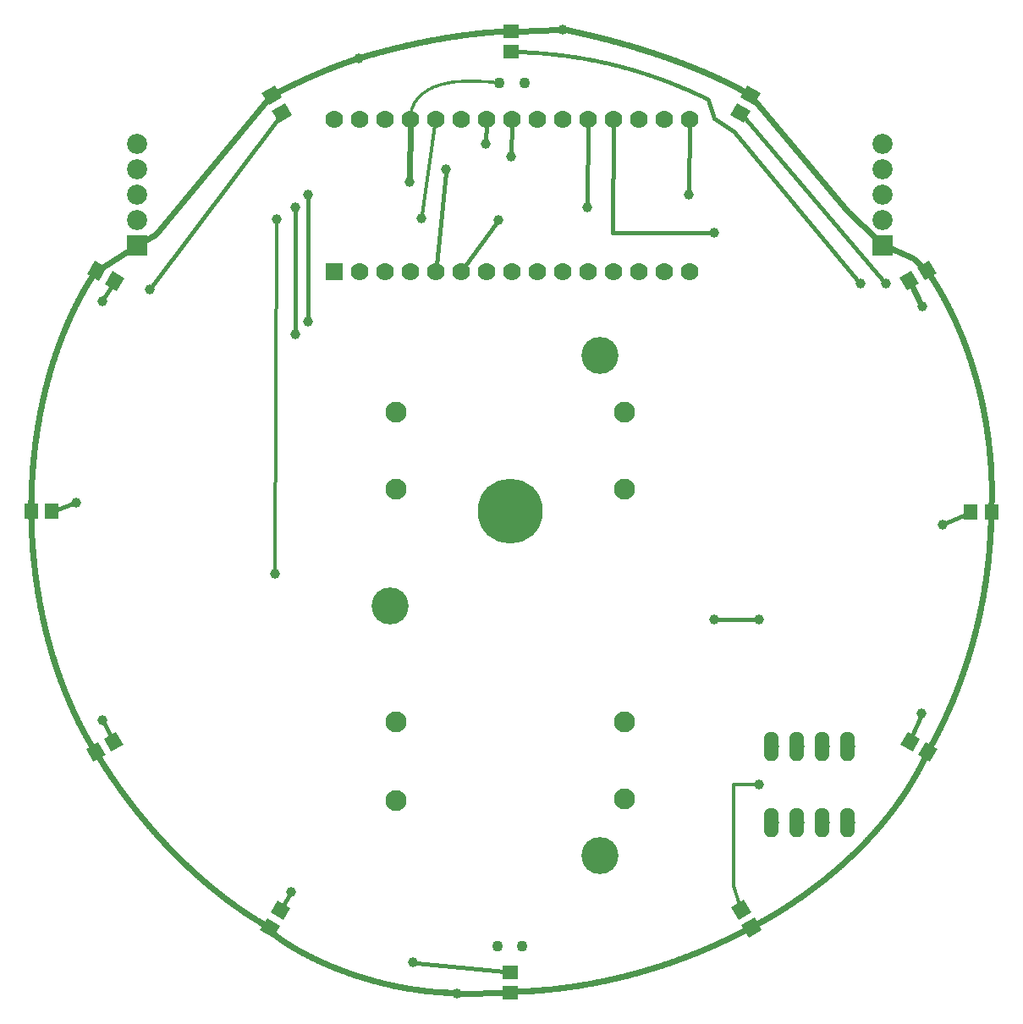
<source format=gbl>
G04 MADE WITH FRITZING*
G04 WWW.FRITZING.ORG*
G04 DOUBLE SIDED*
G04 HOLES PLATED*
G04 CONTOUR ON CENTER OF CONTOUR VECTOR*
%ASAXBY*%
%FSLAX23Y23*%
%MOIN*%
%OFA0B0*%
%SFA1.0B1.0*%
%ADD10C,0.039370*%
%ADD11C,0.058189*%
%ADD12C,0.043307*%
%ADD13C,0.070000*%
%ADD14C,0.082677*%
%ADD15C,0.255905*%
%ADD16C,0.145669*%
%ADD17C,0.079370*%
%ADD18R,0.070000X0.069972*%
%ADD19R,0.059055X0.055118*%
%ADD20R,0.079370X0.079370*%
%ADD21R,0.055118X0.059055*%
%ADD22C,0.012000*%
%ADD23C,0.024000*%
%ADD24C,0.016000*%
%ADD25R,0.001000X0.001000*%
%LNCOPPER0*%
G90*
G70*
G54D10*
X2769Y3067D03*
X3588Y2775D03*
X3669Y1917D03*
X1370Y3752D03*
X3586Y1172D03*
X1583Y193D03*
X1102Y470D03*
X358Y1147D03*
X255Y2003D03*
X358Y2797D03*
X2769Y1542D03*
X1919Y3117D03*
G54D11*
X2994Y742D03*
X3094Y742D03*
X3194Y742D03*
X3294Y742D03*
X3294Y1042D03*
X3194Y1042D03*
X3094Y1042D03*
X2994Y1042D03*
G54D12*
X2021Y3655D03*
X1922Y3655D03*
X2021Y3655D03*
X1922Y3655D03*
X1914Y255D03*
X2012Y255D03*
X1914Y255D03*
X2012Y255D03*
G54D13*
X1273Y2914D03*
X1373Y2914D03*
X1473Y2914D03*
X1573Y2914D03*
X1673Y2914D03*
X1773Y2914D03*
X1873Y2914D03*
X1973Y2914D03*
X2073Y2914D03*
X2173Y2914D03*
X2273Y2914D03*
X2373Y2914D03*
X2473Y2914D03*
X2573Y2914D03*
X2673Y2914D03*
X1273Y3514D03*
X1373Y3514D03*
X1473Y3514D03*
X1573Y3514D03*
X1673Y3514D03*
X1773Y3514D03*
X1873Y3514D03*
X1973Y3514D03*
X2073Y3514D03*
X2173Y3514D03*
X2273Y3514D03*
X2373Y3514D03*
X2473Y3514D03*
X2573Y3514D03*
X2673Y3514D03*
G54D10*
X544Y2842D03*
X1119Y2667D03*
X1169Y2717D03*
X1169Y3217D03*
X1119Y3167D03*
X2269Y3167D03*
X2669Y3217D03*
X2944Y1542D03*
X3444Y2867D03*
X2944Y892D03*
X3344Y2867D03*
X1713Y3317D03*
X1969Y3367D03*
X1569Y3267D03*
X1869Y3417D03*
G54D14*
X2415Y2358D03*
X2415Y2055D03*
X1515Y2055D03*
X1515Y2358D03*
X1515Y829D03*
X1515Y1140D03*
X2415Y1140D03*
X2415Y837D03*
G54D15*
X1965Y1971D03*
G54D16*
X2319Y2582D03*
X1492Y1597D03*
X2319Y613D03*
G54D17*
X497Y3016D03*
X497Y3116D03*
X497Y3216D03*
X497Y3316D03*
X497Y3416D03*
X3433Y3017D03*
X3433Y3117D03*
X3433Y3217D03*
X3433Y3317D03*
X3433Y3417D03*
G54D10*
X1754Y71D03*
X2173Y3867D03*
X1039Y1722D03*
X1047Y3119D03*
X1617Y3122D03*
G54D18*
X1273Y2914D03*
G54D19*
X1970Y3859D03*
X1970Y3778D03*
G54D20*
X497Y3016D03*
X3433Y3017D03*
G54D21*
X79Y1969D03*
X160Y1969D03*
G54D19*
X1967Y73D03*
X1967Y154D03*
G54D21*
X3861Y1966D03*
X3780Y1966D03*
G54D22*
X2844Y892D02*
X2844Y492D01*
D02*
X2844Y492D02*
X2868Y421D01*
D02*
X2931Y892D02*
X2844Y892D01*
G54D23*
D02*
X3297Y3150D02*
X3411Y3038D01*
D02*
X2929Y3587D02*
X3297Y3150D01*
D02*
X470Y3000D02*
X360Y2930D01*
D02*
X569Y3059D02*
X523Y3032D01*
D02*
X1010Y3588D02*
X569Y3059D01*
G54D24*
D02*
X2756Y3067D02*
X2369Y3065D01*
G54D23*
D02*
X3552Y2967D02*
X3461Y3005D01*
D02*
X3589Y2934D02*
X3552Y2967D01*
G54D24*
D02*
X243Y1998D02*
X182Y1976D01*
D02*
X364Y1135D02*
X391Y1083D01*
D02*
X3681Y1922D02*
X3758Y1957D01*
G54D23*
D02*
X3580Y2792D02*
X3548Y2856D01*
G54D24*
D02*
X1096Y458D02*
X1071Y417D01*
D02*
X1596Y191D02*
X1943Y156D01*
D02*
X3550Y1085D02*
X3581Y1160D01*
D02*
X365Y2809D02*
X394Y2855D01*
D02*
X1787Y2933D02*
X1911Y3106D01*
G54D23*
D02*
X1573Y3485D02*
X1569Y3286D01*
D02*
X1943Y73D02*
X1773Y71D01*
G54D24*
D02*
X2273Y3491D02*
X2269Y3180D01*
G54D23*
D02*
X2154Y3866D02*
X1994Y3860D01*
G54D24*
D02*
X2673Y3491D02*
X2669Y3230D01*
D02*
X1870Y3430D02*
X1872Y3491D01*
D02*
X1969Y3380D02*
X1972Y3491D01*
D02*
X552Y2853D02*
X1051Y3517D01*
D02*
X1169Y3203D02*
X1169Y2730D01*
D02*
X1119Y3153D02*
X1119Y2680D01*
D02*
X2369Y3065D02*
X2373Y3491D01*
D02*
X2844Y3465D02*
X3335Y2877D01*
D02*
X2931Y1542D02*
X2782Y1542D01*
D02*
X2769Y3516D02*
X2746Y3591D01*
D02*
X2844Y3465D02*
X2769Y3516D01*
D02*
X2888Y3518D02*
X3435Y2877D01*
D02*
X1712Y3304D02*
X1675Y2938D01*
G54D22*
D02*
X1039Y1736D02*
X1047Y3105D01*
D02*
X1619Y3136D02*
X1670Y3491D01*
G36*
X298Y2904D02*
X328Y2955D01*
X376Y2928D01*
X346Y2877D01*
X298Y2904D01*
G37*
D02*
G36*
X368Y2864D02*
X398Y2915D01*
X445Y2887D01*
X416Y2836D01*
X368Y2864D01*
G37*
D02*
G36*
X2900Y3645D02*
X2951Y3616D01*
X2924Y3568D01*
X2873Y3598D01*
X2900Y3645D01*
G37*
D02*
G36*
X2860Y3576D02*
X2911Y3546D01*
X2884Y3498D01*
X2832Y3528D01*
X2860Y3576D01*
G37*
D02*
G36*
X3616Y2957D02*
X3646Y2906D01*
X3598Y2878D01*
X3569Y2929D01*
X3616Y2957D01*
G37*
D02*
G36*
X3547Y2917D02*
X3576Y2865D01*
X3528Y2838D01*
X3499Y2889D01*
X3547Y2917D01*
G37*
D02*
G36*
X323Y982D02*
X294Y1033D01*
X342Y1060D01*
X371Y1009D01*
X323Y982D01*
G37*
D02*
G36*
X393Y1022D02*
X364Y1073D01*
X411Y1101D01*
X441Y1050D01*
X393Y1022D01*
G37*
D02*
G36*
X1031Y289D02*
X980Y319D01*
X1008Y366D01*
X1059Y337D01*
X1031Y289D01*
G37*
D02*
G36*
X1072Y359D02*
X1021Y389D01*
X1048Y436D01*
X1099Y407D01*
X1072Y359D01*
G37*
D02*
G36*
X2955Y321D02*
X2904Y291D01*
X2877Y339D01*
X2928Y368D01*
X2955Y321D01*
G37*
D02*
G36*
X2915Y391D02*
X2864Y361D01*
X2836Y409D01*
X2887Y438D01*
X2915Y391D01*
G37*
D02*
G36*
X987Y3617D02*
X1038Y3646D01*
X1066Y3598D01*
X1014Y3569D01*
X987Y3617D01*
G37*
D02*
G36*
X1027Y3547D02*
X1078Y3576D01*
X1106Y3529D01*
X1055Y3499D01*
X1027Y3547D01*
G37*
D02*
G36*
X3650Y1034D02*
X3620Y982D01*
X3573Y1010D01*
X3602Y1061D01*
X3650Y1034D01*
G37*
D02*
G36*
X3580Y1074D02*
X3551Y1023D01*
X3503Y1050D01*
X3532Y1101D01*
X3580Y1074D01*
G37*
D02*
G54D25*
X2170Y3879D02*
X2175Y3879D01*
X2167Y3878D02*
X2179Y3878D01*
X2166Y3877D02*
X2184Y3877D01*
X2164Y3876D02*
X2189Y3876D01*
X2164Y3875D02*
X2193Y3875D01*
X2163Y3874D02*
X2198Y3874D01*
X2162Y3873D02*
X2203Y3873D01*
X2162Y3872D02*
X2207Y3872D01*
X1968Y3871D02*
X1969Y3871D01*
X2161Y3871D02*
X2212Y3871D01*
X1935Y3870D02*
X1974Y3870D01*
X2161Y3870D02*
X2217Y3870D01*
X1917Y3869D02*
X1976Y3869D01*
X2161Y3869D02*
X2221Y3869D01*
X1901Y3868D02*
X1977Y3868D01*
X2161Y3868D02*
X2226Y3868D01*
X1889Y3867D02*
X1978Y3867D01*
X2161Y3867D02*
X2230Y3867D01*
X1876Y3866D02*
X1979Y3866D01*
X2161Y3866D02*
X2234Y3866D01*
X1865Y3865D02*
X1979Y3865D01*
X2161Y3865D02*
X2239Y3865D01*
X1855Y3864D02*
X1980Y3864D01*
X2161Y3864D02*
X2243Y3864D01*
X1845Y3863D02*
X1980Y3863D01*
X2162Y3863D02*
X2248Y3863D01*
X1835Y3862D02*
X1981Y3862D01*
X2162Y3862D02*
X2252Y3862D01*
X1827Y3861D02*
X1981Y3861D01*
X2163Y3861D02*
X2256Y3861D01*
X1818Y3860D02*
X1981Y3860D01*
X2163Y3860D02*
X2261Y3860D01*
X1809Y3859D02*
X1981Y3859D01*
X2164Y3859D02*
X2265Y3859D01*
X1801Y3858D02*
X1981Y3858D01*
X2165Y3858D02*
X2269Y3858D01*
X1793Y3857D02*
X1981Y3857D01*
X2167Y3857D02*
X2273Y3857D01*
X1786Y3856D02*
X1981Y3856D01*
X2169Y3856D02*
X2278Y3856D01*
X1778Y3855D02*
X1980Y3855D01*
X2173Y3855D02*
X2282Y3855D01*
X1771Y3854D02*
X1980Y3854D01*
X2178Y3854D02*
X2286Y3854D01*
X1763Y3853D02*
X1979Y3853D01*
X2182Y3853D02*
X2290Y3853D01*
X1756Y3852D02*
X1979Y3852D01*
X2187Y3852D02*
X2294Y3852D01*
X1750Y3851D02*
X1978Y3851D01*
X2192Y3851D02*
X2298Y3851D01*
X1743Y3850D02*
X1977Y3850D01*
X2196Y3850D02*
X2302Y3850D01*
X1736Y3849D02*
X1976Y3849D01*
X2201Y3849D02*
X2307Y3849D01*
X1730Y3848D02*
X1974Y3848D01*
X2206Y3848D02*
X2311Y3848D01*
X1724Y3847D02*
X1968Y3847D01*
X2210Y3847D02*
X2315Y3847D01*
X1717Y3846D02*
X1934Y3846D01*
X2215Y3846D02*
X2318Y3846D01*
X1711Y3845D02*
X1916Y3845D01*
X2220Y3845D02*
X2322Y3845D01*
X1705Y3844D02*
X1901Y3844D01*
X2224Y3844D02*
X2326Y3844D01*
X1700Y3843D02*
X1888Y3843D01*
X2228Y3843D02*
X2330Y3843D01*
X1694Y3842D02*
X1876Y3842D01*
X2233Y3842D02*
X2334Y3842D01*
X1688Y3841D02*
X1865Y3841D01*
X2237Y3841D02*
X2338Y3841D01*
X1682Y3840D02*
X1855Y3840D01*
X2242Y3840D02*
X2342Y3840D01*
X1677Y3839D02*
X1845Y3839D01*
X2246Y3839D02*
X2346Y3839D01*
X1671Y3838D02*
X1836Y3838D01*
X2250Y3838D02*
X2350Y3838D01*
X1666Y3837D02*
X1827Y3837D01*
X2255Y3837D02*
X2354Y3837D01*
X1660Y3836D02*
X1818Y3836D01*
X2259Y3836D02*
X2357Y3836D01*
X1655Y3835D02*
X1810Y3835D01*
X2263Y3835D02*
X2361Y3835D01*
X1650Y3834D02*
X1801Y3834D01*
X2267Y3834D02*
X2365Y3834D01*
X1644Y3833D02*
X1794Y3833D01*
X2272Y3833D02*
X2368Y3833D01*
X1639Y3832D02*
X1787Y3832D01*
X2276Y3832D02*
X2372Y3832D01*
X1634Y3831D02*
X1779Y3831D01*
X2280Y3831D02*
X2376Y3831D01*
X1629Y3830D02*
X1772Y3830D01*
X2284Y3830D02*
X2380Y3830D01*
X1624Y3829D02*
X1764Y3829D01*
X2288Y3829D02*
X2383Y3829D01*
X1619Y3828D02*
X1757Y3828D01*
X2292Y3828D02*
X2387Y3828D01*
X1614Y3827D02*
X1751Y3827D01*
X2296Y3827D02*
X2391Y3827D01*
X1609Y3826D02*
X1744Y3826D01*
X2301Y3826D02*
X2394Y3826D01*
X1605Y3825D02*
X1737Y3825D01*
X2305Y3825D02*
X2398Y3825D01*
X1600Y3824D02*
X1731Y3824D01*
X2309Y3824D02*
X2401Y3824D01*
X1595Y3823D02*
X1725Y3823D01*
X2313Y3823D02*
X2405Y3823D01*
X1590Y3822D02*
X1718Y3822D01*
X2316Y3822D02*
X2409Y3822D01*
X1586Y3821D02*
X1712Y3821D01*
X2320Y3821D02*
X2412Y3821D01*
X1581Y3820D02*
X1706Y3820D01*
X2324Y3820D02*
X2416Y3820D01*
X1577Y3819D02*
X1701Y3819D01*
X2328Y3819D02*
X2419Y3819D01*
X1572Y3818D02*
X1695Y3818D01*
X2332Y3818D02*
X2423Y3818D01*
X1568Y3817D02*
X1689Y3817D01*
X2336Y3817D02*
X2426Y3817D01*
X1563Y3816D02*
X1683Y3816D01*
X2340Y3816D02*
X2430Y3816D01*
X1559Y3815D02*
X1678Y3815D01*
X2344Y3815D02*
X2433Y3815D01*
X1554Y3814D02*
X1672Y3814D01*
X2348Y3814D02*
X2437Y3814D01*
X1550Y3813D02*
X1667Y3813D01*
X2351Y3813D02*
X2440Y3813D01*
X1546Y3812D02*
X1661Y3812D01*
X2355Y3812D02*
X2443Y3812D01*
X1541Y3811D02*
X1656Y3811D01*
X2359Y3811D02*
X2447Y3811D01*
X1537Y3810D02*
X1651Y3810D01*
X2363Y3810D02*
X2450Y3810D01*
X1533Y3809D02*
X1646Y3809D01*
X2366Y3809D02*
X2454Y3809D01*
X1528Y3808D02*
X1640Y3808D01*
X2370Y3808D02*
X2457Y3808D01*
X1524Y3807D02*
X1635Y3807D01*
X2374Y3807D02*
X2460Y3807D01*
X1520Y3806D02*
X1630Y3806D01*
X2378Y3806D02*
X2464Y3806D01*
X1516Y3805D02*
X1625Y3805D01*
X2381Y3805D02*
X2467Y3805D01*
X1512Y3804D02*
X1620Y3804D01*
X2385Y3804D02*
X2470Y3804D01*
X1508Y3803D02*
X1615Y3803D01*
X2389Y3803D02*
X2473Y3803D01*
X1504Y3802D02*
X1611Y3802D01*
X2392Y3802D02*
X2477Y3802D01*
X1500Y3801D02*
X1606Y3801D01*
X2396Y3801D02*
X2480Y3801D01*
X1496Y3800D02*
X1601Y3800D01*
X2399Y3800D02*
X2483Y3800D01*
X1492Y3799D02*
X1597Y3799D01*
X2403Y3799D02*
X2486Y3799D01*
X1488Y3798D02*
X1592Y3798D01*
X2406Y3798D02*
X2490Y3798D01*
X1484Y3797D02*
X1587Y3797D01*
X2410Y3797D02*
X2493Y3797D01*
X1480Y3796D02*
X1583Y3796D01*
X2413Y3796D02*
X2496Y3796D01*
X1476Y3795D02*
X1578Y3795D01*
X2417Y3795D02*
X2499Y3795D01*
X1472Y3794D02*
X1574Y3794D01*
X2421Y3794D02*
X2503Y3794D01*
X1468Y3793D02*
X1569Y3793D01*
X2424Y3793D02*
X2506Y3793D01*
X1465Y3792D02*
X1565Y3792D01*
X2427Y3792D02*
X2509Y3792D01*
X1461Y3791D02*
X1560Y3791D01*
X2431Y3791D02*
X2512Y3791D01*
X1457Y3790D02*
X1556Y3790D01*
X2434Y3790D02*
X2515Y3790D01*
X1453Y3789D02*
X1552Y3789D01*
X2438Y3789D02*
X2518Y3789D01*
X1450Y3788D02*
X1547Y3788D01*
X2441Y3788D02*
X2521Y3788D01*
X1446Y3787D02*
X1543Y3787D01*
X2444Y3787D02*
X2524Y3787D01*
X1442Y3786D02*
X1539Y3786D01*
X1968Y3786D02*
X1980Y3786D01*
X2448Y3786D02*
X2527Y3786D01*
X1439Y3785D02*
X1534Y3785D01*
X1966Y3785D02*
X2010Y3785D01*
X2451Y3785D02*
X2531Y3785D01*
X1435Y3784D02*
X1530Y3784D01*
X1964Y3784D02*
X2032Y3784D01*
X2455Y3784D02*
X2534Y3784D01*
X1431Y3783D02*
X1526Y3783D01*
X1964Y3783D02*
X2049Y3783D01*
X2458Y3783D02*
X2537Y3783D01*
X1428Y3782D02*
X1522Y3782D01*
X1963Y3782D02*
X2065Y3782D01*
X2461Y3782D02*
X2540Y3782D01*
X1424Y3781D02*
X1518Y3781D01*
X1962Y3781D02*
X2079Y3781D01*
X2464Y3781D02*
X2543Y3781D01*
X1421Y3780D02*
X1514Y3780D01*
X1962Y3780D02*
X2092Y3780D01*
X2468Y3780D02*
X2546Y3780D01*
X1417Y3779D02*
X1510Y3779D01*
X1962Y3779D02*
X2103Y3779D01*
X2471Y3779D02*
X2549Y3779D01*
X1413Y3778D02*
X1506Y3778D01*
X1962Y3778D02*
X2114Y3778D01*
X2474Y3778D02*
X2552Y3778D01*
X1410Y3777D02*
X1502Y3777D01*
X1962Y3777D02*
X2125Y3777D01*
X2477Y3777D02*
X2555Y3777D01*
X1406Y3776D02*
X1498Y3776D01*
X1962Y3776D02*
X2134Y3776D01*
X2481Y3776D02*
X2558Y3776D01*
X1403Y3775D02*
X1494Y3775D01*
X1963Y3775D02*
X2144Y3775D01*
X2484Y3775D02*
X2560Y3775D01*
X1399Y3774D02*
X1490Y3774D01*
X1963Y3774D02*
X2153Y3774D01*
X2487Y3774D02*
X2563Y3774D01*
X1396Y3773D02*
X1486Y3773D01*
X1964Y3773D02*
X2161Y3773D01*
X2490Y3773D02*
X2566Y3773D01*
X1392Y3772D02*
X1482Y3772D01*
X1965Y3772D02*
X2169Y3772D01*
X2494Y3772D02*
X2569Y3772D01*
X1389Y3771D02*
X1478Y3771D01*
X1967Y3771D02*
X2178Y3771D01*
X2497Y3771D02*
X2572Y3771D01*
X1386Y3770D02*
X1474Y3770D01*
X1981Y3770D02*
X2185Y3770D01*
X2500Y3770D02*
X2575Y3770D01*
X1382Y3769D02*
X1470Y3769D01*
X2010Y3769D02*
X2192Y3769D01*
X2503Y3769D02*
X2578Y3769D01*
X1379Y3768D02*
X1467Y3768D01*
X2033Y3768D02*
X2200Y3768D01*
X2506Y3768D02*
X2581Y3768D01*
X1375Y3767D02*
X1463Y3767D01*
X2050Y3767D02*
X2207Y3767D01*
X2509Y3767D02*
X2584Y3767D01*
X1372Y3766D02*
X1459Y3766D01*
X2066Y3766D02*
X2213Y3766D01*
X2512Y3766D02*
X2587Y3766D01*
X1369Y3765D02*
X1456Y3765D01*
X2079Y3765D02*
X2220Y3765D01*
X2515Y3765D02*
X2589Y3765D01*
X1365Y3764D02*
X1452Y3764D01*
X2092Y3764D02*
X2227Y3764D01*
X2519Y3764D02*
X2592Y3764D01*
X1362Y3763D02*
X1448Y3763D01*
X2104Y3763D02*
X2233Y3763D01*
X2522Y3763D02*
X2595Y3763D01*
X1359Y3762D02*
X1444Y3762D01*
X2115Y3762D02*
X2239Y3762D01*
X2525Y3762D02*
X2598Y3762D01*
X1356Y3761D02*
X1441Y3761D01*
X2125Y3761D02*
X2245Y3761D01*
X2528Y3761D02*
X2601Y3761D01*
X1353Y3760D02*
X1437Y3760D01*
X2135Y3760D02*
X2251Y3760D01*
X2531Y3760D02*
X2604Y3760D01*
X1350Y3759D02*
X1433Y3759D01*
X2144Y3759D02*
X2257Y3759D01*
X2534Y3759D02*
X2606Y3759D01*
X1347Y3758D02*
X1430Y3758D01*
X2153Y3758D02*
X2263Y3758D01*
X2537Y3758D02*
X2609Y3758D01*
X1344Y3757D02*
X1426Y3757D01*
X2161Y3757D02*
X2268Y3757D01*
X2540Y3757D02*
X2612Y3757D01*
X1341Y3756D02*
X1423Y3756D01*
X2170Y3756D02*
X2274Y3756D01*
X2543Y3756D02*
X2615Y3756D01*
X1338Y3755D02*
X1419Y3755D01*
X2178Y3755D02*
X2279Y3755D01*
X2546Y3755D02*
X2617Y3755D01*
X1335Y3754D02*
X1416Y3754D01*
X2185Y3754D02*
X2285Y3754D01*
X2549Y3754D02*
X2620Y3754D01*
X1332Y3753D02*
X1412Y3753D01*
X2193Y3753D02*
X2290Y3753D01*
X2552Y3753D02*
X2623Y3753D01*
X1329Y3752D02*
X1409Y3752D01*
X2200Y3752D02*
X2295Y3752D01*
X2555Y3752D02*
X2626Y3752D01*
X1326Y3751D02*
X1405Y3751D01*
X2207Y3751D02*
X2300Y3751D01*
X2558Y3751D02*
X2628Y3751D01*
X1324Y3750D02*
X1402Y3750D01*
X2214Y3750D02*
X2305Y3750D01*
X2561Y3750D02*
X2631Y3750D01*
X1321Y3749D02*
X1398Y3749D01*
X2220Y3749D02*
X2310Y3749D01*
X2564Y3749D02*
X2634Y3749D01*
X1318Y3748D02*
X1395Y3748D01*
X2227Y3748D02*
X2315Y3748D01*
X2566Y3748D02*
X2636Y3748D01*
X1315Y3747D02*
X1391Y3747D01*
X2233Y3747D02*
X2319Y3747D01*
X2569Y3747D02*
X2639Y3747D01*
X1313Y3746D02*
X1388Y3746D01*
X2239Y3746D02*
X2324Y3746D01*
X2572Y3746D02*
X2642Y3746D01*
X1310Y3745D02*
X1385Y3745D01*
X2245Y3745D02*
X2329Y3745D01*
X2575Y3745D02*
X2644Y3745D01*
X1307Y3744D02*
X1381Y3744D01*
X2251Y3744D02*
X2333Y3744D01*
X2578Y3744D02*
X2647Y3744D01*
X1304Y3743D02*
X1378Y3743D01*
X2257Y3743D02*
X2338Y3743D01*
X2581Y3743D02*
X2650Y3743D01*
X1302Y3742D02*
X1374Y3742D01*
X2263Y3742D02*
X2342Y3742D01*
X2584Y3742D02*
X2652Y3742D01*
X1299Y3741D02*
X1371Y3741D01*
X2268Y3741D02*
X2347Y3741D01*
X2586Y3741D02*
X2655Y3741D01*
X1296Y3740D02*
X1368Y3740D01*
X2274Y3740D02*
X2351Y3740D01*
X2589Y3740D02*
X2658Y3740D01*
X1293Y3739D02*
X1365Y3739D01*
X2279Y3739D02*
X2355Y3739D01*
X2592Y3739D02*
X2660Y3739D01*
X1290Y3738D02*
X1362Y3738D01*
X2284Y3738D02*
X2360Y3738D01*
X2595Y3738D02*
X2663Y3738D01*
X1288Y3737D02*
X1359Y3737D01*
X2289Y3737D02*
X2364Y3737D01*
X2598Y3737D02*
X2665Y3737D01*
X1285Y3736D02*
X1356Y3736D01*
X2295Y3736D02*
X2368Y3736D01*
X2600Y3736D02*
X2668Y3736D01*
X1283Y3735D02*
X1353Y3735D01*
X2300Y3735D02*
X2372Y3735D01*
X2603Y3735D02*
X2670Y3735D01*
X1280Y3734D02*
X1350Y3734D01*
X2305Y3734D02*
X2376Y3734D01*
X2606Y3734D02*
X2673Y3734D01*
X1277Y3733D02*
X1347Y3733D01*
X2310Y3733D02*
X2380Y3733D01*
X2609Y3733D02*
X2676Y3733D01*
X1275Y3732D02*
X1344Y3732D01*
X2314Y3732D02*
X2384Y3732D01*
X2611Y3732D02*
X2678Y3732D01*
X1272Y3731D02*
X1341Y3731D01*
X2319Y3731D02*
X2388Y3731D01*
X2614Y3731D02*
X2681Y3731D01*
X1270Y3730D02*
X1338Y3730D01*
X2324Y3730D02*
X2392Y3730D01*
X2617Y3730D02*
X2683Y3730D01*
X1267Y3729D02*
X1335Y3729D01*
X2328Y3729D02*
X2396Y3729D01*
X2620Y3729D02*
X2686Y3729D01*
X1264Y3728D02*
X1332Y3728D01*
X2333Y3728D02*
X2400Y3728D01*
X2622Y3728D02*
X2688Y3728D01*
X1262Y3727D02*
X1330Y3727D01*
X2338Y3727D02*
X2404Y3727D01*
X2625Y3727D02*
X2691Y3727D01*
X1259Y3726D02*
X1327Y3726D01*
X2342Y3726D02*
X2408Y3726D01*
X2628Y3726D02*
X2693Y3726D01*
X1257Y3725D02*
X1324Y3725D01*
X2346Y3725D02*
X2411Y3725D01*
X2630Y3725D02*
X2696Y3725D01*
X1254Y3724D02*
X1321Y3724D01*
X2351Y3724D02*
X2415Y3724D01*
X2633Y3724D02*
X2698Y3724D01*
X1252Y3723D02*
X1319Y3723D01*
X2355Y3723D02*
X2419Y3723D01*
X2636Y3723D02*
X2701Y3723D01*
X1249Y3722D02*
X1316Y3722D01*
X2359Y3722D02*
X2422Y3722D01*
X2638Y3722D02*
X2703Y3722D01*
X1247Y3721D02*
X1313Y3721D01*
X2363Y3721D02*
X2426Y3721D01*
X2641Y3721D02*
X2705Y3721D01*
X1244Y3720D02*
X1310Y3720D01*
X2367Y3720D02*
X2429Y3720D01*
X2644Y3720D02*
X2708Y3720D01*
X1242Y3719D02*
X1307Y3719D01*
X2372Y3719D02*
X2433Y3719D01*
X2646Y3719D02*
X2710Y3719D01*
X1239Y3718D02*
X1305Y3718D01*
X2376Y3718D02*
X2437Y3718D01*
X2649Y3718D02*
X2713Y3718D01*
X1237Y3717D02*
X1302Y3717D01*
X2380Y3717D02*
X2440Y3717D01*
X2652Y3717D02*
X2715Y3717D01*
X1234Y3716D02*
X1299Y3716D01*
X2384Y3716D02*
X2444Y3716D01*
X2654Y3716D02*
X2718Y3716D01*
X1232Y3715D02*
X1296Y3715D01*
X2388Y3715D02*
X2447Y3715D01*
X2657Y3715D02*
X2720Y3715D01*
X1230Y3714D02*
X1294Y3714D01*
X2391Y3714D02*
X2450Y3714D01*
X2659Y3714D02*
X2722Y3714D01*
X1227Y3713D02*
X1291Y3713D01*
X2395Y3713D02*
X2454Y3713D01*
X2662Y3713D02*
X2725Y3713D01*
X1225Y3712D02*
X1289Y3712D01*
X2399Y3712D02*
X2457Y3712D01*
X2664Y3712D02*
X2727Y3712D01*
X1222Y3711D02*
X1286Y3711D01*
X2403Y3711D02*
X2461Y3711D01*
X2667Y3711D02*
X2730Y3711D01*
X1220Y3710D02*
X1284Y3710D01*
X2407Y3710D02*
X2464Y3710D01*
X2669Y3710D02*
X2732Y3710D01*
X1217Y3709D02*
X1281Y3709D01*
X2410Y3709D02*
X2467Y3709D01*
X2672Y3709D02*
X2734Y3709D01*
X1215Y3708D02*
X1278Y3708D01*
X2414Y3708D02*
X2470Y3708D01*
X2675Y3708D02*
X2737Y3708D01*
X1213Y3707D02*
X1276Y3707D01*
X2418Y3707D02*
X2474Y3707D01*
X2677Y3707D02*
X2739Y3707D01*
X1210Y3706D02*
X1273Y3706D01*
X2421Y3706D02*
X2477Y3706D01*
X2680Y3706D02*
X2741Y3706D01*
X1208Y3705D02*
X1271Y3705D01*
X2425Y3705D02*
X2480Y3705D01*
X2682Y3705D02*
X2744Y3705D01*
X1206Y3704D02*
X1268Y3704D01*
X2429Y3704D02*
X2483Y3704D01*
X2684Y3704D02*
X2746Y3704D01*
X1203Y3703D02*
X1265Y3703D01*
X2432Y3703D02*
X2487Y3703D01*
X2687Y3703D02*
X2748Y3703D01*
X1201Y3702D02*
X1263Y3702D01*
X2436Y3702D02*
X2490Y3702D01*
X2689Y3702D02*
X2750Y3702D01*
X1199Y3701D02*
X1260Y3701D01*
X2439Y3701D02*
X2493Y3701D01*
X2692Y3701D02*
X2753Y3701D01*
X1196Y3700D02*
X1258Y3700D01*
X2442Y3700D02*
X2496Y3700D01*
X2694Y3700D02*
X2755Y3700D01*
X1194Y3699D02*
X1255Y3699D01*
X2446Y3699D02*
X2499Y3699D01*
X2697Y3699D02*
X2757Y3699D01*
X1192Y3698D02*
X1253Y3698D01*
X2449Y3698D02*
X2502Y3698D01*
X2699Y3698D02*
X2760Y3698D01*
X1189Y3697D02*
X1250Y3697D01*
X2453Y3697D02*
X2505Y3697D01*
X2702Y3697D02*
X2762Y3697D01*
X1187Y3696D02*
X1248Y3696D01*
X2456Y3696D02*
X2508Y3696D01*
X2704Y3696D02*
X2764Y3696D01*
X1185Y3695D02*
X1245Y3695D01*
X2459Y3695D02*
X2511Y3695D01*
X2707Y3695D02*
X2766Y3695D01*
X1182Y3694D02*
X1243Y3694D01*
X2463Y3694D02*
X2514Y3694D01*
X2709Y3694D02*
X2769Y3694D01*
X1180Y3693D02*
X1241Y3693D01*
X2466Y3693D02*
X2517Y3693D01*
X2711Y3693D02*
X2771Y3693D01*
X1178Y3692D02*
X1238Y3692D01*
X2469Y3692D02*
X2520Y3692D01*
X2714Y3692D02*
X2773Y3692D01*
X1176Y3691D02*
X1236Y3691D01*
X2472Y3691D02*
X2523Y3691D01*
X2716Y3691D02*
X2775Y3691D01*
X1173Y3690D02*
X1233Y3690D01*
X2476Y3690D02*
X2526Y3690D01*
X2719Y3690D02*
X2778Y3690D01*
X1171Y3689D02*
X1231Y3689D01*
X2479Y3689D02*
X2529Y3689D01*
X2721Y3689D02*
X2780Y3689D01*
X1169Y3688D02*
X1228Y3688D01*
X2482Y3688D02*
X2532Y3688D01*
X2723Y3688D02*
X2782Y3688D01*
X1167Y3687D02*
X1226Y3687D01*
X2485Y3687D02*
X2535Y3687D01*
X2726Y3687D02*
X2784Y3687D01*
X1164Y3686D02*
X1224Y3686D01*
X2488Y3686D02*
X2537Y3686D01*
X2728Y3686D02*
X2786Y3686D01*
X1162Y3685D02*
X1221Y3685D01*
X2491Y3685D02*
X2540Y3685D01*
X2730Y3685D02*
X2788Y3685D01*
X1160Y3684D02*
X1219Y3684D01*
X2495Y3684D02*
X2543Y3684D01*
X2733Y3684D02*
X2790Y3684D01*
X1158Y3683D02*
X1217Y3683D01*
X2498Y3683D02*
X2546Y3683D01*
X2735Y3683D02*
X2793Y3683D01*
X1155Y3682D02*
X1214Y3682D01*
X2501Y3682D02*
X2549Y3682D01*
X2737Y3682D02*
X2795Y3682D01*
X1153Y3681D02*
X1212Y3681D01*
X2504Y3681D02*
X2552Y3681D01*
X2740Y3681D02*
X2797Y3681D01*
X1151Y3680D02*
X1209Y3680D01*
X2507Y3680D02*
X2554Y3680D01*
X2742Y3680D02*
X2799Y3680D01*
X1149Y3679D02*
X1207Y3679D01*
X2510Y3679D02*
X2557Y3679D01*
X2744Y3679D02*
X2801Y3679D01*
X1147Y3678D02*
X1205Y3678D01*
X2513Y3678D02*
X2560Y3678D01*
X2746Y3678D02*
X2803Y3678D01*
X1144Y3677D02*
X1202Y3677D01*
X2516Y3677D02*
X2563Y3677D01*
X2749Y3677D02*
X2805Y3677D01*
X1142Y3676D02*
X1200Y3676D01*
X2519Y3676D02*
X2565Y3676D01*
X2751Y3676D02*
X2808Y3676D01*
X1140Y3675D02*
X1198Y3675D01*
X2522Y3675D02*
X2568Y3675D01*
X2753Y3675D02*
X2810Y3675D01*
X1138Y3674D02*
X1195Y3674D01*
X2525Y3674D02*
X2571Y3674D01*
X2755Y3674D02*
X2812Y3674D01*
X1136Y3673D02*
X1193Y3673D01*
X2527Y3673D02*
X2573Y3673D01*
X2758Y3673D02*
X2814Y3673D01*
X1134Y3672D02*
X1191Y3672D01*
X2530Y3672D02*
X2576Y3672D01*
X2760Y3672D02*
X2816Y3672D01*
X1131Y3671D02*
X1189Y3671D01*
X2533Y3671D02*
X2579Y3671D01*
X2762Y3671D02*
X2818Y3671D01*
X1129Y3670D02*
X1186Y3670D01*
X2536Y3670D02*
X2581Y3670D01*
X2764Y3670D02*
X2820Y3670D01*
X1127Y3669D02*
X1184Y3669D01*
X1791Y3669D02*
X1830Y3669D01*
X2539Y3669D02*
X2584Y3669D01*
X2767Y3669D02*
X2822Y3669D01*
X1125Y3668D02*
X1182Y3668D01*
X1771Y3668D02*
X1853Y3668D01*
X2542Y3668D02*
X2587Y3668D01*
X2769Y3668D02*
X2824Y3668D01*
X1123Y3667D02*
X1180Y3667D01*
X1758Y3667D02*
X1868Y3667D01*
X2544Y3667D02*
X2589Y3667D01*
X2771Y3667D02*
X2826Y3667D01*
X1121Y3666D02*
X1177Y3666D01*
X1749Y3666D02*
X1880Y3666D01*
X2547Y3666D02*
X2592Y3666D01*
X2773Y3666D02*
X2828Y3666D01*
X1118Y3665D02*
X1175Y3665D01*
X1741Y3665D02*
X1890Y3665D01*
X2550Y3665D02*
X2595Y3665D01*
X2775Y3665D02*
X2830Y3665D01*
X1116Y3664D02*
X1173Y3664D01*
X1734Y3664D02*
X1900Y3664D01*
X2553Y3664D02*
X2597Y3664D01*
X2777Y3664D02*
X2832Y3664D01*
X1114Y3663D02*
X1171Y3663D01*
X1727Y3663D02*
X1908Y3663D01*
X2555Y3663D02*
X2600Y3663D01*
X2780Y3663D02*
X2834Y3663D01*
X1112Y3662D02*
X1168Y3662D01*
X1722Y3662D02*
X1917Y3662D01*
X2558Y3662D02*
X2602Y3662D01*
X2782Y3662D02*
X2836Y3662D01*
X1110Y3661D02*
X1166Y3661D01*
X1717Y3661D02*
X1923Y3661D01*
X2561Y3661D02*
X2605Y3661D01*
X2784Y3661D02*
X2838Y3661D01*
X1108Y3660D02*
X1164Y3660D01*
X1712Y3660D02*
X1925Y3660D01*
X2564Y3660D02*
X2607Y3660D01*
X2786Y3660D02*
X2840Y3660D01*
X1106Y3659D02*
X1162Y3659D01*
X1707Y3659D02*
X1926Y3659D01*
X2566Y3659D02*
X2610Y3659D01*
X2788Y3659D02*
X2842Y3659D01*
X1104Y3658D02*
X1159Y3658D01*
X1703Y3658D02*
X1926Y3658D01*
X2569Y3658D02*
X2612Y3658D01*
X2790Y3658D02*
X2844Y3658D01*
X1102Y3657D02*
X1157Y3657D01*
X1699Y3657D02*
X1788Y3657D01*
X1832Y3657D02*
X1927Y3657D01*
X2572Y3657D02*
X2615Y3657D01*
X2792Y3657D02*
X2846Y3657D01*
X1100Y3656D02*
X1155Y3656D01*
X1695Y3656D02*
X1770Y3656D01*
X1854Y3656D02*
X1927Y3656D01*
X2574Y3656D02*
X2617Y3656D01*
X2795Y3656D02*
X2848Y3656D01*
X1097Y3655D02*
X1153Y3655D01*
X1692Y3655D02*
X1758Y3655D01*
X1868Y3655D02*
X1927Y3655D01*
X2577Y3655D02*
X2620Y3655D01*
X2797Y3655D02*
X2850Y3655D01*
X1095Y3654D02*
X1151Y3654D01*
X1688Y3654D02*
X1748Y3654D01*
X1880Y3654D02*
X1927Y3654D01*
X2580Y3654D02*
X2622Y3654D01*
X2799Y3654D02*
X2852Y3654D01*
X1093Y3653D02*
X1149Y3653D01*
X1685Y3653D02*
X1740Y3653D01*
X1891Y3653D02*
X1927Y3653D01*
X2582Y3653D02*
X2625Y3653D01*
X2801Y3653D02*
X2854Y3653D01*
X1091Y3652D02*
X1146Y3652D01*
X1682Y3652D02*
X1734Y3652D01*
X1900Y3652D02*
X1926Y3652D01*
X2585Y3652D02*
X2627Y3652D01*
X2803Y3652D02*
X2856Y3652D01*
X1089Y3651D02*
X1144Y3651D01*
X1679Y3651D02*
X1727Y3651D01*
X1909Y3651D02*
X1925Y3651D01*
X2588Y3651D02*
X2630Y3651D01*
X2805Y3651D02*
X2858Y3651D01*
X1087Y3650D02*
X1142Y3650D01*
X1676Y3650D02*
X1722Y3650D01*
X1917Y3650D02*
X1924Y3650D01*
X2590Y3650D02*
X2632Y3650D01*
X2807Y3650D02*
X2860Y3650D01*
X1085Y3649D02*
X1140Y3649D01*
X1673Y3649D02*
X1717Y3649D01*
X2593Y3649D02*
X2635Y3649D01*
X2809Y3649D02*
X2862Y3649D01*
X1083Y3648D02*
X1138Y3648D01*
X1670Y3648D02*
X1712Y3648D01*
X2595Y3648D02*
X2637Y3648D01*
X2811Y3648D02*
X2864Y3648D01*
X1081Y3647D02*
X1136Y3647D01*
X1668Y3647D02*
X1708Y3647D01*
X2598Y3647D02*
X2639Y3647D01*
X2813Y3647D02*
X2865Y3647D01*
X1079Y3646D02*
X1133Y3646D01*
X1665Y3646D02*
X1703Y3646D01*
X2600Y3646D02*
X2642Y3646D01*
X2815Y3646D02*
X2867Y3646D01*
X1077Y3645D02*
X1131Y3645D01*
X1663Y3645D02*
X1700Y3645D01*
X2603Y3645D02*
X2644Y3645D01*
X2817Y3645D02*
X2869Y3645D01*
X1075Y3644D02*
X1129Y3644D01*
X1660Y3644D02*
X1696Y3644D01*
X2605Y3644D02*
X2646Y3644D01*
X2819Y3644D02*
X2871Y3644D01*
X1073Y3643D02*
X1127Y3643D01*
X1658Y3643D02*
X1692Y3643D01*
X2608Y3643D02*
X2649Y3643D01*
X2821Y3643D02*
X2873Y3643D01*
X1071Y3642D02*
X1125Y3642D01*
X1656Y3642D02*
X1689Y3642D01*
X2610Y3642D02*
X2651Y3642D01*
X2824Y3642D02*
X2875Y3642D01*
X1069Y3641D02*
X1123Y3641D01*
X1654Y3641D02*
X1686Y3641D01*
X2613Y3641D02*
X2654Y3641D01*
X2826Y3641D02*
X2877Y3641D01*
X1067Y3640D02*
X1121Y3640D01*
X1652Y3640D02*
X1683Y3640D01*
X2615Y3640D02*
X2656Y3640D01*
X2828Y3640D02*
X2878Y3640D01*
X1065Y3639D02*
X1119Y3639D01*
X1650Y3639D02*
X1680Y3639D01*
X2618Y3639D02*
X2658Y3639D01*
X2830Y3639D02*
X2880Y3639D01*
X1063Y3638D02*
X1117Y3638D01*
X1648Y3638D02*
X1677Y3638D01*
X2620Y3638D02*
X2661Y3638D01*
X2832Y3638D02*
X2882Y3638D01*
X1061Y3637D02*
X1114Y3637D01*
X1646Y3637D02*
X1674Y3637D01*
X2623Y3637D02*
X2663Y3637D01*
X2834Y3637D02*
X2884Y3637D01*
X1059Y3636D02*
X1112Y3636D01*
X1644Y3636D02*
X1671Y3636D01*
X2625Y3636D02*
X2665Y3636D01*
X2836Y3636D02*
X2886Y3636D01*
X1057Y3635D02*
X1110Y3635D01*
X1642Y3635D02*
X1669Y3635D01*
X2628Y3635D02*
X2668Y3635D01*
X2838Y3635D02*
X2888Y3635D01*
X1055Y3634D02*
X1108Y3634D01*
X1640Y3634D02*
X1666Y3634D01*
X2630Y3634D02*
X2670Y3634D01*
X2839Y3634D02*
X2889Y3634D01*
X1053Y3633D02*
X1106Y3633D01*
X1639Y3633D02*
X1664Y3633D01*
X2632Y3633D02*
X2672Y3633D01*
X2841Y3633D02*
X2891Y3633D01*
X1051Y3632D02*
X1104Y3632D01*
X1637Y3632D02*
X1662Y3632D01*
X2635Y3632D02*
X2675Y3632D01*
X2843Y3632D02*
X2893Y3632D01*
X1049Y3631D02*
X1102Y3631D01*
X1635Y3631D02*
X1660Y3631D01*
X2637Y3631D02*
X2677Y3631D01*
X2845Y3631D02*
X2895Y3631D01*
X1047Y3630D02*
X1100Y3630D01*
X1633Y3630D02*
X1657Y3630D01*
X2640Y3630D02*
X2679Y3630D01*
X2847Y3630D02*
X2896Y3630D01*
X1045Y3629D02*
X1098Y3629D01*
X1632Y3629D02*
X1655Y3629D01*
X2642Y3629D02*
X2681Y3629D01*
X2849Y3629D02*
X2898Y3629D01*
X1043Y3628D02*
X1096Y3628D01*
X1631Y3628D02*
X1653Y3628D01*
X2644Y3628D02*
X2684Y3628D01*
X2851Y3628D02*
X2900Y3628D01*
X1041Y3627D02*
X1094Y3627D01*
X1629Y3627D02*
X1651Y3627D01*
X2647Y3627D02*
X2686Y3627D01*
X2853Y3627D02*
X2902Y3627D01*
X1039Y3626D02*
X1092Y3626D01*
X1628Y3626D02*
X1649Y3626D01*
X2649Y3626D02*
X2688Y3626D01*
X2855Y3626D02*
X2903Y3626D01*
X1037Y3625D02*
X1090Y3625D01*
X1626Y3625D02*
X1648Y3625D01*
X2651Y3625D02*
X2690Y3625D01*
X2857Y3625D02*
X2905Y3625D01*
X1035Y3624D02*
X1088Y3624D01*
X1625Y3624D02*
X1646Y3624D01*
X2654Y3624D02*
X2693Y3624D01*
X2859Y3624D02*
X2907Y3624D01*
X1033Y3623D02*
X1086Y3623D01*
X1623Y3623D02*
X1644Y3623D01*
X2656Y3623D02*
X2695Y3623D01*
X2861Y3623D02*
X2908Y3623D01*
X1031Y3622D02*
X1084Y3622D01*
X1622Y3622D02*
X1642Y3622D01*
X2658Y3622D02*
X2697Y3622D01*
X2862Y3622D02*
X2910Y3622D01*
X1029Y3621D02*
X1082Y3621D01*
X1621Y3621D02*
X1641Y3621D01*
X2661Y3621D02*
X2699Y3621D01*
X2864Y3621D02*
X2912Y3621D01*
X1026Y3620D02*
X1080Y3620D01*
X1619Y3620D02*
X1639Y3620D01*
X2663Y3620D02*
X2702Y3620D01*
X2866Y3620D02*
X2913Y3620D01*
X1021Y3619D02*
X1078Y3619D01*
X1618Y3619D02*
X1637Y3619D01*
X2666Y3619D02*
X2704Y3619D01*
X2868Y3619D02*
X2915Y3619D01*
X1020Y3618D02*
X1076Y3618D01*
X1617Y3618D02*
X1636Y3618D01*
X2668Y3618D02*
X2706Y3618D01*
X2870Y3618D02*
X2917Y3618D01*
X1018Y3617D02*
X1073Y3617D01*
X1615Y3617D02*
X1634Y3617D01*
X2670Y3617D02*
X2708Y3617D01*
X2871Y3617D02*
X2918Y3617D01*
X1016Y3616D02*
X1071Y3616D01*
X1614Y3616D02*
X1633Y3616D01*
X2672Y3616D02*
X2711Y3616D01*
X2873Y3616D02*
X2919Y3616D01*
X1015Y3615D02*
X1069Y3615D01*
X1613Y3615D02*
X1631Y3615D01*
X2675Y3615D02*
X2713Y3615D01*
X2875Y3615D02*
X2920Y3615D01*
X1013Y3614D02*
X1067Y3614D01*
X1612Y3614D02*
X1630Y3614D01*
X2677Y3614D02*
X2715Y3614D01*
X2877Y3614D02*
X2921Y3614D01*
X1012Y3613D02*
X1065Y3613D01*
X1611Y3613D02*
X1629Y3613D01*
X2679Y3613D02*
X2717Y3613D01*
X2879Y3613D02*
X2922Y3613D01*
X1011Y3612D02*
X1063Y3612D01*
X1610Y3612D02*
X1627Y3612D01*
X2681Y3612D02*
X2719Y3612D01*
X2881Y3612D02*
X2922Y3612D01*
X1010Y3611D02*
X1061Y3611D01*
X1609Y3611D02*
X1626Y3611D01*
X2684Y3611D02*
X2721Y3611D01*
X2882Y3611D02*
X2922Y3611D01*
X1009Y3610D02*
X1059Y3610D01*
X1608Y3610D02*
X1625Y3610D01*
X2686Y3610D02*
X2724Y3610D01*
X2884Y3610D02*
X2923Y3610D01*
X1008Y3609D02*
X1057Y3609D01*
X1606Y3609D02*
X1624Y3609D01*
X2688Y3609D02*
X2726Y3609D01*
X2886Y3609D02*
X2923Y3609D01*
X1008Y3608D02*
X1055Y3608D01*
X1605Y3608D02*
X1622Y3608D01*
X2690Y3608D02*
X2728Y3608D01*
X2887Y3608D02*
X2923Y3608D01*
X1007Y3607D02*
X1053Y3607D01*
X1604Y3607D02*
X1621Y3607D01*
X2693Y3607D02*
X2730Y3607D01*
X2889Y3607D02*
X2923Y3607D01*
X1007Y3606D02*
X1051Y3606D01*
X1603Y3606D02*
X1620Y3606D01*
X2695Y3606D02*
X2732Y3606D01*
X2891Y3606D02*
X2923Y3606D01*
X1007Y3605D02*
X1049Y3605D01*
X1603Y3605D02*
X1619Y3605D01*
X2697Y3605D02*
X2734Y3605D01*
X2893Y3605D02*
X2923Y3605D01*
X1007Y3604D02*
X1047Y3604D01*
X1602Y3604D02*
X1618Y3604D01*
X2699Y3604D02*
X2736Y3604D01*
X2894Y3604D02*
X2923Y3604D01*
X1007Y3603D02*
X1045Y3603D01*
X1601Y3603D02*
X1617Y3603D01*
X2701Y3603D02*
X2739Y3603D01*
X2896Y3603D02*
X2922Y3603D01*
X1007Y3602D02*
X1043Y3602D01*
X1600Y3602D02*
X1616Y3602D01*
X2704Y3602D02*
X2741Y3602D01*
X2898Y3602D02*
X2922Y3602D01*
X1007Y3601D02*
X1042Y3601D01*
X1599Y3601D02*
X1615Y3601D01*
X2706Y3601D02*
X2743Y3601D01*
X2899Y3601D02*
X2921Y3601D01*
X1007Y3600D02*
X1040Y3600D01*
X1598Y3600D02*
X1613Y3600D01*
X2708Y3600D02*
X2745Y3600D01*
X2901Y3600D02*
X2921Y3600D01*
X1007Y3599D02*
X1038Y3599D01*
X1597Y3599D02*
X1612Y3599D01*
X2710Y3599D02*
X2747Y3599D01*
X2903Y3599D02*
X2920Y3599D01*
X1008Y3598D02*
X1036Y3598D01*
X1596Y3598D02*
X1611Y3598D01*
X2712Y3598D02*
X2749Y3598D01*
X2904Y3598D02*
X2919Y3598D01*
X1008Y3597D02*
X1034Y3597D01*
X1596Y3597D02*
X1610Y3597D01*
X2715Y3597D02*
X2750Y3597D01*
X2906Y3597D02*
X2917Y3597D01*
X1009Y3596D02*
X1032Y3596D01*
X1595Y3596D02*
X1610Y3596D01*
X2717Y3596D02*
X2751Y3596D01*
X2908Y3596D02*
X2915Y3596D01*
X1009Y3595D02*
X1030Y3595D01*
X1594Y3595D02*
X1609Y3595D01*
X2719Y3595D02*
X2752Y3595D01*
X1010Y3594D02*
X1028Y3594D01*
X1593Y3594D02*
X1608Y3594D01*
X2721Y3594D02*
X2752Y3594D01*
X1012Y3593D02*
X1025Y3593D01*
X1592Y3593D02*
X1607Y3593D01*
X2723Y3593D02*
X2753Y3593D01*
X1013Y3592D02*
X1023Y3592D01*
X1592Y3592D02*
X1606Y3592D01*
X2725Y3592D02*
X2753Y3592D01*
X1016Y3591D02*
X1020Y3591D01*
X1591Y3591D02*
X1605Y3591D01*
X2727Y3591D02*
X2753Y3591D01*
X1590Y3590D02*
X1604Y3590D01*
X2730Y3590D02*
X2753Y3590D01*
X1590Y3589D02*
X1603Y3589D01*
X2732Y3589D02*
X2753Y3589D01*
X1589Y3588D02*
X1603Y3588D01*
X2734Y3588D02*
X2752Y3588D01*
X1588Y3587D02*
X1602Y3587D01*
X2736Y3587D02*
X2752Y3587D01*
X1588Y3586D02*
X1601Y3586D01*
X2738Y3586D02*
X2751Y3586D01*
X1587Y3585D02*
X1600Y3585D01*
X2740Y3585D02*
X2750Y3585D01*
X1586Y3584D02*
X1600Y3584D01*
X2742Y3584D02*
X2749Y3584D01*
X1586Y3583D02*
X1599Y3583D01*
X1585Y3582D02*
X1598Y3582D01*
X1584Y3581D02*
X1598Y3581D01*
X1584Y3580D02*
X1597Y3580D01*
X1583Y3579D02*
X1596Y3579D01*
X1583Y3578D02*
X1596Y3578D01*
X1582Y3577D02*
X1595Y3577D01*
X1582Y3576D02*
X1594Y3576D01*
X1581Y3575D02*
X1594Y3575D01*
X1580Y3574D02*
X1593Y3574D01*
X1580Y3573D02*
X1593Y3573D01*
X1580Y3572D02*
X1592Y3572D01*
X1579Y3571D02*
X1591Y3571D01*
X1579Y3570D02*
X1591Y3570D01*
X1578Y3569D02*
X1590Y3569D01*
X1578Y3568D02*
X1590Y3568D01*
X1577Y3567D02*
X1589Y3567D01*
X1577Y3566D02*
X1589Y3566D01*
X1576Y3565D02*
X1588Y3565D01*
X1576Y3564D02*
X1588Y3564D01*
X1576Y3563D02*
X1587Y3563D01*
X1575Y3562D02*
X1587Y3562D01*
X1575Y3561D02*
X1587Y3561D01*
X1574Y3560D02*
X1586Y3560D01*
X1574Y3559D02*
X1586Y3559D01*
X1574Y3558D02*
X1585Y3558D01*
X1573Y3557D02*
X1585Y3557D01*
X1573Y3556D02*
X1585Y3556D01*
X1573Y3555D02*
X1584Y3555D01*
X1572Y3554D02*
X1584Y3554D01*
X1572Y3553D02*
X1584Y3553D01*
X1572Y3552D02*
X1583Y3552D01*
X1571Y3551D02*
X1583Y3551D01*
X1571Y3550D02*
X1583Y3550D01*
X1571Y3549D02*
X1582Y3549D01*
X1571Y3548D02*
X1582Y3548D01*
X1570Y3547D02*
X1582Y3547D01*
X1570Y3546D02*
X1582Y3546D01*
X1570Y3545D02*
X1581Y3545D01*
X1570Y3544D02*
X1581Y3544D01*
X1569Y3543D02*
X1581Y3543D01*
X1569Y3542D02*
X1581Y3542D01*
X1569Y3541D02*
X1580Y3541D01*
X1569Y3540D02*
X1580Y3540D01*
X1569Y3539D02*
X1580Y3539D01*
X1568Y3538D02*
X1580Y3538D01*
X1568Y3537D02*
X1580Y3537D01*
X1568Y3536D02*
X1579Y3536D01*
X1568Y3535D02*
X1579Y3535D01*
X1568Y3534D02*
X1579Y3534D01*
X1568Y3533D02*
X1579Y3533D01*
X1568Y3532D02*
X1579Y3532D01*
X1568Y3531D02*
X1579Y3531D01*
X1567Y3530D02*
X1579Y3530D01*
X1567Y3529D02*
X1578Y3529D01*
X1567Y3528D02*
X1578Y3528D01*
X1567Y3527D02*
X1578Y3527D01*
X1567Y3526D02*
X1578Y3526D01*
X1567Y3525D02*
X1578Y3525D01*
X1567Y3524D02*
X1578Y3524D01*
X1567Y3523D02*
X1578Y3523D01*
X1567Y3522D02*
X1578Y3522D01*
X1567Y3521D02*
X1578Y3521D01*
X1567Y3520D02*
X1578Y3520D01*
X1567Y3519D02*
X1578Y3519D01*
X1567Y3518D02*
X1578Y3518D01*
X1567Y3517D02*
X1578Y3517D01*
X1567Y3516D02*
X1578Y3516D01*
X1567Y3515D02*
X1578Y3515D01*
X1567Y3514D02*
X1578Y3514D01*
X1567Y3513D02*
X1578Y3513D01*
X1568Y3512D02*
X1577Y3512D01*
X1568Y3511D02*
X1577Y3511D01*
X1569Y3510D02*
X1576Y3510D01*
X1571Y3509D02*
X1574Y3509D01*
X3606Y2930D02*
X3608Y2930D01*
X3602Y2929D02*
X3611Y2929D01*
X334Y2928D02*
X339Y2928D01*
X3601Y2928D02*
X3613Y2928D01*
X331Y2927D02*
X341Y2927D01*
X3599Y2927D02*
X3614Y2927D01*
X330Y2926D02*
X343Y2926D01*
X3598Y2926D02*
X3615Y2926D01*
X329Y2925D02*
X344Y2925D01*
X3598Y2925D02*
X3616Y2925D01*
X328Y2924D02*
X345Y2924D01*
X3597Y2924D02*
X3617Y2924D01*
X327Y2923D02*
X346Y2923D01*
X3596Y2923D02*
X3618Y2923D01*
X326Y2922D02*
X347Y2922D01*
X3596Y2922D02*
X3618Y2922D01*
X326Y2921D02*
X347Y2921D01*
X3596Y2921D02*
X3619Y2921D01*
X325Y2920D02*
X347Y2920D01*
X3596Y2920D02*
X3620Y2920D01*
X324Y2919D02*
X348Y2919D01*
X3595Y2919D02*
X3620Y2919D01*
X323Y2918D02*
X348Y2918D01*
X3595Y2918D02*
X3621Y2918D01*
X323Y2917D02*
X348Y2917D01*
X3595Y2917D02*
X3621Y2917D01*
X322Y2916D02*
X348Y2916D01*
X3596Y2916D02*
X3622Y2916D01*
X321Y2915D02*
X348Y2915D01*
X3596Y2915D02*
X3623Y2915D01*
X320Y2914D02*
X348Y2914D01*
X3596Y2914D02*
X3623Y2914D01*
X320Y2913D02*
X347Y2913D01*
X3597Y2913D02*
X3624Y2913D01*
X319Y2912D02*
X347Y2912D01*
X3597Y2912D02*
X3625Y2912D01*
X318Y2911D02*
X347Y2911D01*
X3598Y2911D02*
X3625Y2911D01*
X318Y2910D02*
X346Y2910D01*
X3598Y2910D02*
X3626Y2910D01*
X317Y2909D02*
X345Y2909D01*
X3599Y2909D02*
X3627Y2909D01*
X316Y2908D02*
X345Y2908D01*
X3600Y2908D02*
X3627Y2908D01*
X315Y2907D02*
X344Y2907D01*
X3600Y2907D02*
X3628Y2907D01*
X315Y2906D02*
X343Y2906D01*
X3601Y2906D02*
X3629Y2906D01*
X314Y2905D02*
X343Y2905D01*
X3602Y2905D02*
X3629Y2905D01*
X313Y2904D02*
X342Y2904D01*
X3602Y2904D02*
X3630Y2904D01*
X313Y2903D02*
X341Y2903D01*
X3603Y2903D02*
X3631Y2903D01*
X312Y2902D02*
X340Y2902D01*
X3604Y2902D02*
X3631Y2902D01*
X311Y2901D02*
X340Y2901D01*
X3604Y2901D02*
X3632Y2901D01*
X311Y2900D02*
X339Y2900D01*
X3605Y2900D02*
X3633Y2900D01*
X310Y2899D02*
X338Y2899D01*
X3606Y2899D02*
X3633Y2899D01*
X309Y2898D02*
X337Y2898D01*
X3606Y2898D02*
X3634Y2898D01*
X309Y2897D02*
X337Y2897D01*
X3607Y2897D02*
X3635Y2897D01*
X308Y2896D02*
X336Y2896D01*
X3608Y2896D02*
X3635Y2896D01*
X307Y2895D02*
X335Y2895D01*
X3608Y2895D02*
X3636Y2895D01*
X307Y2894D02*
X335Y2894D01*
X3609Y2894D02*
X3636Y2894D01*
X306Y2893D02*
X334Y2893D01*
X3610Y2893D02*
X3637Y2893D01*
X305Y2892D02*
X333Y2892D01*
X3610Y2892D02*
X3638Y2892D01*
X305Y2891D02*
X333Y2891D01*
X3611Y2891D02*
X3638Y2891D01*
X304Y2890D02*
X332Y2890D01*
X3612Y2890D02*
X3639Y2890D01*
X303Y2889D02*
X331Y2889D01*
X3612Y2889D02*
X3640Y2889D01*
X303Y2888D02*
X331Y2888D01*
X3613Y2888D02*
X3640Y2888D01*
X302Y2887D02*
X330Y2887D01*
X3613Y2887D02*
X3641Y2887D01*
X301Y2886D02*
X329Y2886D01*
X3614Y2886D02*
X3642Y2886D01*
X301Y2885D02*
X329Y2885D01*
X3615Y2885D02*
X3642Y2885D01*
X300Y2884D02*
X328Y2884D01*
X3615Y2884D02*
X3643Y2884D01*
X300Y2883D02*
X327Y2883D01*
X3616Y2883D02*
X3643Y2883D01*
X299Y2882D02*
X327Y2882D01*
X3617Y2882D02*
X3644Y2882D01*
X298Y2881D02*
X326Y2881D01*
X3617Y2881D02*
X3645Y2881D01*
X298Y2880D02*
X325Y2880D01*
X3618Y2880D02*
X3645Y2880D01*
X297Y2879D02*
X325Y2879D01*
X3619Y2879D02*
X3646Y2879D01*
X296Y2878D02*
X324Y2878D01*
X3619Y2878D02*
X3646Y2878D01*
X296Y2877D02*
X323Y2877D01*
X3620Y2877D02*
X3647Y2877D01*
X295Y2876D02*
X323Y2876D01*
X3620Y2876D02*
X3648Y2876D01*
X295Y2875D02*
X322Y2875D01*
X3621Y2875D02*
X3648Y2875D01*
X294Y2874D02*
X321Y2874D01*
X3622Y2874D02*
X3649Y2874D01*
X293Y2873D02*
X321Y2873D01*
X3622Y2873D02*
X3650Y2873D01*
X293Y2872D02*
X320Y2872D01*
X3623Y2872D02*
X3650Y2872D01*
X292Y2871D02*
X319Y2871D01*
X3624Y2871D02*
X3651Y2871D01*
X292Y2870D02*
X319Y2870D01*
X3624Y2870D02*
X3651Y2870D01*
X291Y2869D02*
X318Y2869D01*
X3625Y2869D02*
X3652Y2869D01*
X290Y2868D02*
X318Y2868D01*
X3625Y2868D02*
X3653Y2868D01*
X290Y2867D02*
X317Y2867D01*
X3626Y2867D02*
X3653Y2867D01*
X289Y2866D02*
X316Y2866D01*
X3627Y2866D02*
X3654Y2866D01*
X288Y2865D02*
X316Y2865D01*
X3627Y2865D02*
X3654Y2865D01*
X288Y2864D02*
X315Y2864D01*
X3628Y2864D02*
X3655Y2864D01*
X287Y2863D02*
X314Y2863D01*
X3629Y2863D02*
X3656Y2863D01*
X287Y2862D02*
X314Y2862D01*
X3629Y2862D02*
X3656Y2862D01*
X286Y2861D02*
X313Y2861D01*
X3630Y2861D02*
X3657Y2861D01*
X285Y2860D02*
X313Y2860D01*
X3630Y2860D02*
X3657Y2860D01*
X285Y2859D02*
X312Y2859D01*
X3631Y2859D02*
X3658Y2859D01*
X284Y2858D02*
X311Y2858D01*
X3632Y2858D02*
X3659Y2858D01*
X284Y2857D02*
X311Y2857D01*
X3632Y2857D02*
X3659Y2857D01*
X283Y2856D02*
X310Y2856D01*
X3633Y2856D02*
X3660Y2856D01*
X283Y2855D02*
X309Y2855D01*
X3633Y2855D02*
X3660Y2855D01*
X282Y2854D02*
X309Y2854D01*
X3634Y2854D02*
X3661Y2854D01*
X281Y2853D02*
X308Y2853D01*
X3635Y2853D02*
X3662Y2853D01*
X281Y2852D02*
X308Y2852D01*
X3635Y2852D02*
X3662Y2852D01*
X280Y2851D02*
X307Y2851D01*
X3636Y2851D02*
X3663Y2851D01*
X280Y2850D02*
X306Y2850D01*
X3636Y2850D02*
X3663Y2850D01*
X279Y2849D02*
X306Y2849D01*
X3637Y2849D02*
X3664Y2849D01*
X278Y2848D02*
X305Y2848D01*
X3638Y2848D02*
X3664Y2848D01*
X278Y2847D02*
X305Y2847D01*
X3638Y2847D02*
X3665Y2847D01*
X277Y2846D02*
X304Y2846D01*
X3639Y2846D02*
X3666Y2846D01*
X277Y2845D02*
X303Y2845D01*
X3639Y2845D02*
X3666Y2845D01*
X276Y2844D02*
X303Y2844D01*
X3640Y2844D02*
X3667Y2844D01*
X276Y2843D02*
X302Y2843D01*
X3641Y2843D02*
X3667Y2843D01*
X275Y2842D02*
X302Y2842D01*
X3641Y2842D02*
X3668Y2842D01*
X274Y2841D02*
X301Y2841D01*
X3642Y2841D02*
X3669Y2841D01*
X274Y2840D02*
X301Y2840D01*
X3642Y2840D02*
X3669Y2840D01*
X273Y2839D02*
X300Y2839D01*
X3643Y2839D02*
X3670Y2839D01*
X273Y2838D02*
X299Y2838D01*
X3644Y2838D02*
X3670Y2838D01*
X272Y2837D02*
X299Y2837D01*
X3644Y2837D02*
X3671Y2837D01*
X272Y2836D02*
X298Y2836D01*
X3645Y2836D02*
X3671Y2836D01*
X271Y2835D02*
X298Y2835D01*
X3645Y2835D02*
X3672Y2835D01*
X270Y2834D02*
X297Y2834D01*
X3646Y2834D02*
X3673Y2834D01*
X270Y2833D02*
X296Y2833D01*
X3646Y2833D02*
X3673Y2833D01*
X269Y2832D02*
X296Y2832D01*
X3647Y2832D02*
X3674Y2832D01*
X269Y2831D02*
X295Y2831D01*
X3648Y2831D02*
X3674Y2831D01*
X268Y2830D02*
X295Y2830D01*
X3648Y2830D02*
X3675Y2830D01*
X268Y2829D02*
X294Y2829D01*
X3649Y2829D02*
X3675Y2829D01*
X267Y2828D02*
X294Y2828D01*
X3649Y2828D02*
X3676Y2828D01*
X267Y2827D02*
X293Y2827D01*
X3650Y2827D02*
X3676Y2827D01*
X266Y2826D02*
X293Y2826D01*
X3651Y2826D02*
X3677Y2826D01*
X265Y2825D02*
X292Y2825D01*
X3651Y2825D02*
X3678Y2825D01*
X265Y2824D02*
X291Y2824D01*
X3652Y2824D02*
X3678Y2824D01*
X264Y2823D02*
X291Y2823D01*
X3652Y2823D02*
X3679Y2823D01*
X264Y2822D02*
X290Y2822D01*
X3653Y2822D02*
X3679Y2822D01*
X263Y2821D02*
X290Y2821D01*
X3653Y2821D02*
X3680Y2821D01*
X263Y2820D02*
X289Y2820D01*
X3654Y2820D02*
X3680Y2820D01*
X262Y2819D02*
X289Y2819D01*
X3654Y2819D02*
X3681Y2819D01*
X262Y2818D02*
X288Y2818D01*
X3655Y2818D02*
X3681Y2818D01*
X261Y2817D02*
X287Y2817D01*
X3656Y2817D02*
X3682Y2817D01*
X261Y2816D02*
X287Y2816D01*
X3656Y2816D02*
X3683Y2816D01*
X260Y2815D02*
X286Y2815D01*
X3657Y2815D02*
X3683Y2815D01*
X260Y2814D02*
X286Y2814D01*
X3657Y2814D02*
X3684Y2814D01*
X259Y2813D02*
X285Y2813D01*
X3658Y2813D02*
X3684Y2813D01*
X258Y2812D02*
X285Y2812D01*
X3658Y2812D02*
X3685Y2812D01*
X258Y2811D02*
X284Y2811D01*
X3659Y2811D02*
X3685Y2811D01*
X257Y2810D02*
X284Y2810D01*
X3659Y2810D02*
X3686Y2810D01*
X257Y2809D02*
X283Y2809D01*
X3660Y2809D02*
X3686Y2809D01*
X256Y2808D02*
X283Y2808D01*
X3661Y2808D02*
X3687Y2808D01*
X256Y2807D02*
X282Y2807D01*
X3661Y2807D02*
X3687Y2807D01*
X255Y2806D02*
X281Y2806D01*
X3662Y2806D02*
X3688Y2806D01*
X255Y2805D02*
X281Y2805D01*
X3662Y2805D02*
X3688Y2805D01*
X254Y2804D02*
X280Y2804D01*
X3663Y2804D02*
X3689Y2804D01*
X254Y2803D02*
X280Y2803D01*
X3663Y2803D02*
X3690Y2803D01*
X253Y2802D02*
X279Y2802D01*
X3664Y2802D02*
X3690Y2802D01*
X253Y2801D02*
X279Y2801D01*
X3664Y2801D02*
X3691Y2801D01*
X252Y2800D02*
X278Y2800D01*
X3665Y2800D02*
X3691Y2800D01*
X252Y2799D02*
X278Y2799D01*
X3665Y2799D02*
X3692Y2799D01*
X251Y2798D02*
X277Y2798D01*
X3666Y2798D02*
X3692Y2798D01*
X251Y2797D02*
X277Y2797D01*
X3667Y2797D02*
X3693Y2797D01*
X250Y2796D02*
X276Y2796D01*
X3667Y2796D02*
X3693Y2796D01*
X250Y2795D02*
X276Y2795D01*
X3668Y2795D02*
X3694Y2795D01*
X249Y2794D02*
X275Y2794D01*
X3668Y2794D02*
X3694Y2794D01*
X249Y2793D02*
X275Y2793D01*
X3669Y2793D02*
X3695Y2793D01*
X248Y2792D02*
X274Y2792D01*
X3669Y2792D02*
X3695Y2792D01*
X248Y2791D02*
X274Y2791D01*
X3670Y2791D02*
X3696Y2791D01*
X247Y2790D02*
X273Y2790D01*
X3670Y2790D02*
X3696Y2790D01*
X247Y2789D02*
X273Y2789D01*
X3671Y2789D02*
X3697Y2789D01*
X246Y2788D02*
X272Y2788D01*
X3671Y2788D02*
X3697Y2788D01*
X246Y2787D02*
X271Y2787D01*
X3672Y2787D02*
X3698Y2787D01*
X245Y2786D02*
X271Y2786D01*
X3673Y2786D02*
X3698Y2786D01*
X244Y2785D02*
X270Y2785D01*
X3673Y2785D02*
X3699Y2785D01*
X244Y2784D02*
X270Y2784D01*
X3674Y2784D02*
X3700Y2784D01*
X244Y2783D02*
X269Y2783D01*
X3674Y2783D02*
X3700Y2783D01*
X243Y2782D02*
X269Y2782D01*
X3675Y2782D02*
X3701Y2782D01*
X243Y2781D02*
X268Y2781D01*
X3675Y2781D02*
X3701Y2781D01*
X242Y2780D02*
X268Y2780D01*
X3676Y2780D02*
X3702Y2780D01*
X242Y2779D02*
X267Y2779D01*
X3676Y2779D02*
X3702Y2779D01*
X241Y2778D02*
X267Y2778D01*
X3677Y2778D02*
X3703Y2778D01*
X241Y2777D02*
X266Y2777D01*
X3677Y2777D02*
X3703Y2777D01*
X240Y2776D02*
X266Y2776D01*
X3678Y2776D02*
X3704Y2776D01*
X240Y2775D02*
X265Y2775D01*
X3678Y2775D02*
X3704Y2775D01*
X239Y2774D02*
X265Y2774D01*
X3679Y2774D02*
X3705Y2774D01*
X239Y2773D02*
X264Y2773D01*
X3679Y2773D02*
X3705Y2773D01*
X238Y2772D02*
X264Y2772D01*
X3680Y2772D02*
X3706Y2772D01*
X238Y2771D02*
X263Y2771D01*
X3680Y2771D02*
X3706Y2771D01*
X237Y2770D02*
X263Y2770D01*
X3681Y2770D02*
X3707Y2770D01*
X237Y2769D02*
X262Y2769D01*
X3681Y2769D02*
X3707Y2769D01*
X236Y2768D02*
X262Y2768D01*
X3682Y2768D02*
X3708Y2768D01*
X236Y2767D02*
X261Y2767D01*
X3682Y2767D02*
X3708Y2767D01*
X235Y2766D02*
X261Y2766D01*
X3683Y2766D02*
X3709Y2766D01*
X235Y2765D02*
X260Y2765D01*
X3683Y2765D02*
X3709Y2765D01*
X234Y2764D02*
X260Y2764D01*
X3684Y2764D02*
X3710Y2764D01*
X234Y2763D02*
X259Y2763D01*
X3684Y2763D02*
X3710Y2763D01*
X233Y2762D02*
X259Y2762D01*
X3685Y2762D02*
X3711Y2762D01*
X233Y2761D02*
X258Y2761D01*
X3685Y2761D02*
X3711Y2761D01*
X232Y2760D02*
X258Y2760D01*
X3686Y2760D02*
X3712Y2760D01*
X232Y2759D02*
X257Y2759D01*
X3686Y2759D02*
X3712Y2759D01*
X231Y2758D02*
X257Y2758D01*
X3687Y2758D02*
X3713Y2758D01*
X231Y2757D02*
X256Y2757D01*
X3687Y2757D02*
X3713Y2757D01*
X230Y2756D02*
X256Y2756D01*
X3688Y2756D02*
X3714Y2756D01*
X230Y2755D02*
X256Y2755D01*
X3688Y2755D02*
X3714Y2755D01*
X229Y2754D02*
X255Y2754D01*
X3689Y2754D02*
X3715Y2754D01*
X229Y2753D02*
X255Y2753D01*
X3689Y2753D02*
X3715Y2753D01*
X229Y2752D02*
X254Y2752D01*
X3690Y2752D02*
X3715Y2752D01*
X228Y2751D02*
X254Y2751D01*
X3690Y2751D02*
X3716Y2751D01*
X228Y2750D02*
X253Y2750D01*
X3691Y2750D02*
X3716Y2750D01*
X227Y2749D02*
X253Y2749D01*
X3691Y2749D02*
X3717Y2749D01*
X227Y2748D02*
X252Y2748D01*
X3692Y2748D02*
X3717Y2748D01*
X226Y2747D02*
X252Y2747D01*
X3692Y2747D02*
X3718Y2747D01*
X226Y2746D02*
X251Y2746D01*
X3693Y2746D02*
X3718Y2746D01*
X225Y2745D02*
X251Y2745D01*
X3693Y2745D02*
X3719Y2745D01*
X225Y2744D02*
X250Y2744D01*
X3694Y2744D02*
X3719Y2744D01*
X224Y2743D02*
X250Y2743D01*
X3694Y2743D02*
X3720Y2743D01*
X224Y2742D02*
X249Y2742D01*
X3695Y2742D02*
X3720Y2742D01*
X223Y2741D02*
X249Y2741D01*
X3695Y2741D02*
X3721Y2741D01*
X223Y2740D02*
X248Y2740D01*
X3696Y2740D02*
X3721Y2740D01*
X222Y2739D02*
X248Y2739D01*
X3696Y2739D02*
X3722Y2739D01*
X222Y2738D02*
X247Y2738D01*
X3697Y2738D02*
X3722Y2738D01*
X222Y2737D02*
X247Y2737D01*
X3697Y2737D02*
X3723Y2737D01*
X221Y2736D02*
X247Y2736D01*
X3698Y2736D02*
X3723Y2736D01*
X221Y2735D02*
X246Y2735D01*
X3698Y2735D02*
X3724Y2735D01*
X220Y2734D02*
X246Y2734D01*
X3699Y2734D02*
X3724Y2734D01*
X220Y2733D02*
X245Y2733D01*
X3699Y2733D02*
X3725Y2733D01*
X219Y2732D02*
X245Y2732D01*
X3700Y2732D02*
X3725Y2732D01*
X219Y2731D02*
X244Y2731D01*
X3700Y2731D02*
X3725Y2731D01*
X218Y2730D02*
X244Y2730D01*
X3700Y2730D02*
X3726Y2730D01*
X218Y2729D02*
X243Y2729D01*
X3701Y2729D02*
X3726Y2729D01*
X218Y2728D02*
X243Y2728D01*
X3701Y2728D02*
X3727Y2728D01*
X217Y2727D02*
X242Y2727D01*
X3702Y2727D02*
X3727Y2727D01*
X217Y2726D02*
X242Y2726D01*
X3702Y2726D02*
X3728Y2726D01*
X216Y2725D02*
X241Y2725D01*
X3703Y2725D02*
X3728Y2725D01*
X216Y2724D02*
X241Y2724D01*
X3703Y2724D02*
X3729Y2724D01*
X215Y2723D02*
X241Y2723D01*
X3704Y2723D02*
X3729Y2723D01*
X215Y2722D02*
X240Y2722D01*
X3704Y2722D02*
X3730Y2722D01*
X214Y2721D02*
X240Y2721D01*
X3705Y2721D02*
X3730Y2721D01*
X214Y2720D02*
X239Y2720D01*
X3705Y2720D02*
X3730Y2720D01*
X214Y2719D02*
X239Y2719D01*
X3706Y2719D02*
X3731Y2719D01*
X213Y2718D02*
X238Y2718D01*
X3706Y2718D02*
X3731Y2718D01*
X213Y2717D02*
X238Y2717D01*
X3707Y2717D02*
X3732Y2717D01*
X212Y2716D02*
X238Y2716D01*
X3707Y2716D02*
X3732Y2716D01*
X212Y2715D02*
X237Y2715D01*
X3707Y2715D02*
X3733Y2715D01*
X211Y2714D02*
X237Y2714D01*
X3708Y2714D02*
X3733Y2714D01*
X211Y2713D02*
X236Y2713D01*
X3708Y2713D02*
X3734Y2713D01*
X211Y2712D02*
X236Y2712D01*
X3709Y2712D02*
X3734Y2712D01*
X210Y2711D02*
X235Y2711D01*
X3709Y2711D02*
X3735Y2711D01*
X210Y2710D02*
X235Y2710D01*
X3710Y2710D02*
X3735Y2710D01*
X209Y2709D02*
X234Y2709D01*
X3710Y2709D02*
X3735Y2709D01*
X209Y2708D02*
X234Y2708D01*
X3711Y2708D02*
X3736Y2708D01*
X208Y2707D02*
X234Y2707D01*
X3711Y2707D02*
X3736Y2707D01*
X208Y2706D02*
X233Y2706D01*
X3712Y2706D02*
X3737Y2706D01*
X207Y2705D02*
X233Y2705D01*
X3712Y2705D02*
X3737Y2705D01*
X207Y2704D02*
X232Y2704D01*
X3712Y2704D02*
X3738Y2704D01*
X207Y2703D02*
X232Y2703D01*
X3713Y2703D02*
X3738Y2703D01*
X206Y2702D02*
X231Y2702D01*
X3713Y2702D02*
X3738Y2702D01*
X206Y2701D02*
X231Y2701D01*
X3714Y2701D02*
X3739Y2701D01*
X205Y2700D02*
X230Y2700D01*
X3714Y2700D02*
X3739Y2700D01*
X205Y2699D02*
X230Y2699D01*
X3715Y2699D02*
X3740Y2699D01*
X205Y2698D02*
X230Y2698D01*
X3715Y2698D02*
X3740Y2698D01*
X204Y2697D02*
X229Y2697D01*
X3716Y2697D02*
X3741Y2697D01*
X204Y2696D02*
X229Y2696D01*
X3716Y2696D02*
X3741Y2696D01*
X203Y2695D02*
X228Y2695D01*
X3716Y2695D02*
X3742Y2695D01*
X203Y2694D02*
X228Y2694D01*
X3717Y2694D02*
X3742Y2694D01*
X203Y2693D02*
X228Y2693D01*
X3717Y2693D02*
X3742Y2693D01*
X202Y2692D02*
X227Y2692D01*
X3718Y2692D02*
X3743Y2692D01*
X202Y2691D02*
X227Y2691D01*
X3718Y2691D02*
X3743Y2691D01*
X201Y2690D02*
X226Y2690D01*
X3719Y2690D02*
X3744Y2690D01*
X201Y2689D02*
X226Y2689D01*
X3719Y2689D02*
X3744Y2689D01*
X200Y2688D02*
X225Y2688D01*
X3719Y2688D02*
X3745Y2688D01*
X200Y2687D02*
X225Y2687D01*
X3720Y2687D02*
X3745Y2687D01*
X200Y2686D02*
X225Y2686D01*
X3720Y2686D02*
X3745Y2686D01*
X199Y2685D02*
X224Y2685D01*
X3721Y2685D02*
X3746Y2685D01*
X199Y2684D02*
X224Y2684D01*
X3721Y2684D02*
X3746Y2684D01*
X198Y2683D02*
X223Y2683D01*
X3722Y2683D02*
X3747Y2683D01*
X198Y2682D02*
X223Y2682D01*
X3722Y2682D02*
X3747Y2682D01*
X198Y2681D02*
X223Y2681D01*
X3723Y2681D02*
X3747Y2681D01*
X197Y2680D02*
X222Y2680D01*
X3723Y2680D02*
X3748Y2680D01*
X197Y2679D02*
X222Y2679D01*
X3723Y2679D02*
X3748Y2679D01*
X196Y2678D02*
X221Y2678D01*
X3724Y2678D02*
X3749Y2678D01*
X196Y2677D02*
X221Y2677D01*
X3724Y2677D02*
X3749Y2677D01*
X195Y2676D02*
X220Y2676D01*
X3725Y2676D02*
X3750Y2676D01*
X195Y2675D02*
X220Y2675D01*
X3725Y2675D02*
X3750Y2675D01*
X195Y2674D02*
X220Y2674D01*
X3725Y2674D02*
X3750Y2674D01*
X194Y2673D02*
X219Y2673D01*
X3726Y2673D02*
X3751Y2673D01*
X194Y2672D02*
X219Y2672D01*
X3726Y2672D02*
X3751Y2672D01*
X194Y2671D02*
X218Y2671D01*
X3727Y2671D02*
X3752Y2671D01*
X193Y2670D02*
X218Y2670D01*
X3727Y2670D02*
X3752Y2670D01*
X193Y2669D02*
X218Y2669D01*
X3728Y2669D02*
X3752Y2669D01*
X192Y2668D02*
X217Y2668D01*
X3728Y2668D02*
X3753Y2668D01*
X192Y2667D02*
X217Y2667D01*
X3728Y2667D02*
X3753Y2667D01*
X192Y2666D02*
X216Y2666D01*
X3729Y2666D02*
X3754Y2666D01*
X191Y2665D02*
X216Y2665D01*
X3729Y2665D02*
X3754Y2665D01*
X191Y2664D02*
X216Y2664D01*
X3730Y2664D02*
X3754Y2664D01*
X190Y2663D02*
X215Y2663D01*
X3730Y2663D02*
X3755Y2663D01*
X190Y2662D02*
X215Y2662D01*
X3731Y2662D02*
X3755Y2662D01*
X190Y2661D02*
X214Y2661D01*
X3731Y2661D02*
X3756Y2661D01*
X189Y2660D02*
X214Y2660D01*
X3731Y2660D02*
X3756Y2660D01*
X189Y2659D02*
X214Y2659D01*
X3732Y2659D02*
X3756Y2659D01*
X188Y2658D02*
X213Y2658D01*
X3732Y2658D02*
X3757Y2658D01*
X188Y2657D02*
X213Y2657D01*
X3733Y2657D02*
X3757Y2657D01*
X188Y2656D02*
X212Y2656D01*
X3733Y2656D02*
X3758Y2656D01*
X187Y2655D02*
X212Y2655D01*
X3733Y2655D02*
X3758Y2655D01*
X187Y2654D02*
X212Y2654D01*
X3734Y2654D02*
X3758Y2654D01*
X186Y2653D02*
X211Y2653D01*
X3734Y2653D02*
X3759Y2653D01*
X186Y2652D02*
X211Y2652D01*
X3735Y2652D02*
X3759Y2652D01*
X186Y2651D02*
X210Y2651D01*
X3735Y2651D02*
X3760Y2651D01*
X185Y2650D02*
X210Y2650D01*
X3735Y2650D02*
X3760Y2650D01*
X185Y2649D02*
X210Y2649D01*
X3736Y2649D02*
X3760Y2649D01*
X185Y2648D02*
X209Y2648D01*
X3736Y2648D02*
X3761Y2648D01*
X184Y2647D02*
X209Y2647D01*
X3737Y2647D02*
X3761Y2647D01*
X184Y2646D02*
X209Y2646D01*
X3737Y2646D02*
X3762Y2646D01*
X183Y2645D02*
X208Y2645D01*
X3737Y2645D02*
X3762Y2645D01*
X183Y2644D02*
X208Y2644D01*
X3738Y2644D02*
X3762Y2644D01*
X183Y2643D02*
X207Y2643D01*
X3738Y2643D02*
X3763Y2643D01*
X182Y2642D02*
X207Y2642D01*
X3739Y2642D02*
X3763Y2642D01*
X182Y2641D02*
X207Y2641D01*
X3739Y2641D02*
X3764Y2641D01*
X182Y2640D02*
X206Y2640D01*
X3739Y2640D02*
X3764Y2640D01*
X181Y2639D02*
X206Y2639D01*
X3740Y2639D02*
X3764Y2639D01*
X181Y2638D02*
X205Y2638D01*
X3740Y2638D02*
X3765Y2638D01*
X180Y2637D02*
X205Y2637D01*
X3740Y2637D02*
X3765Y2637D01*
X180Y2636D02*
X205Y2636D01*
X3741Y2636D02*
X3765Y2636D01*
X180Y2635D02*
X204Y2635D01*
X3741Y2635D02*
X3766Y2635D01*
X179Y2634D02*
X204Y2634D01*
X3742Y2634D02*
X3766Y2634D01*
X179Y2633D02*
X204Y2633D01*
X3742Y2633D02*
X3767Y2633D01*
X179Y2632D02*
X203Y2632D01*
X3742Y2632D02*
X3767Y2632D01*
X178Y2631D02*
X203Y2631D01*
X3743Y2631D02*
X3767Y2631D01*
X178Y2630D02*
X202Y2630D01*
X3743Y2630D02*
X3768Y2630D01*
X178Y2629D02*
X202Y2629D01*
X3744Y2629D02*
X3768Y2629D01*
X177Y2628D02*
X202Y2628D01*
X3744Y2628D02*
X3769Y2628D01*
X177Y2627D02*
X201Y2627D01*
X3744Y2627D02*
X3769Y2627D01*
X176Y2626D02*
X201Y2626D01*
X3745Y2626D02*
X3769Y2626D01*
X176Y2625D02*
X201Y2625D01*
X3745Y2625D02*
X3770Y2625D01*
X176Y2624D02*
X200Y2624D01*
X3745Y2624D02*
X3770Y2624D01*
X175Y2623D02*
X200Y2623D01*
X3746Y2623D02*
X3770Y2623D01*
X175Y2622D02*
X200Y2622D01*
X3746Y2622D02*
X3771Y2622D01*
X175Y2621D02*
X199Y2621D01*
X3747Y2621D02*
X3771Y2621D01*
X174Y2620D02*
X199Y2620D01*
X3747Y2620D02*
X3771Y2620D01*
X174Y2619D02*
X198Y2619D01*
X3747Y2619D02*
X3772Y2619D01*
X174Y2618D02*
X198Y2618D01*
X3748Y2618D02*
X3772Y2618D01*
X173Y2617D02*
X198Y2617D01*
X3748Y2617D02*
X3773Y2617D01*
X173Y2616D02*
X197Y2616D01*
X3749Y2616D02*
X3773Y2616D01*
X172Y2615D02*
X197Y2615D01*
X3749Y2615D02*
X3773Y2615D01*
X172Y2614D02*
X197Y2614D01*
X3749Y2614D02*
X3774Y2614D01*
X172Y2613D02*
X196Y2613D01*
X3750Y2613D02*
X3774Y2613D01*
X171Y2612D02*
X196Y2612D01*
X3750Y2612D02*
X3774Y2612D01*
X171Y2611D02*
X195Y2611D01*
X3750Y2611D02*
X3775Y2611D01*
X171Y2610D02*
X195Y2610D01*
X3751Y2610D02*
X3775Y2610D01*
X170Y2609D02*
X195Y2609D01*
X3751Y2609D02*
X3776Y2609D01*
X170Y2608D02*
X194Y2608D01*
X3751Y2608D02*
X3776Y2608D01*
X170Y2607D02*
X194Y2607D01*
X3752Y2607D02*
X3776Y2607D01*
X169Y2606D02*
X194Y2606D01*
X3752Y2606D02*
X3777Y2606D01*
X169Y2605D02*
X193Y2605D01*
X3753Y2605D02*
X3777Y2605D01*
X169Y2604D02*
X193Y2604D01*
X3753Y2604D02*
X3777Y2604D01*
X168Y2603D02*
X193Y2603D01*
X3753Y2603D02*
X3778Y2603D01*
X168Y2602D02*
X192Y2602D01*
X3754Y2602D02*
X3778Y2602D01*
X168Y2601D02*
X192Y2601D01*
X3754Y2601D02*
X3778Y2601D01*
X167Y2600D02*
X192Y2600D01*
X3754Y2600D02*
X3779Y2600D01*
X167Y2599D02*
X191Y2599D01*
X3755Y2599D02*
X3779Y2599D01*
X167Y2598D02*
X191Y2598D01*
X3755Y2598D02*
X3779Y2598D01*
X166Y2597D02*
X191Y2597D01*
X3755Y2597D02*
X3780Y2597D01*
X166Y2596D02*
X190Y2596D01*
X3756Y2596D02*
X3780Y2596D01*
X166Y2595D02*
X190Y2595D01*
X3756Y2595D02*
X3780Y2595D01*
X165Y2594D02*
X190Y2594D01*
X3757Y2594D02*
X3781Y2594D01*
X165Y2593D02*
X189Y2593D01*
X3757Y2593D02*
X3781Y2593D01*
X165Y2592D02*
X189Y2592D01*
X3757Y2592D02*
X3782Y2592D01*
X164Y2591D02*
X189Y2591D01*
X3758Y2591D02*
X3782Y2591D01*
X164Y2590D02*
X188Y2590D01*
X3758Y2590D02*
X3782Y2590D01*
X164Y2589D02*
X188Y2589D01*
X3758Y2589D02*
X3783Y2589D01*
X163Y2588D02*
X188Y2588D01*
X3759Y2588D02*
X3783Y2588D01*
X163Y2587D02*
X187Y2587D01*
X3759Y2587D02*
X3783Y2587D01*
X162Y2586D02*
X187Y2586D01*
X3759Y2586D02*
X3784Y2586D01*
X162Y2585D02*
X186Y2585D01*
X3760Y2585D02*
X3784Y2585D01*
X162Y2584D02*
X186Y2584D01*
X3760Y2584D02*
X3784Y2584D01*
X161Y2583D02*
X186Y2583D01*
X3760Y2583D02*
X3785Y2583D01*
X161Y2582D02*
X185Y2582D01*
X3761Y2582D02*
X3785Y2582D01*
X161Y2581D02*
X185Y2581D01*
X3761Y2581D02*
X3785Y2581D01*
X160Y2580D02*
X185Y2580D01*
X3761Y2580D02*
X3786Y2580D01*
X160Y2579D02*
X184Y2579D01*
X3762Y2579D02*
X3786Y2579D01*
X160Y2578D02*
X184Y2578D01*
X3762Y2578D02*
X3786Y2578D01*
X159Y2577D02*
X184Y2577D01*
X3762Y2577D02*
X3787Y2577D01*
X159Y2576D02*
X183Y2576D01*
X3763Y2576D02*
X3787Y2576D01*
X159Y2575D02*
X183Y2575D01*
X3763Y2575D02*
X3787Y2575D01*
X159Y2574D02*
X183Y2574D01*
X3763Y2574D02*
X3788Y2574D01*
X158Y2573D02*
X182Y2573D01*
X3764Y2573D02*
X3788Y2573D01*
X158Y2572D02*
X182Y2572D01*
X3764Y2572D02*
X3788Y2572D01*
X158Y2571D02*
X182Y2571D01*
X3764Y2571D02*
X3789Y2571D01*
X157Y2570D02*
X181Y2570D01*
X3765Y2570D02*
X3789Y2570D01*
X157Y2569D02*
X181Y2569D01*
X3765Y2569D02*
X3789Y2569D01*
X157Y2568D02*
X181Y2568D01*
X3765Y2568D02*
X3790Y2568D01*
X156Y2567D02*
X180Y2567D01*
X3766Y2567D02*
X3790Y2567D01*
X156Y2566D02*
X180Y2566D01*
X3766Y2566D02*
X3790Y2566D01*
X156Y2565D02*
X180Y2565D01*
X3767Y2565D02*
X3791Y2565D01*
X155Y2564D02*
X180Y2564D01*
X3767Y2564D02*
X3791Y2564D01*
X155Y2563D02*
X179Y2563D01*
X3767Y2563D02*
X3791Y2563D01*
X155Y2562D02*
X179Y2562D01*
X3768Y2562D02*
X3792Y2562D01*
X154Y2561D02*
X179Y2561D01*
X3768Y2561D02*
X3792Y2561D01*
X154Y2560D02*
X178Y2560D01*
X3768Y2560D02*
X3792Y2560D01*
X154Y2559D02*
X178Y2559D01*
X3769Y2559D02*
X3793Y2559D01*
X153Y2558D02*
X178Y2558D01*
X3769Y2558D02*
X3793Y2558D01*
X153Y2557D02*
X177Y2557D01*
X3769Y2557D02*
X3793Y2557D01*
X153Y2556D02*
X177Y2556D01*
X3769Y2556D02*
X3794Y2556D01*
X153Y2555D02*
X177Y2555D01*
X3770Y2555D02*
X3794Y2555D01*
X152Y2554D02*
X176Y2554D01*
X3770Y2554D02*
X3794Y2554D01*
X152Y2553D02*
X176Y2553D01*
X3770Y2553D02*
X3795Y2553D01*
X152Y2552D02*
X176Y2552D01*
X3771Y2552D02*
X3795Y2552D01*
X151Y2551D02*
X175Y2551D01*
X3771Y2551D02*
X3795Y2551D01*
X151Y2550D02*
X175Y2550D01*
X3771Y2550D02*
X3795Y2550D01*
X151Y2549D02*
X175Y2549D01*
X3772Y2549D02*
X3796Y2549D01*
X150Y2548D02*
X174Y2548D01*
X3772Y2548D02*
X3796Y2548D01*
X150Y2547D02*
X174Y2547D01*
X3772Y2547D02*
X3796Y2547D01*
X150Y2546D02*
X174Y2546D01*
X3773Y2546D02*
X3797Y2546D01*
X149Y2545D02*
X173Y2545D01*
X3773Y2545D02*
X3797Y2545D01*
X149Y2544D02*
X173Y2544D01*
X3773Y2544D02*
X3797Y2544D01*
X149Y2543D02*
X173Y2543D01*
X3774Y2543D02*
X3798Y2543D01*
X148Y2542D02*
X173Y2542D01*
X3774Y2542D02*
X3798Y2542D01*
X148Y2541D02*
X172Y2541D01*
X3774Y2541D02*
X3798Y2541D01*
X148Y2540D02*
X172Y2540D01*
X3775Y2540D02*
X3799Y2540D01*
X148Y2539D02*
X172Y2539D01*
X3775Y2539D02*
X3799Y2539D01*
X147Y2538D02*
X171Y2538D01*
X3775Y2538D02*
X3799Y2538D01*
X147Y2537D02*
X171Y2537D01*
X3776Y2537D02*
X3800Y2537D01*
X147Y2536D02*
X171Y2536D01*
X3776Y2536D02*
X3800Y2536D01*
X146Y2535D02*
X170Y2535D01*
X3776Y2535D02*
X3800Y2535D01*
X146Y2534D02*
X170Y2534D01*
X3776Y2534D02*
X3800Y2534D01*
X146Y2533D02*
X170Y2533D01*
X3777Y2533D02*
X3801Y2533D01*
X146Y2532D02*
X169Y2532D01*
X3777Y2532D02*
X3801Y2532D01*
X145Y2531D02*
X169Y2531D01*
X3777Y2531D02*
X3801Y2531D01*
X145Y2530D02*
X169Y2530D01*
X3778Y2530D02*
X3802Y2530D01*
X145Y2529D02*
X169Y2529D01*
X3778Y2529D02*
X3802Y2529D01*
X144Y2528D02*
X168Y2528D01*
X3778Y2528D02*
X3802Y2528D01*
X144Y2527D02*
X168Y2527D01*
X3779Y2527D02*
X3803Y2527D01*
X144Y2526D02*
X168Y2526D01*
X3779Y2526D02*
X3803Y2526D01*
X143Y2525D02*
X167Y2525D01*
X3779Y2525D02*
X3803Y2525D01*
X143Y2524D02*
X167Y2524D01*
X3780Y2524D02*
X3803Y2524D01*
X143Y2523D02*
X167Y2523D01*
X3780Y2523D02*
X3804Y2523D01*
X143Y2522D02*
X167Y2522D01*
X3780Y2522D02*
X3804Y2522D01*
X142Y2521D02*
X166Y2521D01*
X3780Y2521D02*
X3804Y2521D01*
X142Y2520D02*
X166Y2520D01*
X3781Y2520D02*
X3805Y2520D01*
X142Y2519D02*
X166Y2519D01*
X3781Y2519D02*
X3805Y2519D01*
X141Y2518D02*
X165Y2518D01*
X3781Y2518D02*
X3805Y2518D01*
X141Y2517D02*
X165Y2517D01*
X3782Y2517D02*
X3806Y2517D01*
X141Y2516D02*
X165Y2516D01*
X3782Y2516D02*
X3806Y2516D01*
X141Y2515D02*
X164Y2515D01*
X3782Y2515D02*
X3806Y2515D01*
X140Y2514D02*
X164Y2514D01*
X3783Y2514D02*
X3806Y2514D01*
X140Y2513D02*
X164Y2513D01*
X3783Y2513D02*
X3807Y2513D01*
X140Y2512D02*
X164Y2512D01*
X3783Y2512D02*
X3807Y2512D01*
X139Y2511D02*
X163Y2511D01*
X3783Y2511D02*
X3807Y2511D01*
X139Y2510D02*
X163Y2510D01*
X3784Y2510D02*
X3808Y2510D01*
X139Y2509D02*
X163Y2509D01*
X3784Y2509D02*
X3808Y2509D01*
X138Y2508D02*
X162Y2508D01*
X3784Y2508D02*
X3808Y2508D01*
X138Y2507D02*
X162Y2507D01*
X3785Y2507D02*
X3808Y2507D01*
X138Y2506D02*
X162Y2506D01*
X3785Y2506D02*
X3809Y2506D01*
X138Y2505D02*
X162Y2505D01*
X3785Y2505D02*
X3809Y2505D01*
X137Y2504D02*
X161Y2504D01*
X3785Y2504D02*
X3809Y2504D01*
X137Y2503D02*
X161Y2503D01*
X3786Y2503D02*
X3810Y2503D01*
X137Y2502D02*
X161Y2502D01*
X3786Y2502D02*
X3810Y2502D01*
X137Y2501D02*
X160Y2501D01*
X3786Y2501D02*
X3810Y2501D01*
X136Y2500D02*
X160Y2500D01*
X3787Y2500D02*
X3810Y2500D01*
X136Y2499D02*
X160Y2499D01*
X3787Y2499D02*
X3811Y2499D01*
X136Y2498D02*
X160Y2498D01*
X3787Y2498D02*
X3811Y2498D01*
X135Y2497D02*
X159Y2497D01*
X3787Y2497D02*
X3811Y2497D01*
X135Y2496D02*
X159Y2496D01*
X3788Y2496D02*
X3812Y2496D01*
X135Y2495D02*
X159Y2495D01*
X3788Y2495D02*
X3812Y2495D01*
X135Y2494D02*
X158Y2494D01*
X3788Y2494D02*
X3812Y2494D01*
X134Y2493D02*
X158Y2493D01*
X3789Y2493D02*
X3812Y2493D01*
X134Y2492D02*
X158Y2492D01*
X3789Y2492D02*
X3813Y2492D01*
X134Y2491D02*
X158Y2491D01*
X3789Y2491D02*
X3813Y2491D01*
X134Y2490D02*
X157Y2490D01*
X3789Y2490D02*
X3813Y2490D01*
X133Y2489D02*
X157Y2489D01*
X3790Y2489D02*
X3813Y2489D01*
X133Y2488D02*
X157Y2488D01*
X3790Y2488D02*
X3814Y2488D01*
X133Y2487D02*
X156Y2487D01*
X3790Y2487D02*
X3814Y2487D01*
X132Y2486D02*
X156Y2486D01*
X3791Y2486D02*
X3814Y2486D01*
X132Y2485D02*
X156Y2485D01*
X3791Y2485D02*
X3815Y2485D01*
X132Y2484D02*
X156Y2484D01*
X3791Y2484D02*
X3815Y2484D01*
X132Y2483D02*
X155Y2483D01*
X3791Y2483D02*
X3815Y2483D01*
X131Y2482D02*
X155Y2482D01*
X3792Y2482D02*
X3815Y2482D01*
X131Y2481D02*
X155Y2481D01*
X3792Y2481D02*
X3816Y2481D01*
X131Y2480D02*
X155Y2480D01*
X3792Y2480D02*
X3816Y2480D01*
X131Y2479D02*
X154Y2479D01*
X3792Y2479D02*
X3816Y2479D01*
X130Y2478D02*
X154Y2478D01*
X3793Y2478D02*
X3816Y2478D01*
X130Y2477D02*
X154Y2477D01*
X3793Y2477D02*
X3817Y2477D01*
X130Y2476D02*
X154Y2476D01*
X3793Y2476D02*
X3817Y2476D01*
X130Y2475D02*
X153Y2475D01*
X3794Y2475D02*
X3817Y2475D01*
X129Y2474D02*
X153Y2474D01*
X3794Y2474D02*
X3818Y2474D01*
X129Y2473D02*
X153Y2473D01*
X3794Y2473D02*
X3818Y2473D01*
X129Y2472D02*
X152Y2472D01*
X3794Y2472D02*
X3818Y2472D01*
X128Y2471D02*
X152Y2471D01*
X3795Y2471D02*
X3818Y2471D01*
X128Y2470D02*
X152Y2470D01*
X3795Y2470D02*
X3819Y2470D01*
X128Y2469D02*
X152Y2469D01*
X3795Y2469D02*
X3819Y2469D01*
X128Y2468D02*
X151Y2468D01*
X3795Y2468D02*
X3819Y2468D01*
X127Y2467D02*
X151Y2467D01*
X3796Y2467D02*
X3819Y2467D01*
X127Y2466D02*
X151Y2466D01*
X3796Y2466D02*
X3820Y2466D01*
X127Y2465D02*
X151Y2465D01*
X3796Y2465D02*
X3820Y2465D01*
X127Y2464D02*
X150Y2464D01*
X3796Y2464D02*
X3820Y2464D01*
X126Y2463D02*
X150Y2463D01*
X3797Y2463D02*
X3820Y2463D01*
X126Y2462D02*
X150Y2462D01*
X3797Y2462D02*
X3821Y2462D01*
X126Y2461D02*
X150Y2461D01*
X3797Y2461D02*
X3821Y2461D01*
X126Y2460D02*
X149Y2460D01*
X3797Y2460D02*
X3821Y2460D01*
X125Y2459D02*
X149Y2459D01*
X3798Y2459D02*
X3821Y2459D01*
X125Y2458D02*
X149Y2458D01*
X3798Y2458D02*
X3822Y2458D01*
X125Y2457D02*
X149Y2457D01*
X3798Y2457D02*
X3822Y2457D01*
X125Y2456D02*
X148Y2456D01*
X3799Y2456D02*
X3822Y2456D01*
X124Y2455D02*
X148Y2455D01*
X3799Y2455D02*
X3822Y2455D01*
X124Y2454D02*
X148Y2454D01*
X3799Y2454D02*
X3823Y2454D01*
X124Y2453D02*
X148Y2453D01*
X3799Y2453D02*
X3823Y2453D01*
X124Y2452D02*
X147Y2452D01*
X3800Y2452D02*
X3823Y2452D01*
X123Y2451D02*
X147Y2451D01*
X3800Y2451D02*
X3823Y2451D01*
X123Y2450D02*
X147Y2450D01*
X3800Y2450D02*
X3824Y2450D01*
X123Y2449D02*
X147Y2449D01*
X3800Y2449D02*
X3824Y2449D01*
X123Y2448D02*
X146Y2448D01*
X3801Y2448D02*
X3824Y2448D01*
X122Y2447D02*
X146Y2447D01*
X3801Y2447D02*
X3824Y2447D01*
X122Y2446D02*
X146Y2446D01*
X3801Y2446D02*
X3825Y2446D01*
X122Y2445D02*
X146Y2445D01*
X3801Y2445D02*
X3825Y2445D01*
X122Y2444D02*
X145Y2444D01*
X3802Y2444D02*
X3825Y2444D01*
X121Y2443D02*
X145Y2443D01*
X3802Y2443D02*
X3825Y2443D01*
X121Y2442D02*
X145Y2442D01*
X3802Y2442D02*
X3826Y2442D01*
X121Y2441D02*
X145Y2441D01*
X3802Y2441D02*
X3826Y2441D01*
X121Y2440D02*
X144Y2440D01*
X3803Y2440D02*
X3826Y2440D01*
X121Y2439D02*
X144Y2439D01*
X3803Y2439D02*
X3826Y2439D01*
X120Y2438D02*
X144Y2438D01*
X3803Y2438D02*
X3827Y2438D01*
X120Y2437D02*
X144Y2437D01*
X3803Y2437D02*
X3827Y2437D01*
X120Y2436D02*
X143Y2436D01*
X3803Y2436D02*
X3827Y2436D01*
X120Y2435D02*
X143Y2435D01*
X3804Y2435D02*
X3827Y2435D01*
X119Y2434D02*
X143Y2434D01*
X3804Y2434D02*
X3828Y2434D01*
X119Y2433D02*
X143Y2433D01*
X3804Y2433D02*
X3828Y2433D01*
X119Y2432D02*
X142Y2432D01*
X3804Y2432D02*
X3828Y2432D01*
X119Y2431D02*
X142Y2431D01*
X3805Y2431D02*
X3828Y2431D01*
X118Y2430D02*
X142Y2430D01*
X3805Y2430D02*
X3829Y2430D01*
X118Y2429D02*
X142Y2429D01*
X3805Y2429D02*
X3829Y2429D01*
X118Y2428D02*
X141Y2428D01*
X3805Y2428D02*
X3829Y2428D01*
X118Y2427D02*
X141Y2427D01*
X3806Y2427D02*
X3829Y2427D01*
X117Y2426D02*
X141Y2426D01*
X3806Y2426D02*
X3829Y2426D01*
X117Y2425D02*
X141Y2425D01*
X3806Y2425D02*
X3830Y2425D01*
X117Y2424D02*
X141Y2424D01*
X3806Y2424D02*
X3830Y2424D01*
X117Y2423D02*
X140Y2423D01*
X3807Y2423D02*
X3830Y2423D01*
X117Y2422D02*
X140Y2422D01*
X3807Y2422D02*
X3830Y2422D01*
X116Y2421D02*
X140Y2421D01*
X3807Y2421D02*
X3831Y2421D01*
X116Y2420D02*
X140Y2420D01*
X3807Y2420D02*
X3831Y2420D01*
X116Y2419D02*
X139Y2419D01*
X3808Y2419D02*
X3831Y2419D01*
X116Y2418D02*
X139Y2418D01*
X3808Y2418D02*
X3831Y2418D01*
X115Y2417D02*
X139Y2417D01*
X3808Y2417D02*
X3832Y2417D01*
X115Y2416D02*
X139Y2416D01*
X3808Y2416D02*
X3832Y2416D01*
X115Y2415D02*
X138Y2415D01*
X3808Y2415D02*
X3832Y2415D01*
X115Y2414D02*
X138Y2414D01*
X3809Y2414D02*
X3832Y2414D01*
X115Y2413D02*
X138Y2413D01*
X3809Y2413D02*
X3832Y2413D01*
X114Y2412D02*
X138Y2412D01*
X3809Y2412D02*
X3833Y2412D01*
X114Y2411D02*
X138Y2411D01*
X3809Y2411D02*
X3833Y2411D01*
X114Y2410D02*
X137Y2410D01*
X3810Y2410D02*
X3833Y2410D01*
X114Y2409D02*
X137Y2409D01*
X3810Y2409D02*
X3833Y2409D01*
X113Y2408D02*
X137Y2408D01*
X3810Y2408D02*
X3834Y2408D01*
X113Y2407D02*
X137Y2407D01*
X3810Y2407D02*
X3834Y2407D01*
X113Y2406D02*
X136Y2406D01*
X3810Y2406D02*
X3834Y2406D01*
X113Y2405D02*
X136Y2405D01*
X3811Y2405D02*
X3834Y2405D01*
X113Y2404D02*
X136Y2404D01*
X3811Y2404D02*
X3834Y2404D01*
X112Y2403D02*
X136Y2403D01*
X3811Y2403D02*
X3835Y2403D01*
X112Y2402D02*
X136Y2402D01*
X3811Y2402D02*
X3835Y2402D01*
X112Y2401D02*
X135Y2401D01*
X3812Y2401D02*
X3835Y2401D01*
X112Y2400D02*
X135Y2400D01*
X3812Y2400D02*
X3835Y2400D01*
X111Y2399D02*
X135Y2399D01*
X3812Y2399D02*
X3835Y2399D01*
X111Y2398D02*
X135Y2398D01*
X3812Y2398D02*
X3836Y2398D01*
X111Y2397D02*
X134Y2397D01*
X3812Y2397D02*
X3836Y2397D01*
X111Y2396D02*
X134Y2396D01*
X3813Y2396D02*
X3836Y2396D01*
X111Y2395D02*
X134Y2395D01*
X3813Y2395D02*
X3836Y2395D01*
X110Y2394D02*
X134Y2394D01*
X3813Y2394D02*
X3837Y2394D01*
X110Y2393D02*
X134Y2393D01*
X3813Y2393D02*
X3837Y2393D01*
X110Y2392D02*
X133Y2392D01*
X3814Y2392D02*
X3837Y2392D01*
X110Y2391D02*
X133Y2391D01*
X3814Y2391D02*
X3837Y2391D01*
X110Y2390D02*
X133Y2390D01*
X3814Y2390D02*
X3837Y2390D01*
X109Y2389D02*
X133Y2389D01*
X3814Y2389D02*
X3838Y2389D01*
X109Y2388D02*
X133Y2388D01*
X3814Y2388D02*
X3838Y2388D01*
X109Y2387D02*
X132Y2387D01*
X3815Y2387D02*
X3838Y2387D01*
X109Y2386D02*
X132Y2386D01*
X3815Y2386D02*
X3838Y2386D01*
X108Y2385D02*
X132Y2385D01*
X3815Y2385D02*
X3838Y2385D01*
X108Y2384D02*
X132Y2384D01*
X3815Y2384D02*
X3839Y2384D01*
X108Y2383D02*
X131Y2383D01*
X3815Y2383D02*
X3839Y2383D01*
X108Y2382D02*
X131Y2382D01*
X3816Y2382D02*
X3839Y2382D01*
X108Y2381D02*
X131Y2381D01*
X3816Y2381D02*
X3839Y2381D01*
X107Y2380D02*
X131Y2380D01*
X3816Y2380D02*
X3839Y2380D01*
X107Y2379D02*
X131Y2379D01*
X3816Y2379D02*
X3840Y2379D01*
X107Y2378D02*
X130Y2378D01*
X3816Y2378D02*
X3840Y2378D01*
X107Y2377D02*
X130Y2377D01*
X3817Y2377D02*
X3840Y2377D01*
X107Y2376D02*
X130Y2376D01*
X3817Y2376D02*
X3840Y2376D01*
X106Y2375D02*
X130Y2375D01*
X3817Y2375D02*
X3840Y2375D01*
X106Y2374D02*
X130Y2374D01*
X3817Y2374D02*
X3841Y2374D01*
X106Y2373D02*
X129Y2373D01*
X3817Y2373D02*
X3841Y2373D01*
X106Y2372D02*
X129Y2372D01*
X3818Y2372D02*
X3841Y2372D01*
X106Y2371D02*
X129Y2371D01*
X3818Y2371D02*
X3841Y2371D01*
X105Y2370D02*
X129Y2370D01*
X3818Y2370D02*
X3841Y2370D01*
X105Y2369D02*
X129Y2369D01*
X3818Y2369D02*
X3842Y2369D01*
X105Y2368D02*
X128Y2368D01*
X3818Y2368D02*
X3842Y2368D01*
X105Y2367D02*
X128Y2367D01*
X3819Y2367D02*
X3842Y2367D01*
X105Y2366D02*
X128Y2366D01*
X3819Y2366D02*
X3842Y2366D01*
X104Y2365D02*
X128Y2365D01*
X3819Y2365D02*
X3842Y2365D01*
X104Y2364D02*
X128Y2364D01*
X3819Y2364D02*
X3843Y2364D01*
X104Y2363D02*
X127Y2363D01*
X3819Y2363D02*
X3843Y2363D01*
X104Y2362D02*
X127Y2362D01*
X3820Y2362D02*
X3843Y2362D01*
X104Y2361D02*
X127Y2361D01*
X3820Y2361D02*
X3843Y2361D01*
X103Y2360D02*
X127Y2360D01*
X3820Y2360D02*
X3843Y2360D01*
X103Y2359D02*
X127Y2359D01*
X3820Y2359D02*
X3844Y2359D01*
X103Y2358D02*
X126Y2358D01*
X3820Y2358D02*
X3844Y2358D01*
X103Y2357D02*
X126Y2357D01*
X3821Y2357D02*
X3844Y2357D01*
X103Y2356D02*
X126Y2356D01*
X3821Y2356D02*
X3844Y2356D01*
X102Y2355D02*
X126Y2355D01*
X3821Y2355D02*
X3844Y2355D01*
X102Y2354D02*
X126Y2354D01*
X3821Y2354D02*
X3845Y2354D01*
X102Y2353D02*
X125Y2353D01*
X3821Y2353D02*
X3845Y2353D01*
X102Y2352D02*
X125Y2352D01*
X3822Y2352D02*
X3845Y2352D01*
X102Y2351D02*
X125Y2351D01*
X3822Y2351D02*
X3845Y2351D01*
X102Y2350D02*
X125Y2350D01*
X3822Y2350D02*
X3845Y2350D01*
X101Y2349D02*
X125Y2349D01*
X3822Y2349D02*
X3846Y2349D01*
X101Y2348D02*
X125Y2348D01*
X3822Y2348D02*
X3846Y2348D01*
X101Y2347D02*
X124Y2347D01*
X3822Y2347D02*
X3846Y2347D01*
X101Y2346D02*
X124Y2346D01*
X3823Y2346D02*
X3846Y2346D01*
X101Y2345D02*
X124Y2345D01*
X3823Y2345D02*
X3846Y2345D01*
X100Y2344D02*
X124Y2344D01*
X3823Y2344D02*
X3846Y2344D01*
X100Y2343D02*
X124Y2343D01*
X3823Y2343D02*
X3847Y2343D01*
X100Y2342D02*
X123Y2342D01*
X3823Y2342D02*
X3847Y2342D01*
X100Y2341D02*
X123Y2341D01*
X3824Y2341D02*
X3847Y2341D01*
X100Y2340D02*
X123Y2340D01*
X3824Y2340D02*
X3847Y2340D01*
X100Y2339D02*
X123Y2339D01*
X3824Y2339D02*
X3847Y2339D01*
X99Y2338D02*
X123Y2338D01*
X3824Y2338D02*
X3847Y2338D01*
X99Y2337D02*
X122Y2337D01*
X3824Y2337D02*
X3848Y2337D01*
X99Y2336D02*
X122Y2336D01*
X3824Y2336D02*
X3848Y2336D01*
X99Y2335D02*
X122Y2335D01*
X3825Y2335D02*
X3848Y2335D01*
X99Y2334D02*
X122Y2334D01*
X3825Y2334D02*
X3848Y2334D01*
X98Y2333D02*
X122Y2333D01*
X3825Y2333D02*
X3848Y2333D01*
X98Y2332D02*
X122Y2332D01*
X3825Y2332D02*
X3848Y2332D01*
X98Y2331D02*
X121Y2331D01*
X3825Y2331D02*
X3849Y2331D01*
X98Y2330D02*
X121Y2330D01*
X3825Y2330D02*
X3849Y2330D01*
X98Y2329D02*
X121Y2329D01*
X3826Y2329D02*
X3849Y2329D01*
X98Y2328D02*
X121Y2328D01*
X3826Y2328D02*
X3849Y2328D01*
X97Y2327D02*
X121Y2327D01*
X3826Y2327D02*
X3849Y2327D01*
X97Y2326D02*
X120Y2326D01*
X3826Y2326D02*
X3850Y2326D01*
X97Y2325D02*
X120Y2325D01*
X3826Y2325D02*
X3850Y2325D01*
X97Y2324D02*
X120Y2324D01*
X3827Y2324D02*
X3850Y2324D01*
X97Y2323D02*
X120Y2323D01*
X3827Y2323D02*
X3850Y2323D01*
X97Y2322D02*
X120Y2322D01*
X3827Y2322D02*
X3850Y2322D01*
X96Y2321D02*
X120Y2321D01*
X3827Y2321D02*
X3850Y2321D01*
X96Y2320D02*
X119Y2320D01*
X3827Y2320D02*
X3851Y2320D01*
X96Y2319D02*
X119Y2319D01*
X3827Y2319D02*
X3851Y2319D01*
X96Y2318D02*
X119Y2318D01*
X3828Y2318D02*
X3851Y2318D01*
X96Y2317D02*
X119Y2317D01*
X3828Y2317D02*
X3851Y2317D01*
X95Y2316D02*
X119Y2316D01*
X3828Y2316D02*
X3851Y2316D01*
X95Y2315D02*
X119Y2315D01*
X3828Y2315D02*
X3851Y2315D01*
X95Y2314D02*
X118Y2314D01*
X3828Y2314D02*
X3852Y2314D01*
X95Y2313D02*
X118Y2313D01*
X3828Y2313D02*
X3852Y2313D01*
X95Y2312D02*
X118Y2312D01*
X3829Y2312D02*
X3852Y2312D01*
X95Y2311D02*
X118Y2311D01*
X3829Y2311D02*
X3852Y2311D01*
X94Y2310D02*
X118Y2310D01*
X3829Y2310D02*
X3852Y2310D01*
X94Y2309D02*
X118Y2309D01*
X3829Y2309D02*
X3852Y2309D01*
X94Y2308D02*
X117Y2308D01*
X3829Y2308D02*
X3853Y2308D01*
X94Y2307D02*
X117Y2307D01*
X3829Y2307D02*
X3853Y2307D01*
X94Y2306D02*
X117Y2306D01*
X3830Y2306D02*
X3853Y2306D01*
X94Y2305D02*
X117Y2305D01*
X3830Y2305D02*
X3853Y2305D01*
X94Y2304D02*
X117Y2304D01*
X3830Y2304D02*
X3853Y2304D01*
X93Y2303D02*
X117Y2303D01*
X3830Y2303D02*
X3853Y2303D01*
X93Y2302D02*
X116Y2302D01*
X3830Y2302D02*
X3853Y2302D01*
X93Y2301D02*
X116Y2301D01*
X3830Y2301D02*
X3854Y2301D01*
X93Y2300D02*
X116Y2300D01*
X3830Y2300D02*
X3854Y2300D01*
X93Y2299D02*
X116Y2299D01*
X3831Y2299D02*
X3854Y2299D01*
X93Y2298D02*
X116Y2298D01*
X3831Y2298D02*
X3854Y2298D01*
X92Y2297D02*
X116Y2297D01*
X3831Y2297D02*
X3854Y2297D01*
X92Y2296D02*
X115Y2296D01*
X3831Y2296D02*
X3854Y2296D01*
X92Y2295D02*
X115Y2295D01*
X3831Y2295D02*
X3855Y2295D01*
X92Y2294D02*
X115Y2294D01*
X3831Y2294D02*
X3855Y2294D01*
X92Y2293D02*
X115Y2293D01*
X3832Y2293D02*
X3855Y2293D01*
X92Y2292D02*
X115Y2292D01*
X3832Y2292D02*
X3855Y2292D01*
X91Y2291D02*
X115Y2291D01*
X3832Y2291D02*
X3855Y2291D01*
X91Y2290D02*
X114Y2290D01*
X3832Y2290D02*
X3855Y2290D01*
X91Y2289D02*
X114Y2289D01*
X3832Y2289D02*
X3855Y2289D01*
X91Y2288D02*
X114Y2288D01*
X3832Y2288D02*
X3856Y2288D01*
X91Y2287D02*
X114Y2287D01*
X3832Y2287D02*
X3856Y2287D01*
X91Y2286D02*
X114Y2286D01*
X3833Y2286D02*
X3856Y2286D01*
X90Y2285D02*
X114Y2285D01*
X3833Y2285D02*
X3856Y2285D01*
X90Y2284D02*
X114Y2284D01*
X3833Y2284D02*
X3856Y2284D01*
X90Y2283D02*
X113Y2283D01*
X3833Y2283D02*
X3856Y2283D01*
X90Y2282D02*
X113Y2282D01*
X3833Y2282D02*
X3857Y2282D01*
X90Y2281D02*
X113Y2281D01*
X3833Y2281D02*
X3857Y2281D01*
X90Y2280D02*
X113Y2280D01*
X3834Y2280D02*
X3857Y2280D01*
X90Y2279D02*
X113Y2279D01*
X3834Y2279D02*
X3857Y2279D01*
X89Y2278D02*
X113Y2278D01*
X3834Y2278D02*
X3857Y2278D01*
X89Y2277D02*
X112Y2277D01*
X3834Y2277D02*
X3857Y2277D01*
X89Y2276D02*
X112Y2276D01*
X3834Y2276D02*
X3857Y2276D01*
X89Y2275D02*
X112Y2275D01*
X3834Y2275D02*
X3858Y2275D01*
X89Y2274D02*
X112Y2274D01*
X3834Y2274D02*
X3858Y2274D01*
X89Y2273D02*
X112Y2273D01*
X3835Y2273D02*
X3858Y2273D01*
X89Y2272D02*
X112Y2272D01*
X3835Y2272D02*
X3858Y2272D01*
X88Y2271D02*
X112Y2271D01*
X3835Y2271D02*
X3858Y2271D01*
X88Y2270D02*
X111Y2270D01*
X3835Y2270D02*
X3858Y2270D01*
X88Y2269D02*
X111Y2269D01*
X3835Y2269D02*
X3858Y2269D01*
X88Y2268D02*
X111Y2268D01*
X3835Y2268D02*
X3858Y2268D01*
X88Y2267D02*
X111Y2267D01*
X3835Y2267D02*
X3859Y2267D01*
X88Y2266D02*
X111Y2266D01*
X3835Y2266D02*
X3859Y2266D01*
X88Y2265D02*
X111Y2265D01*
X3836Y2265D02*
X3859Y2265D01*
X87Y2264D02*
X111Y2264D01*
X3836Y2264D02*
X3859Y2264D01*
X87Y2263D02*
X110Y2263D01*
X3836Y2263D02*
X3859Y2263D01*
X87Y2262D02*
X110Y2262D01*
X3836Y2262D02*
X3859Y2262D01*
X87Y2261D02*
X110Y2261D01*
X3836Y2261D02*
X3859Y2261D01*
X87Y2260D02*
X110Y2260D01*
X3836Y2260D02*
X3860Y2260D01*
X87Y2259D02*
X110Y2259D01*
X3836Y2259D02*
X3860Y2259D01*
X87Y2258D02*
X110Y2258D01*
X3837Y2258D02*
X3860Y2258D01*
X86Y2257D02*
X110Y2257D01*
X3837Y2257D02*
X3860Y2257D01*
X86Y2256D02*
X109Y2256D01*
X3837Y2256D02*
X3860Y2256D01*
X86Y2255D02*
X109Y2255D01*
X3837Y2255D02*
X3860Y2255D01*
X86Y2254D02*
X109Y2254D01*
X3837Y2254D02*
X3860Y2254D01*
X86Y2253D02*
X109Y2253D01*
X3837Y2253D02*
X3860Y2253D01*
X86Y2252D02*
X109Y2252D01*
X3837Y2252D02*
X3861Y2252D01*
X86Y2251D02*
X109Y2251D01*
X3837Y2251D02*
X3861Y2251D01*
X85Y2250D02*
X109Y2250D01*
X3838Y2250D02*
X3861Y2250D01*
X85Y2249D02*
X108Y2249D01*
X3838Y2249D02*
X3861Y2249D01*
X85Y2248D02*
X108Y2248D01*
X3838Y2248D02*
X3861Y2248D01*
X85Y2247D02*
X108Y2247D01*
X3838Y2247D02*
X3861Y2247D01*
X85Y2246D02*
X108Y2246D01*
X3838Y2246D02*
X3861Y2246D01*
X85Y2245D02*
X108Y2245D01*
X3838Y2245D02*
X3861Y2245D01*
X85Y2244D02*
X108Y2244D01*
X3838Y2244D02*
X3862Y2244D01*
X85Y2243D02*
X108Y2243D01*
X3839Y2243D02*
X3862Y2243D01*
X84Y2242D02*
X108Y2242D01*
X3839Y2242D02*
X3862Y2242D01*
X84Y2241D02*
X107Y2241D01*
X3839Y2241D02*
X3862Y2241D01*
X84Y2240D02*
X107Y2240D01*
X3839Y2240D02*
X3862Y2240D01*
X84Y2239D02*
X107Y2239D01*
X3839Y2239D02*
X3862Y2239D01*
X84Y2238D02*
X107Y2238D01*
X3839Y2238D02*
X3862Y2238D01*
X84Y2237D02*
X107Y2237D01*
X3839Y2237D02*
X3862Y2237D01*
X84Y2236D02*
X107Y2236D01*
X3839Y2236D02*
X3863Y2236D01*
X83Y2235D02*
X107Y2235D01*
X3839Y2235D02*
X3863Y2235D01*
X83Y2234D02*
X106Y2234D01*
X3840Y2234D02*
X3863Y2234D01*
X83Y2233D02*
X106Y2233D01*
X3840Y2233D02*
X3863Y2233D01*
X83Y2232D02*
X106Y2232D01*
X3840Y2232D02*
X3863Y2232D01*
X83Y2231D02*
X106Y2231D01*
X3840Y2231D02*
X3863Y2231D01*
X83Y2230D02*
X106Y2230D01*
X3840Y2230D02*
X3863Y2230D01*
X83Y2229D02*
X106Y2229D01*
X3840Y2229D02*
X3863Y2229D01*
X83Y2228D02*
X106Y2228D01*
X3840Y2228D02*
X3863Y2228D01*
X83Y2227D02*
X106Y2227D01*
X3840Y2227D02*
X3864Y2227D01*
X82Y2226D02*
X106Y2226D01*
X3840Y2226D02*
X3864Y2226D01*
X82Y2225D02*
X105Y2225D01*
X3841Y2225D02*
X3864Y2225D01*
X82Y2224D02*
X105Y2224D01*
X3841Y2224D02*
X3864Y2224D01*
X82Y2223D02*
X105Y2223D01*
X3841Y2223D02*
X3864Y2223D01*
X82Y2222D02*
X105Y2222D01*
X3841Y2222D02*
X3864Y2222D01*
X82Y2221D02*
X105Y2221D01*
X3841Y2221D02*
X3864Y2221D01*
X82Y2220D02*
X105Y2220D01*
X3841Y2220D02*
X3864Y2220D01*
X82Y2219D02*
X105Y2219D01*
X3841Y2219D02*
X3864Y2219D01*
X81Y2218D02*
X105Y2218D01*
X3841Y2218D02*
X3865Y2218D01*
X81Y2217D02*
X104Y2217D01*
X3842Y2217D02*
X3865Y2217D01*
X81Y2216D02*
X104Y2216D01*
X3842Y2216D02*
X3865Y2216D01*
X81Y2215D02*
X104Y2215D01*
X3842Y2215D02*
X3865Y2215D01*
X81Y2214D02*
X104Y2214D01*
X3842Y2214D02*
X3865Y2214D01*
X81Y2213D02*
X104Y2213D01*
X3842Y2213D02*
X3865Y2213D01*
X81Y2212D02*
X104Y2212D01*
X3842Y2212D02*
X3865Y2212D01*
X81Y2211D02*
X104Y2211D01*
X3842Y2211D02*
X3865Y2211D01*
X80Y2210D02*
X104Y2210D01*
X3842Y2210D02*
X3865Y2210D01*
X80Y2209D02*
X103Y2209D01*
X3842Y2209D02*
X3866Y2209D01*
X80Y2208D02*
X103Y2208D01*
X3843Y2208D02*
X3866Y2208D01*
X80Y2207D02*
X103Y2207D01*
X3843Y2207D02*
X3866Y2207D01*
X80Y2206D02*
X103Y2206D01*
X3843Y2206D02*
X3866Y2206D01*
X80Y2205D02*
X103Y2205D01*
X3843Y2205D02*
X3866Y2205D01*
X80Y2204D02*
X103Y2204D01*
X3843Y2204D02*
X3866Y2204D01*
X80Y2203D02*
X103Y2203D01*
X3843Y2203D02*
X3866Y2203D01*
X80Y2202D02*
X103Y2202D01*
X3843Y2202D02*
X3866Y2202D01*
X79Y2201D02*
X103Y2201D01*
X3843Y2201D02*
X3866Y2201D01*
X79Y2200D02*
X102Y2200D01*
X3843Y2200D02*
X3866Y2200D01*
X79Y2199D02*
X102Y2199D01*
X3843Y2199D02*
X3866Y2199D01*
X79Y2198D02*
X102Y2198D01*
X3843Y2198D02*
X3867Y2198D01*
X79Y2197D02*
X102Y2197D01*
X3844Y2197D02*
X3867Y2197D01*
X79Y2196D02*
X102Y2196D01*
X3844Y2196D02*
X3867Y2196D01*
X79Y2195D02*
X102Y2195D01*
X3844Y2195D02*
X3867Y2195D01*
X79Y2194D02*
X102Y2194D01*
X3844Y2194D02*
X3867Y2194D01*
X79Y2193D02*
X102Y2193D01*
X3844Y2193D02*
X3867Y2193D01*
X79Y2192D02*
X102Y2192D01*
X3844Y2192D02*
X3867Y2192D01*
X78Y2191D02*
X101Y2191D01*
X3844Y2191D02*
X3867Y2191D01*
X78Y2190D02*
X101Y2190D01*
X3844Y2190D02*
X3867Y2190D01*
X78Y2189D02*
X101Y2189D01*
X3844Y2189D02*
X3867Y2189D01*
X78Y2188D02*
X101Y2188D01*
X3844Y2188D02*
X3868Y2188D01*
X78Y2187D02*
X101Y2187D01*
X3844Y2187D02*
X3868Y2187D01*
X78Y2186D02*
X101Y2186D01*
X3845Y2186D02*
X3868Y2186D01*
X78Y2185D02*
X101Y2185D01*
X3845Y2185D02*
X3868Y2185D01*
X78Y2184D02*
X101Y2184D01*
X3845Y2184D02*
X3868Y2184D01*
X78Y2183D02*
X101Y2183D01*
X3845Y2183D02*
X3868Y2183D01*
X78Y2182D02*
X101Y2182D01*
X3845Y2182D02*
X3868Y2182D01*
X77Y2181D02*
X100Y2181D01*
X3845Y2181D02*
X3868Y2181D01*
X77Y2180D02*
X100Y2180D01*
X3845Y2180D02*
X3868Y2180D01*
X77Y2179D02*
X100Y2179D01*
X3845Y2179D02*
X3868Y2179D01*
X77Y2178D02*
X100Y2178D01*
X3845Y2178D02*
X3868Y2178D01*
X77Y2177D02*
X100Y2177D01*
X3845Y2177D02*
X3868Y2177D01*
X77Y2176D02*
X100Y2176D01*
X3845Y2176D02*
X3869Y2176D01*
X77Y2175D02*
X100Y2175D01*
X3846Y2175D02*
X3869Y2175D01*
X77Y2174D02*
X100Y2174D01*
X3846Y2174D02*
X3869Y2174D01*
X77Y2173D02*
X100Y2173D01*
X3846Y2173D02*
X3869Y2173D01*
X77Y2172D02*
X100Y2172D01*
X3846Y2172D02*
X3869Y2172D01*
X76Y2171D02*
X99Y2171D01*
X3846Y2171D02*
X3869Y2171D01*
X76Y2170D02*
X99Y2170D01*
X3846Y2170D02*
X3869Y2170D01*
X76Y2169D02*
X99Y2169D01*
X3846Y2169D02*
X3869Y2169D01*
X76Y2168D02*
X99Y2168D01*
X3846Y2168D02*
X3869Y2168D01*
X76Y2167D02*
X99Y2167D01*
X3846Y2167D02*
X3869Y2167D01*
X76Y2166D02*
X99Y2166D01*
X3846Y2166D02*
X3869Y2166D01*
X76Y2165D02*
X99Y2165D01*
X3846Y2165D02*
X3869Y2165D01*
X76Y2164D02*
X99Y2164D01*
X3846Y2164D02*
X3869Y2164D01*
X76Y2163D02*
X99Y2163D01*
X3846Y2163D02*
X3870Y2163D01*
X76Y2162D02*
X99Y2162D01*
X3847Y2162D02*
X3870Y2162D01*
X75Y2161D02*
X99Y2161D01*
X3847Y2161D02*
X3870Y2161D01*
X75Y2160D02*
X98Y2160D01*
X3847Y2160D02*
X3870Y2160D01*
X75Y2159D02*
X98Y2159D01*
X3847Y2159D02*
X3870Y2159D01*
X75Y2158D02*
X98Y2158D01*
X3847Y2158D02*
X3870Y2158D01*
X75Y2157D02*
X98Y2157D01*
X3847Y2157D02*
X3870Y2157D01*
X75Y2156D02*
X98Y2156D01*
X3847Y2156D02*
X3870Y2156D01*
X75Y2155D02*
X98Y2155D01*
X3847Y2155D02*
X3870Y2155D01*
X75Y2154D02*
X98Y2154D01*
X3847Y2154D02*
X3870Y2154D01*
X75Y2153D02*
X98Y2153D01*
X3847Y2153D02*
X3870Y2153D01*
X75Y2152D02*
X98Y2152D01*
X3847Y2152D02*
X3870Y2152D01*
X75Y2151D02*
X98Y2151D01*
X3847Y2151D02*
X3870Y2151D01*
X75Y2150D02*
X98Y2150D01*
X3847Y2150D02*
X3871Y2150D01*
X74Y2149D02*
X98Y2149D01*
X3848Y2149D02*
X3871Y2149D01*
X74Y2148D02*
X97Y2148D01*
X3848Y2148D02*
X3871Y2148D01*
X74Y2147D02*
X97Y2147D01*
X3848Y2147D02*
X3871Y2147D01*
X74Y2146D02*
X97Y2146D01*
X3848Y2146D02*
X3871Y2146D01*
X74Y2145D02*
X97Y2145D01*
X3848Y2145D02*
X3871Y2145D01*
X74Y2144D02*
X97Y2144D01*
X3848Y2144D02*
X3871Y2144D01*
X74Y2143D02*
X97Y2143D01*
X3848Y2143D02*
X3871Y2143D01*
X74Y2142D02*
X97Y2142D01*
X3848Y2142D02*
X3871Y2142D01*
X74Y2141D02*
X97Y2141D01*
X3848Y2141D02*
X3871Y2141D01*
X74Y2140D02*
X97Y2140D01*
X3848Y2140D02*
X3871Y2140D01*
X74Y2139D02*
X97Y2139D01*
X3848Y2139D02*
X3871Y2139D01*
X74Y2138D02*
X97Y2138D01*
X3848Y2138D02*
X3871Y2138D01*
X73Y2137D02*
X97Y2137D01*
X3848Y2137D02*
X3871Y2137D01*
X73Y2136D02*
X96Y2136D01*
X3848Y2136D02*
X3871Y2136D01*
X73Y2135D02*
X96Y2135D01*
X3848Y2135D02*
X3871Y2135D01*
X73Y2134D02*
X96Y2134D01*
X3848Y2134D02*
X3871Y2134D01*
X73Y2133D02*
X96Y2133D01*
X3849Y2133D02*
X3872Y2133D01*
X73Y2132D02*
X96Y2132D01*
X3849Y2132D02*
X3872Y2132D01*
X73Y2131D02*
X96Y2131D01*
X3849Y2131D02*
X3872Y2131D01*
X73Y2130D02*
X96Y2130D01*
X3849Y2130D02*
X3872Y2130D01*
X73Y2129D02*
X96Y2129D01*
X3849Y2129D02*
X3872Y2129D01*
X73Y2128D02*
X96Y2128D01*
X3849Y2128D02*
X3872Y2128D01*
X73Y2127D02*
X96Y2127D01*
X3849Y2127D02*
X3872Y2127D01*
X73Y2126D02*
X96Y2126D01*
X3849Y2126D02*
X3872Y2126D01*
X73Y2125D02*
X96Y2125D01*
X3849Y2125D02*
X3872Y2125D01*
X73Y2124D02*
X96Y2124D01*
X3849Y2124D02*
X3872Y2124D01*
X72Y2123D02*
X96Y2123D01*
X3849Y2123D02*
X3872Y2123D01*
X72Y2122D02*
X95Y2122D01*
X3849Y2122D02*
X3872Y2122D01*
X72Y2121D02*
X95Y2121D01*
X3849Y2121D02*
X3872Y2121D01*
X72Y2120D02*
X95Y2120D01*
X3849Y2120D02*
X3872Y2120D01*
X72Y2119D02*
X95Y2119D01*
X3849Y2119D02*
X3872Y2119D01*
X72Y2118D02*
X95Y2118D01*
X3849Y2118D02*
X3872Y2118D01*
X72Y2117D02*
X95Y2117D01*
X3849Y2117D02*
X3872Y2117D01*
X72Y2116D02*
X95Y2116D01*
X3849Y2116D02*
X3872Y2116D01*
X72Y2115D02*
X95Y2115D01*
X3849Y2115D02*
X3872Y2115D01*
X72Y2114D02*
X95Y2114D01*
X3850Y2114D02*
X3873Y2114D01*
X72Y2113D02*
X95Y2113D01*
X3850Y2113D02*
X3873Y2113D01*
X72Y2112D02*
X95Y2112D01*
X3850Y2112D02*
X3873Y2112D01*
X72Y2111D02*
X95Y2111D01*
X3850Y2111D02*
X3873Y2111D01*
X72Y2110D02*
X95Y2110D01*
X3850Y2110D02*
X3873Y2110D01*
X71Y2109D02*
X95Y2109D01*
X3850Y2109D02*
X3873Y2109D01*
X71Y2108D02*
X94Y2108D01*
X3850Y2108D02*
X3873Y2108D01*
X71Y2107D02*
X94Y2107D01*
X3850Y2107D02*
X3873Y2107D01*
X71Y2106D02*
X94Y2106D01*
X3850Y2106D02*
X3873Y2106D01*
X71Y2105D02*
X94Y2105D01*
X3850Y2105D02*
X3873Y2105D01*
X71Y2104D02*
X94Y2104D01*
X3850Y2104D02*
X3873Y2104D01*
X71Y2103D02*
X94Y2103D01*
X3850Y2103D02*
X3873Y2103D01*
X71Y2102D02*
X94Y2102D01*
X3850Y2102D02*
X3873Y2102D01*
X71Y2101D02*
X94Y2101D01*
X3850Y2101D02*
X3873Y2101D01*
X71Y2100D02*
X94Y2100D01*
X3850Y2100D02*
X3873Y2100D01*
X71Y2099D02*
X94Y2099D01*
X3850Y2099D02*
X3873Y2099D01*
X71Y2098D02*
X94Y2098D01*
X3850Y2098D02*
X3873Y2098D01*
X71Y2097D02*
X94Y2097D01*
X3850Y2097D02*
X3873Y2097D01*
X71Y2096D02*
X94Y2096D01*
X3850Y2096D02*
X3873Y2096D01*
X71Y2095D02*
X94Y2095D01*
X3850Y2095D02*
X3873Y2095D01*
X71Y2094D02*
X94Y2094D01*
X3850Y2094D02*
X3873Y2094D01*
X71Y2093D02*
X94Y2093D01*
X3850Y2093D02*
X3873Y2093D01*
X70Y2092D02*
X94Y2092D01*
X3850Y2092D02*
X3873Y2092D01*
X70Y2091D02*
X93Y2091D01*
X3850Y2091D02*
X3873Y2091D01*
X70Y2090D02*
X93Y2090D01*
X3850Y2090D02*
X3873Y2090D01*
X70Y2089D02*
X93Y2089D01*
X3850Y2089D02*
X3873Y2089D01*
X70Y2088D02*
X93Y2088D01*
X3851Y2088D02*
X3874Y2088D01*
X70Y2087D02*
X93Y2087D01*
X3851Y2087D02*
X3874Y2087D01*
X70Y2086D02*
X93Y2086D01*
X3851Y2086D02*
X3874Y2086D01*
X70Y2085D02*
X93Y2085D01*
X3851Y2085D02*
X3874Y2085D01*
X70Y2084D02*
X93Y2084D01*
X3851Y2084D02*
X3874Y2084D01*
X70Y2083D02*
X93Y2083D01*
X3851Y2083D02*
X3874Y2083D01*
X70Y2082D02*
X93Y2082D01*
X3851Y2082D02*
X3874Y2082D01*
X70Y2081D02*
X93Y2081D01*
X3851Y2081D02*
X3874Y2081D01*
X70Y2080D02*
X93Y2080D01*
X3851Y2080D02*
X3874Y2080D01*
X70Y2079D02*
X93Y2079D01*
X3851Y2079D02*
X3874Y2079D01*
X70Y2078D02*
X93Y2078D01*
X3851Y2078D02*
X3874Y2078D01*
X70Y2077D02*
X93Y2077D01*
X3851Y2077D02*
X3874Y2077D01*
X70Y2076D02*
X93Y2076D01*
X3851Y2076D02*
X3874Y2076D01*
X70Y2075D02*
X93Y2075D01*
X3851Y2075D02*
X3874Y2075D01*
X70Y2074D02*
X93Y2074D01*
X3851Y2074D02*
X3874Y2074D01*
X70Y2073D02*
X93Y2073D01*
X3851Y2073D02*
X3874Y2073D01*
X69Y2072D02*
X92Y2072D01*
X3851Y2072D02*
X3874Y2072D01*
X69Y2071D02*
X92Y2071D01*
X3851Y2071D02*
X3874Y2071D01*
X69Y2070D02*
X92Y2070D01*
X3851Y2070D02*
X3874Y2070D01*
X69Y2069D02*
X92Y2069D01*
X3851Y2069D02*
X3874Y2069D01*
X69Y2068D02*
X92Y2068D01*
X3851Y2068D02*
X3874Y2068D01*
X69Y2067D02*
X92Y2067D01*
X3851Y2067D02*
X3874Y2067D01*
X69Y2066D02*
X92Y2066D01*
X3851Y2066D02*
X3874Y2066D01*
X69Y2065D02*
X92Y2065D01*
X3851Y2065D02*
X3874Y2065D01*
X69Y2064D02*
X92Y2064D01*
X3851Y2064D02*
X3874Y2064D01*
X69Y2063D02*
X92Y2063D01*
X3851Y2063D02*
X3874Y2063D01*
X69Y2062D02*
X92Y2062D01*
X3851Y2062D02*
X3874Y2062D01*
X69Y2061D02*
X92Y2061D01*
X3851Y2061D02*
X3874Y2061D01*
X69Y2060D02*
X92Y2060D01*
X3851Y2060D02*
X3874Y2060D01*
X69Y2059D02*
X92Y2059D01*
X3851Y2059D02*
X3874Y2059D01*
X69Y2058D02*
X92Y2058D01*
X3851Y2058D02*
X3874Y2058D01*
X69Y2057D02*
X92Y2057D01*
X3851Y2057D02*
X3874Y2057D01*
X69Y2056D02*
X92Y2056D01*
X3851Y2056D02*
X3874Y2056D01*
X69Y2055D02*
X92Y2055D01*
X3851Y2055D02*
X3874Y2055D01*
X69Y2054D02*
X92Y2054D01*
X3851Y2054D02*
X3874Y2054D01*
X69Y2053D02*
X92Y2053D01*
X3851Y2053D02*
X3874Y2053D01*
X69Y2052D02*
X92Y2052D01*
X3851Y2052D02*
X3874Y2052D01*
X69Y2051D02*
X92Y2051D01*
X3851Y2051D02*
X3874Y2051D01*
X69Y2050D02*
X92Y2050D01*
X3851Y2050D02*
X3874Y2050D01*
X68Y2049D02*
X92Y2049D01*
X3851Y2049D02*
X3874Y2049D01*
X68Y2048D02*
X91Y2048D01*
X3851Y2048D02*
X3874Y2048D01*
X68Y2047D02*
X91Y2047D01*
X3851Y2047D02*
X3874Y2047D01*
X68Y2046D02*
X91Y2046D01*
X3851Y2046D02*
X3874Y2046D01*
X68Y2045D02*
X91Y2045D01*
X3851Y2045D02*
X3874Y2045D01*
X68Y2044D02*
X91Y2044D01*
X3851Y2044D02*
X3874Y2044D01*
X68Y2043D02*
X91Y2043D01*
X3851Y2043D02*
X3874Y2043D01*
X68Y2042D02*
X91Y2042D01*
X3851Y2042D02*
X3874Y2042D01*
X68Y2041D02*
X91Y2041D01*
X3851Y2041D02*
X3874Y2041D01*
X68Y2040D02*
X91Y2040D01*
X3851Y2040D02*
X3874Y2040D01*
X68Y2039D02*
X91Y2039D01*
X3851Y2039D02*
X3874Y2039D01*
X68Y2038D02*
X91Y2038D01*
X3851Y2038D02*
X3874Y2038D01*
X68Y2037D02*
X91Y2037D01*
X3851Y2037D02*
X3874Y2037D01*
X68Y2036D02*
X91Y2036D01*
X3851Y2036D02*
X3874Y2036D01*
X68Y2035D02*
X91Y2035D01*
X3851Y2035D02*
X3874Y2035D01*
X68Y2034D02*
X91Y2034D01*
X3851Y2034D02*
X3874Y2034D01*
X68Y2033D02*
X91Y2033D01*
X3851Y2033D02*
X3874Y2033D01*
X68Y2032D02*
X91Y2032D01*
X3851Y2032D02*
X3874Y2032D01*
X68Y2031D02*
X91Y2031D01*
X3851Y2031D02*
X3874Y2031D01*
X68Y2030D02*
X91Y2030D01*
X3851Y2030D02*
X3874Y2030D01*
X68Y2029D02*
X91Y2029D01*
X3851Y2029D02*
X3874Y2029D01*
X68Y2028D02*
X91Y2028D01*
X3851Y2028D02*
X3874Y2028D01*
X68Y2027D02*
X91Y2027D01*
X3851Y2027D02*
X3874Y2027D01*
X68Y2026D02*
X91Y2026D01*
X3851Y2026D02*
X3874Y2026D01*
X68Y2025D02*
X91Y2025D01*
X3851Y2025D02*
X3874Y2025D01*
X68Y2024D02*
X91Y2024D01*
X3851Y2024D02*
X3874Y2024D01*
X68Y2023D02*
X91Y2023D01*
X3851Y2023D02*
X3874Y2023D01*
X68Y2022D02*
X91Y2022D01*
X3851Y2022D02*
X3874Y2022D01*
X68Y2021D02*
X91Y2021D01*
X3851Y2021D02*
X3874Y2021D01*
X68Y2020D02*
X91Y2020D01*
X3851Y2020D02*
X3874Y2020D01*
X68Y2019D02*
X91Y2019D01*
X3851Y2019D02*
X3874Y2019D01*
X68Y2018D02*
X91Y2018D01*
X3851Y2018D02*
X3874Y2018D01*
X68Y2017D02*
X91Y2017D01*
X3851Y2017D02*
X3874Y2017D01*
X68Y2016D02*
X91Y2016D01*
X3851Y2016D02*
X3874Y2016D01*
X68Y2015D02*
X91Y2015D01*
X3851Y2015D02*
X3874Y2015D01*
X68Y2014D02*
X91Y2014D01*
X3851Y2014D02*
X3874Y2014D01*
X68Y2013D02*
X91Y2013D01*
X3851Y2013D02*
X3874Y2013D01*
X67Y2012D02*
X90Y2012D01*
X3851Y2012D02*
X3874Y2012D01*
X67Y2011D02*
X90Y2011D01*
X3851Y2011D02*
X3874Y2011D01*
X67Y2010D02*
X90Y2010D01*
X3851Y2010D02*
X3874Y2010D01*
X67Y2009D02*
X90Y2009D01*
X3851Y2009D02*
X3874Y2009D01*
X67Y2008D02*
X90Y2008D01*
X3851Y2008D02*
X3874Y2008D01*
X67Y2007D02*
X90Y2007D01*
X3851Y2007D02*
X3874Y2007D01*
X67Y2006D02*
X90Y2006D01*
X3851Y2006D02*
X3874Y2006D01*
X67Y2005D02*
X90Y2005D01*
X3851Y2005D02*
X3874Y2005D01*
X67Y2004D02*
X90Y2004D01*
X3851Y2004D02*
X3874Y2004D01*
X67Y2003D02*
X90Y2003D01*
X3851Y2003D02*
X3874Y2003D01*
X67Y2002D02*
X90Y2002D01*
X3850Y2002D02*
X3874Y2002D01*
X67Y2001D02*
X90Y2001D01*
X3850Y2001D02*
X3873Y2001D01*
X67Y2000D02*
X90Y2000D01*
X3850Y2000D02*
X3873Y2000D01*
X67Y1999D02*
X90Y1999D01*
X3850Y1999D02*
X3873Y1999D01*
X67Y1998D02*
X90Y1998D01*
X3850Y1998D02*
X3873Y1998D01*
X67Y1997D02*
X90Y1997D01*
X3850Y1997D02*
X3873Y1997D01*
X67Y1996D02*
X90Y1996D01*
X3850Y1996D02*
X3873Y1996D01*
X67Y1995D02*
X90Y1995D01*
X3850Y1995D02*
X3873Y1995D01*
X67Y1994D02*
X90Y1994D01*
X3850Y1994D02*
X3873Y1994D01*
X67Y1993D02*
X90Y1993D01*
X3850Y1993D02*
X3873Y1993D01*
X67Y1992D02*
X90Y1992D01*
X3850Y1992D02*
X3873Y1992D01*
X67Y1991D02*
X90Y1991D01*
X3850Y1991D02*
X3873Y1991D01*
X67Y1990D02*
X90Y1990D01*
X3850Y1990D02*
X3873Y1990D01*
X67Y1989D02*
X90Y1989D01*
X3850Y1989D02*
X3873Y1989D01*
X67Y1988D02*
X90Y1988D01*
X3850Y1988D02*
X3873Y1988D01*
X67Y1987D02*
X90Y1987D01*
X3850Y1987D02*
X3873Y1987D01*
X67Y1986D02*
X90Y1986D01*
X3850Y1986D02*
X3873Y1986D01*
X67Y1985D02*
X90Y1985D01*
X3850Y1985D02*
X3873Y1985D01*
X67Y1984D02*
X90Y1984D01*
X3850Y1984D02*
X3873Y1984D01*
X67Y1983D02*
X90Y1983D01*
X3850Y1983D02*
X3873Y1983D01*
X67Y1982D02*
X90Y1982D01*
X3850Y1982D02*
X3873Y1982D01*
X67Y1981D02*
X90Y1981D01*
X3850Y1981D02*
X3873Y1981D01*
X67Y1980D02*
X90Y1980D01*
X3849Y1980D02*
X3873Y1980D01*
X67Y1979D02*
X90Y1979D01*
X3849Y1979D02*
X3872Y1979D01*
X67Y1978D02*
X90Y1978D01*
X3849Y1978D02*
X3872Y1978D01*
X67Y1977D02*
X90Y1977D01*
X3849Y1977D02*
X3872Y1977D01*
X67Y1976D02*
X90Y1976D01*
X3849Y1976D02*
X3872Y1976D01*
X67Y1975D02*
X90Y1975D01*
X3849Y1975D02*
X3872Y1975D01*
X67Y1974D02*
X90Y1974D01*
X3849Y1974D02*
X3872Y1974D01*
X67Y1973D02*
X90Y1973D01*
X3849Y1973D02*
X3872Y1973D01*
X67Y1972D02*
X90Y1972D01*
X3849Y1972D02*
X3872Y1972D01*
X67Y1971D02*
X90Y1971D01*
X3849Y1971D02*
X3872Y1971D01*
X67Y1970D02*
X90Y1970D01*
X3849Y1970D02*
X3872Y1970D01*
X67Y1969D02*
X90Y1969D01*
X3849Y1969D02*
X3872Y1969D01*
X67Y1968D02*
X90Y1968D01*
X3849Y1968D02*
X3872Y1968D01*
X67Y1967D02*
X90Y1967D01*
X3849Y1967D02*
X3872Y1967D01*
X67Y1966D02*
X90Y1966D01*
X3849Y1966D02*
X3872Y1966D01*
X67Y1965D02*
X90Y1965D01*
X3849Y1965D02*
X3872Y1965D01*
X67Y1964D02*
X90Y1964D01*
X3849Y1964D02*
X3872Y1964D01*
X67Y1963D02*
X90Y1963D01*
X3849Y1963D02*
X3872Y1963D01*
X67Y1962D02*
X90Y1962D01*
X3849Y1962D02*
X3872Y1962D01*
X67Y1961D02*
X90Y1961D01*
X3849Y1961D02*
X3872Y1961D01*
X67Y1960D02*
X90Y1960D01*
X3849Y1960D02*
X3872Y1960D01*
X67Y1959D02*
X90Y1959D01*
X3849Y1959D02*
X3872Y1959D01*
X67Y1958D02*
X90Y1958D01*
X3849Y1958D02*
X3872Y1958D01*
X67Y1957D02*
X90Y1957D01*
X3849Y1957D02*
X3872Y1957D01*
X67Y1956D02*
X90Y1956D01*
X3849Y1956D02*
X3872Y1956D01*
X67Y1955D02*
X90Y1955D01*
X3849Y1955D02*
X3872Y1955D01*
X67Y1954D02*
X90Y1954D01*
X3849Y1954D02*
X3872Y1954D01*
X67Y1953D02*
X90Y1953D01*
X3849Y1953D02*
X3872Y1953D01*
X67Y1952D02*
X90Y1952D01*
X3849Y1952D02*
X3872Y1952D01*
X67Y1951D02*
X90Y1951D01*
X3848Y1951D02*
X3872Y1951D01*
X67Y1950D02*
X90Y1950D01*
X3848Y1950D02*
X3871Y1950D01*
X67Y1949D02*
X90Y1949D01*
X3848Y1949D02*
X3871Y1949D01*
X67Y1948D02*
X90Y1948D01*
X3848Y1948D02*
X3871Y1948D01*
X67Y1947D02*
X90Y1947D01*
X3848Y1947D02*
X3871Y1947D01*
X67Y1946D02*
X90Y1946D01*
X3848Y1946D02*
X3871Y1946D01*
X67Y1945D02*
X90Y1945D01*
X3848Y1945D02*
X3871Y1945D01*
X67Y1944D02*
X90Y1944D01*
X3848Y1944D02*
X3871Y1944D01*
X67Y1943D02*
X90Y1943D01*
X3848Y1943D02*
X3871Y1943D01*
X67Y1942D02*
X90Y1942D01*
X3848Y1942D02*
X3871Y1942D01*
X67Y1941D02*
X90Y1941D01*
X3848Y1941D02*
X3871Y1941D01*
X67Y1940D02*
X90Y1940D01*
X3848Y1940D02*
X3871Y1940D01*
X67Y1939D02*
X90Y1939D01*
X3848Y1939D02*
X3871Y1939D01*
X67Y1938D02*
X91Y1938D01*
X3848Y1938D02*
X3871Y1938D01*
X68Y1937D02*
X91Y1937D01*
X3848Y1937D02*
X3871Y1937D01*
X68Y1936D02*
X91Y1936D01*
X3848Y1936D02*
X3871Y1936D01*
X68Y1935D02*
X91Y1935D01*
X3848Y1935D02*
X3871Y1935D01*
X68Y1934D02*
X91Y1934D01*
X3848Y1934D02*
X3871Y1934D01*
X68Y1933D02*
X91Y1933D01*
X3848Y1933D02*
X3871Y1933D01*
X68Y1932D02*
X91Y1932D01*
X3848Y1932D02*
X3871Y1932D01*
X68Y1931D02*
X91Y1931D01*
X3848Y1931D02*
X3871Y1931D01*
X68Y1930D02*
X91Y1930D01*
X3848Y1930D02*
X3871Y1930D01*
X68Y1929D02*
X91Y1929D01*
X3848Y1929D02*
X3871Y1929D01*
X68Y1928D02*
X91Y1928D01*
X3848Y1928D02*
X3871Y1928D01*
X68Y1927D02*
X91Y1927D01*
X3848Y1927D02*
X3871Y1927D01*
X68Y1926D02*
X91Y1926D01*
X3848Y1926D02*
X3871Y1926D01*
X68Y1925D02*
X91Y1925D01*
X3848Y1925D02*
X3871Y1925D01*
X68Y1924D02*
X91Y1924D01*
X3848Y1924D02*
X3871Y1924D01*
X68Y1923D02*
X91Y1923D01*
X3848Y1923D02*
X3871Y1923D01*
X68Y1922D02*
X91Y1922D01*
X3848Y1922D02*
X3871Y1922D01*
X68Y1921D02*
X91Y1921D01*
X3848Y1921D02*
X3871Y1921D01*
X68Y1920D02*
X91Y1920D01*
X3848Y1920D02*
X3871Y1920D01*
X68Y1919D02*
X91Y1919D01*
X3848Y1919D02*
X3871Y1919D01*
X68Y1918D02*
X91Y1918D01*
X3848Y1918D02*
X3871Y1918D01*
X68Y1917D02*
X91Y1917D01*
X3848Y1917D02*
X3871Y1917D01*
X68Y1916D02*
X91Y1916D01*
X3848Y1916D02*
X3871Y1916D01*
X68Y1915D02*
X91Y1915D01*
X3848Y1915D02*
X3871Y1915D01*
X68Y1914D02*
X91Y1914D01*
X3848Y1914D02*
X3871Y1914D01*
X68Y1913D02*
X91Y1913D01*
X3848Y1913D02*
X3871Y1913D01*
X68Y1912D02*
X91Y1912D01*
X3848Y1912D02*
X3871Y1912D01*
X68Y1911D02*
X91Y1911D01*
X3847Y1911D02*
X3871Y1911D01*
X68Y1910D02*
X91Y1910D01*
X3847Y1910D02*
X3870Y1910D01*
X68Y1909D02*
X91Y1909D01*
X3847Y1909D02*
X3870Y1909D01*
X68Y1908D02*
X91Y1908D01*
X3847Y1908D02*
X3870Y1908D01*
X68Y1907D02*
X91Y1907D01*
X3847Y1907D02*
X3870Y1907D01*
X68Y1906D02*
X91Y1906D01*
X3847Y1906D02*
X3870Y1906D01*
X68Y1905D02*
X91Y1905D01*
X3847Y1905D02*
X3870Y1905D01*
X69Y1904D02*
X92Y1904D01*
X3847Y1904D02*
X3870Y1904D01*
X69Y1903D02*
X92Y1903D01*
X3847Y1903D02*
X3870Y1903D01*
X69Y1902D02*
X92Y1902D01*
X3847Y1902D02*
X3870Y1902D01*
X69Y1901D02*
X92Y1901D01*
X3847Y1901D02*
X3870Y1901D01*
X69Y1900D02*
X92Y1900D01*
X3847Y1900D02*
X3870Y1900D01*
X69Y1899D02*
X92Y1899D01*
X3847Y1899D02*
X3870Y1899D01*
X69Y1898D02*
X92Y1898D01*
X3847Y1898D02*
X3870Y1898D01*
X69Y1897D02*
X92Y1897D01*
X3847Y1897D02*
X3870Y1897D01*
X69Y1896D02*
X92Y1896D01*
X3847Y1896D02*
X3870Y1896D01*
X69Y1895D02*
X92Y1895D01*
X3847Y1895D02*
X3870Y1895D01*
X69Y1894D02*
X92Y1894D01*
X3847Y1894D02*
X3870Y1894D01*
X69Y1893D02*
X92Y1893D01*
X3847Y1893D02*
X3870Y1893D01*
X69Y1892D02*
X92Y1892D01*
X3847Y1892D02*
X3870Y1892D01*
X69Y1891D02*
X92Y1891D01*
X3847Y1891D02*
X3870Y1891D01*
X69Y1890D02*
X92Y1890D01*
X3847Y1890D02*
X3870Y1890D01*
X69Y1889D02*
X92Y1889D01*
X3847Y1889D02*
X3870Y1889D01*
X69Y1888D02*
X92Y1888D01*
X3847Y1888D02*
X3870Y1888D01*
X69Y1887D02*
X92Y1887D01*
X3847Y1887D02*
X3870Y1887D01*
X69Y1886D02*
X92Y1886D01*
X3846Y1886D02*
X3869Y1886D01*
X69Y1885D02*
X92Y1885D01*
X3846Y1885D02*
X3869Y1885D01*
X69Y1884D02*
X92Y1884D01*
X3846Y1884D02*
X3869Y1884D01*
X69Y1883D02*
X92Y1883D01*
X3846Y1883D02*
X3869Y1883D01*
X69Y1882D02*
X92Y1882D01*
X3846Y1882D02*
X3869Y1882D01*
X69Y1881D02*
X93Y1881D01*
X3846Y1881D02*
X3869Y1881D01*
X70Y1880D02*
X93Y1880D01*
X3846Y1880D02*
X3869Y1880D01*
X70Y1879D02*
X93Y1879D01*
X3846Y1879D02*
X3869Y1879D01*
X70Y1878D02*
X93Y1878D01*
X3846Y1878D02*
X3869Y1878D01*
X70Y1877D02*
X93Y1877D01*
X3846Y1877D02*
X3869Y1877D01*
X70Y1876D02*
X93Y1876D01*
X3846Y1876D02*
X3869Y1876D01*
X70Y1875D02*
X93Y1875D01*
X3846Y1875D02*
X3869Y1875D01*
X70Y1874D02*
X93Y1874D01*
X3846Y1874D02*
X3869Y1874D01*
X70Y1873D02*
X93Y1873D01*
X3846Y1873D02*
X3869Y1873D01*
X70Y1872D02*
X93Y1872D01*
X3846Y1872D02*
X3869Y1872D01*
X70Y1871D02*
X93Y1871D01*
X3846Y1871D02*
X3869Y1871D01*
X70Y1870D02*
X93Y1870D01*
X3846Y1870D02*
X3869Y1870D01*
X70Y1869D02*
X93Y1869D01*
X3846Y1869D02*
X3869Y1869D01*
X70Y1868D02*
X93Y1868D01*
X3845Y1868D02*
X3869Y1868D01*
X70Y1867D02*
X93Y1867D01*
X3845Y1867D02*
X3868Y1867D01*
X70Y1866D02*
X93Y1866D01*
X3845Y1866D02*
X3868Y1866D01*
X70Y1865D02*
X93Y1865D01*
X3845Y1865D02*
X3868Y1865D01*
X70Y1864D02*
X93Y1864D01*
X3845Y1864D02*
X3868Y1864D01*
X70Y1863D02*
X93Y1863D01*
X3845Y1863D02*
X3868Y1863D01*
X70Y1862D02*
X94Y1862D01*
X3845Y1862D02*
X3868Y1862D01*
X71Y1861D02*
X94Y1861D01*
X3845Y1861D02*
X3868Y1861D01*
X71Y1860D02*
X94Y1860D01*
X3845Y1860D02*
X3868Y1860D01*
X71Y1859D02*
X94Y1859D01*
X3845Y1859D02*
X3868Y1859D01*
X71Y1858D02*
X94Y1858D01*
X3845Y1858D02*
X3868Y1858D01*
X71Y1857D02*
X94Y1857D01*
X3845Y1857D02*
X3868Y1857D01*
X71Y1856D02*
X94Y1856D01*
X3845Y1856D02*
X3868Y1856D01*
X71Y1855D02*
X94Y1855D01*
X3845Y1855D02*
X3868Y1855D01*
X71Y1854D02*
X94Y1854D01*
X3845Y1854D02*
X3868Y1854D01*
X71Y1853D02*
X94Y1853D01*
X3845Y1853D02*
X3868Y1853D01*
X71Y1852D02*
X94Y1852D01*
X3844Y1852D02*
X3868Y1852D01*
X71Y1851D02*
X94Y1851D01*
X3844Y1851D02*
X3867Y1851D01*
X71Y1850D02*
X94Y1850D01*
X3844Y1850D02*
X3867Y1850D01*
X71Y1849D02*
X94Y1849D01*
X3844Y1849D02*
X3867Y1849D01*
X71Y1848D02*
X94Y1848D01*
X3844Y1848D02*
X3867Y1848D01*
X71Y1847D02*
X94Y1847D01*
X3844Y1847D02*
X3867Y1847D01*
X71Y1846D02*
X95Y1846D01*
X3844Y1846D02*
X3867Y1846D01*
X72Y1845D02*
X95Y1845D01*
X3844Y1845D02*
X3867Y1845D01*
X72Y1844D02*
X95Y1844D01*
X3844Y1844D02*
X3867Y1844D01*
X72Y1843D02*
X95Y1843D01*
X3844Y1843D02*
X3867Y1843D01*
X72Y1842D02*
X95Y1842D01*
X3844Y1842D02*
X3867Y1842D01*
X72Y1841D02*
X95Y1841D01*
X3844Y1841D02*
X3867Y1841D01*
X72Y1840D02*
X95Y1840D01*
X3844Y1840D02*
X3867Y1840D01*
X72Y1839D02*
X95Y1839D01*
X3844Y1839D02*
X3867Y1839D01*
X72Y1838D02*
X95Y1838D01*
X3844Y1838D02*
X3867Y1838D01*
X72Y1837D02*
X95Y1837D01*
X3843Y1837D02*
X3866Y1837D01*
X72Y1836D02*
X95Y1836D01*
X3843Y1836D02*
X3866Y1836D01*
X72Y1835D02*
X95Y1835D01*
X3843Y1835D02*
X3866Y1835D01*
X72Y1834D02*
X95Y1834D01*
X3843Y1834D02*
X3866Y1834D01*
X72Y1833D02*
X95Y1833D01*
X3843Y1833D02*
X3866Y1833D01*
X72Y1832D02*
X95Y1832D01*
X3843Y1832D02*
X3866Y1832D01*
X72Y1831D02*
X96Y1831D01*
X3843Y1831D02*
X3866Y1831D01*
X73Y1830D02*
X96Y1830D01*
X3843Y1830D02*
X3866Y1830D01*
X73Y1829D02*
X96Y1829D01*
X3843Y1829D02*
X3866Y1829D01*
X73Y1828D02*
X96Y1828D01*
X3843Y1828D02*
X3866Y1828D01*
X73Y1827D02*
X96Y1827D01*
X3843Y1827D02*
X3866Y1827D01*
X73Y1826D02*
X96Y1826D01*
X3843Y1826D02*
X3866Y1826D01*
X73Y1825D02*
X96Y1825D01*
X3842Y1825D02*
X3866Y1825D01*
X73Y1824D02*
X96Y1824D01*
X3842Y1824D02*
X3865Y1824D01*
X73Y1823D02*
X96Y1823D01*
X3842Y1823D02*
X3865Y1823D01*
X73Y1822D02*
X96Y1822D01*
X3842Y1822D02*
X3865Y1822D01*
X73Y1821D02*
X96Y1821D01*
X3842Y1821D02*
X3865Y1821D01*
X73Y1820D02*
X96Y1820D01*
X3842Y1820D02*
X3865Y1820D01*
X73Y1819D02*
X96Y1819D01*
X3842Y1819D02*
X3865Y1819D01*
X73Y1818D02*
X97Y1818D01*
X3842Y1818D02*
X3865Y1818D01*
X74Y1817D02*
X97Y1817D01*
X3842Y1817D02*
X3865Y1817D01*
X74Y1816D02*
X97Y1816D01*
X3842Y1816D02*
X3865Y1816D01*
X74Y1815D02*
X97Y1815D01*
X3842Y1815D02*
X3865Y1815D01*
X74Y1814D02*
X97Y1814D01*
X3842Y1814D02*
X3865Y1814D01*
X74Y1813D02*
X97Y1813D01*
X3842Y1813D02*
X3865Y1813D01*
X74Y1812D02*
X97Y1812D01*
X3841Y1812D02*
X3865Y1812D01*
X74Y1811D02*
X97Y1811D01*
X3841Y1811D02*
X3864Y1811D01*
X74Y1810D02*
X97Y1810D01*
X3841Y1810D02*
X3864Y1810D01*
X74Y1809D02*
X97Y1809D01*
X3841Y1809D02*
X3864Y1809D01*
X74Y1808D02*
X97Y1808D01*
X3841Y1808D02*
X3864Y1808D01*
X74Y1807D02*
X97Y1807D01*
X3841Y1807D02*
X3864Y1807D01*
X74Y1806D02*
X97Y1806D01*
X3841Y1806D02*
X3864Y1806D01*
X75Y1805D02*
X98Y1805D01*
X3841Y1805D02*
X3864Y1805D01*
X75Y1804D02*
X98Y1804D01*
X3841Y1804D02*
X3864Y1804D01*
X75Y1803D02*
X98Y1803D01*
X3841Y1803D02*
X3864Y1803D01*
X75Y1802D02*
X98Y1802D01*
X3840Y1802D02*
X3864Y1802D01*
X75Y1801D02*
X98Y1801D01*
X3840Y1801D02*
X3863Y1801D01*
X75Y1800D02*
X98Y1800D01*
X3840Y1800D02*
X3863Y1800D01*
X75Y1799D02*
X98Y1799D01*
X3840Y1799D02*
X3863Y1799D01*
X75Y1798D02*
X98Y1798D01*
X3840Y1798D02*
X3863Y1798D01*
X75Y1797D02*
X98Y1797D01*
X3840Y1797D02*
X3863Y1797D01*
X75Y1796D02*
X98Y1796D01*
X3840Y1796D02*
X3863Y1796D01*
X75Y1795D02*
X98Y1795D01*
X3840Y1795D02*
X3863Y1795D01*
X75Y1794D02*
X99Y1794D01*
X3840Y1794D02*
X3863Y1794D01*
X76Y1793D02*
X99Y1793D01*
X3840Y1793D02*
X3863Y1793D01*
X76Y1792D02*
X99Y1792D01*
X3840Y1792D02*
X3863Y1792D01*
X76Y1791D02*
X99Y1791D01*
X3839Y1791D02*
X3863Y1791D01*
X76Y1790D02*
X99Y1790D01*
X3839Y1790D02*
X3862Y1790D01*
X76Y1789D02*
X99Y1789D01*
X3839Y1789D02*
X3862Y1789D01*
X76Y1788D02*
X99Y1788D01*
X3839Y1788D02*
X3862Y1788D01*
X76Y1787D02*
X99Y1787D01*
X3839Y1787D02*
X3862Y1787D01*
X76Y1786D02*
X99Y1786D01*
X3839Y1786D02*
X3862Y1786D01*
X76Y1785D02*
X99Y1785D01*
X3839Y1785D02*
X3862Y1785D01*
X76Y1784D02*
X99Y1784D01*
X3839Y1784D02*
X3862Y1784D01*
X76Y1783D02*
X100Y1783D01*
X3839Y1783D02*
X3862Y1783D01*
X77Y1782D02*
X100Y1782D01*
X3839Y1782D02*
X3862Y1782D01*
X77Y1781D02*
X100Y1781D01*
X3838Y1781D02*
X3862Y1781D01*
X77Y1780D02*
X100Y1780D01*
X3838Y1780D02*
X3861Y1780D01*
X77Y1779D02*
X100Y1779D01*
X3838Y1779D02*
X3861Y1779D01*
X77Y1778D02*
X100Y1778D01*
X3838Y1778D02*
X3861Y1778D01*
X77Y1777D02*
X100Y1777D01*
X3838Y1777D02*
X3861Y1777D01*
X77Y1776D02*
X100Y1776D01*
X3838Y1776D02*
X3861Y1776D01*
X77Y1775D02*
X100Y1775D01*
X3838Y1775D02*
X3861Y1775D01*
X77Y1774D02*
X100Y1774D01*
X3838Y1774D02*
X3861Y1774D01*
X77Y1773D02*
X101Y1773D01*
X3838Y1773D02*
X3861Y1773D01*
X78Y1772D02*
X101Y1772D01*
X3838Y1772D02*
X3861Y1772D01*
X78Y1771D02*
X101Y1771D01*
X3837Y1771D02*
X3860Y1771D01*
X78Y1770D02*
X101Y1770D01*
X3837Y1770D02*
X3860Y1770D01*
X78Y1769D02*
X101Y1769D01*
X3837Y1769D02*
X3860Y1769D01*
X78Y1768D02*
X101Y1768D01*
X3837Y1768D02*
X3860Y1768D01*
X78Y1767D02*
X101Y1767D01*
X3837Y1767D02*
X3860Y1767D01*
X78Y1766D02*
X101Y1766D01*
X3837Y1766D02*
X3860Y1766D01*
X78Y1765D02*
X101Y1765D01*
X3837Y1765D02*
X3860Y1765D01*
X78Y1764D02*
X101Y1764D01*
X3837Y1764D02*
X3860Y1764D01*
X78Y1763D02*
X102Y1763D01*
X3837Y1763D02*
X3860Y1763D01*
X79Y1762D02*
X102Y1762D01*
X3836Y1762D02*
X3860Y1762D01*
X79Y1761D02*
X102Y1761D01*
X3836Y1761D02*
X3859Y1761D01*
X79Y1760D02*
X102Y1760D01*
X3836Y1760D02*
X3859Y1760D01*
X79Y1759D02*
X102Y1759D01*
X3836Y1759D02*
X3859Y1759D01*
X79Y1758D02*
X102Y1758D01*
X3836Y1758D02*
X3859Y1758D01*
X79Y1757D02*
X102Y1757D01*
X3836Y1757D02*
X3859Y1757D01*
X79Y1756D02*
X102Y1756D01*
X3836Y1756D02*
X3859Y1756D01*
X79Y1755D02*
X102Y1755D01*
X3836Y1755D02*
X3859Y1755D01*
X79Y1754D02*
X103Y1754D01*
X3835Y1754D02*
X3859Y1754D01*
X80Y1753D02*
X103Y1753D01*
X3835Y1753D02*
X3858Y1753D01*
X80Y1752D02*
X103Y1752D01*
X3835Y1752D02*
X3858Y1752D01*
X80Y1751D02*
X103Y1751D01*
X3835Y1751D02*
X3858Y1751D01*
X80Y1750D02*
X103Y1750D01*
X3835Y1750D02*
X3858Y1750D01*
X80Y1749D02*
X103Y1749D01*
X3835Y1749D02*
X3858Y1749D01*
X80Y1748D02*
X103Y1748D01*
X3835Y1748D02*
X3858Y1748D01*
X80Y1747D02*
X103Y1747D01*
X3835Y1747D02*
X3858Y1747D01*
X80Y1746D02*
X103Y1746D01*
X3835Y1746D02*
X3858Y1746D01*
X80Y1745D02*
X104Y1745D01*
X3834Y1745D02*
X3858Y1745D01*
X81Y1744D02*
X104Y1744D01*
X3834Y1744D02*
X3857Y1744D01*
X81Y1743D02*
X104Y1743D01*
X3834Y1743D02*
X3857Y1743D01*
X81Y1742D02*
X104Y1742D01*
X3834Y1742D02*
X3857Y1742D01*
X81Y1741D02*
X104Y1741D01*
X3834Y1741D02*
X3857Y1741D01*
X81Y1740D02*
X104Y1740D01*
X3834Y1740D02*
X3857Y1740D01*
X81Y1739D02*
X104Y1739D01*
X3834Y1739D02*
X3857Y1739D01*
X81Y1738D02*
X104Y1738D01*
X3834Y1738D02*
X3857Y1738D01*
X81Y1737D02*
X104Y1737D01*
X3833Y1737D02*
X3857Y1737D01*
X81Y1736D02*
X105Y1736D01*
X3833Y1736D02*
X3856Y1736D01*
X82Y1735D02*
X105Y1735D01*
X3833Y1735D02*
X3856Y1735D01*
X82Y1734D02*
X105Y1734D01*
X3833Y1734D02*
X3856Y1734D01*
X82Y1733D02*
X105Y1733D01*
X3833Y1733D02*
X3856Y1733D01*
X82Y1732D02*
X105Y1732D01*
X3833Y1732D02*
X3856Y1732D01*
X82Y1731D02*
X105Y1731D01*
X3833Y1731D02*
X3856Y1731D01*
X82Y1730D02*
X105Y1730D01*
X3833Y1730D02*
X3856Y1730D01*
X82Y1729D02*
X105Y1729D01*
X3832Y1729D02*
X3856Y1729D01*
X82Y1728D02*
X106Y1728D01*
X3832Y1728D02*
X3855Y1728D01*
X83Y1727D02*
X106Y1727D01*
X3832Y1727D02*
X3855Y1727D01*
X83Y1726D02*
X106Y1726D01*
X3832Y1726D02*
X3855Y1726D01*
X83Y1725D02*
X106Y1725D01*
X3832Y1725D02*
X3855Y1725D01*
X83Y1724D02*
X106Y1724D01*
X3832Y1724D02*
X3855Y1724D01*
X83Y1723D02*
X106Y1723D01*
X3832Y1723D02*
X3855Y1723D01*
X83Y1722D02*
X106Y1722D01*
X3831Y1722D02*
X3855Y1722D01*
X83Y1721D02*
X106Y1721D01*
X3831Y1721D02*
X3854Y1721D01*
X83Y1720D02*
X107Y1720D01*
X3831Y1720D02*
X3854Y1720D01*
X84Y1719D02*
X107Y1719D01*
X3831Y1719D02*
X3854Y1719D01*
X84Y1718D02*
X107Y1718D01*
X3831Y1718D02*
X3854Y1718D01*
X84Y1717D02*
X107Y1717D01*
X3831Y1717D02*
X3854Y1717D01*
X84Y1716D02*
X107Y1716D01*
X3831Y1716D02*
X3854Y1716D01*
X84Y1715D02*
X107Y1715D01*
X3831Y1715D02*
X3854Y1715D01*
X84Y1714D02*
X107Y1714D01*
X3830Y1714D02*
X3854Y1714D01*
X84Y1713D02*
X107Y1713D01*
X3830Y1713D02*
X3853Y1713D01*
X84Y1712D02*
X108Y1712D01*
X3830Y1712D02*
X3853Y1712D01*
X85Y1711D02*
X108Y1711D01*
X3830Y1711D02*
X3853Y1711D01*
X85Y1710D02*
X108Y1710D01*
X3830Y1710D02*
X3853Y1710D01*
X85Y1709D02*
X108Y1709D01*
X3830Y1709D02*
X3853Y1709D01*
X85Y1708D02*
X108Y1708D01*
X3830Y1708D02*
X3853Y1708D01*
X85Y1707D02*
X108Y1707D01*
X3829Y1707D02*
X3853Y1707D01*
X85Y1706D02*
X108Y1706D01*
X3829Y1706D02*
X3852Y1706D01*
X85Y1705D02*
X109Y1705D01*
X3829Y1705D02*
X3852Y1705D01*
X85Y1704D02*
X109Y1704D01*
X3829Y1704D02*
X3852Y1704D01*
X86Y1703D02*
X109Y1703D01*
X3829Y1703D02*
X3852Y1703D01*
X86Y1702D02*
X109Y1702D01*
X3829Y1702D02*
X3852Y1702D01*
X86Y1701D02*
X109Y1701D01*
X3829Y1701D02*
X3852Y1701D01*
X86Y1700D02*
X109Y1700D01*
X3828Y1700D02*
X3852Y1700D01*
X86Y1699D02*
X109Y1699D01*
X3828Y1699D02*
X3851Y1699D01*
X86Y1698D02*
X109Y1698D01*
X3828Y1698D02*
X3851Y1698D01*
X86Y1697D02*
X110Y1697D01*
X3828Y1697D02*
X3851Y1697D01*
X87Y1696D02*
X110Y1696D01*
X3828Y1696D02*
X3851Y1696D01*
X87Y1695D02*
X110Y1695D01*
X3828Y1695D02*
X3851Y1695D01*
X87Y1694D02*
X110Y1694D01*
X3828Y1694D02*
X3851Y1694D01*
X87Y1693D02*
X110Y1693D01*
X3827Y1693D02*
X3851Y1693D01*
X87Y1692D02*
X110Y1692D01*
X3827Y1692D02*
X3850Y1692D01*
X87Y1691D02*
X110Y1691D01*
X3827Y1691D02*
X3850Y1691D01*
X87Y1690D02*
X111Y1690D01*
X3827Y1690D02*
X3850Y1690D01*
X88Y1689D02*
X111Y1689D01*
X3827Y1689D02*
X3850Y1689D01*
X88Y1688D02*
X111Y1688D01*
X3827Y1688D02*
X3850Y1688D01*
X88Y1687D02*
X111Y1687D01*
X3826Y1687D02*
X3850Y1687D01*
X88Y1686D02*
X111Y1686D01*
X3826Y1686D02*
X3850Y1686D01*
X88Y1685D02*
X111Y1685D01*
X3826Y1685D02*
X3849Y1685D01*
X88Y1684D02*
X111Y1684D01*
X3826Y1684D02*
X3849Y1684D01*
X88Y1683D02*
X112Y1683D01*
X3826Y1683D02*
X3849Y1683D01*
X89Y1682D02*
X112Y1682D01*
X3826Y1682D02*
X3849Y1682D01*
X89Y1681D02*
X112Y1681D01*
X3826Y1681D02*
X3849Y1681D01*
X89Y1680D02*
X112Y1680D01*
X3825Y1680D02*
X3849Y1680D01*
X89Y1679D02*
X112Y1679D01*
X3825Y1679D02*
X3848Y1679D01*
X89Y1678D02*
X112Y1678D01*
X3825Y1678D02*
X3848Y1678D01*
X89Y1677D02*
X113Y1677D01*
X3825Y1677D02*
X3848Y1677D01*
X89Y1676D02*
X113Y1676D01*
X3825Y1676D02*
X3848Y1676D01*
X90Y1675D02*
X113Y1675D01*
X3825Y1675D02*
X3848Y1675D01*
X90Y1674D02*
X113Y1674D01*
X3824Y1674D02*
X3848Y1674D01*
X90Y1673D02*
X113Y1673D01*
X3824Y1673D02*
X3848Y1673D01*
X90Y1672D02*
X113Y1672D01*
X3824Y1672D02*
X3847Y1672D01*
X90Y1671D02*
X113Y1671D01*
X3824Y1671D02*
X3847Y1671D01*
X90Y1670D02*
X114Y1670D01*
X3824Y1670D02*
X3847Y1670D01*
X91Y1669D02*
X114Y1669D01*
X3824Y1669D02*
X3847Y1669D01*
X91Y1668D02*
X114Y1668D01*
X3823Y1668D02*
X3847Y1668D01*
X91Y1667D02*
X114Y1667D01*
X3823Y1667D02*
X3847Y1667D01*
X91Y1666D02*
X114Y1666D01*
X3823Y1666D02*
X3846Y1666D01*
X91Y1665D02*
X114Y1665D01*
X3823Y1665D02*
X3846Y1665D01*
X91Y1664D02*
X114Y1664D01*
X3823Y1664D02*
X3846Y1664D01*
X91Y1663D02*
X115Y1663D01*
X3823Y1663D02*
X3846Y1663D01*
X92Y1662D02*
X115Y1662D01*
X3822Y1662D02*
X3846Y1662D01*
X92Y1661D02*
X115Y1661D01*
X3822Y1661D02*
X3846Y1661D01*
X92Y1660D02*
X115Y1660D01*
X3822Y1660D02*
X3845Y1660D01*
X92Y1659D02*
X115Y1659D01*
X3822Y1659D02*
X3845Y1659D01*
X92Y1658D02*
X115Y1658D01*
X3822Y1658D02*
X3845Y1658D01*
X92Y1657D02*
X116Y1657D01*
X3822Y1657D02*
X3845Y1657D01*
X92Y1656D02*
X116Y1656D01*
X3821Y1656D02*
X3845Y1656D01*
X93Y1655D02*
X116Y1655D01*
X3821Y1655D02*
X3845Y1655D01*
X93Y1654D02*
X116Y1654D01*
X3821Y1654D02*
X3844Y1654D01*
X93Y1653D02*
X116Y1653D01*
X3821Y1653D02*
X3844Y1653D01*
X93Y1652D02*
X116Y1652D01*
X3821Y1652D02*
X3844Y1652D01*
X93Y1651D02*
X117Y1651D01*
X3821Y1651D02*
X3844Y1651D01*
X93Y1650D02*
X117Y1650D01*
X3820Y1650D02*
X3844Y1650D01*
X94Y1649D02*
X117Y1649D01*
X3820Y1649D02*
X3844Y1649D01*
X94Y1648D02*
X117Y1648D01*
X3820Y1648D02*
X3843Y1648D01*
X94Y1647D02*
X117Y1647D01*
X3820Y1647D02*
X3843Y1647D01*
X94Y1646D02*
X117Y1646D01*
X3820Y1646D02*
X3843Y1646D01*
X94Y1645D02*
X118Y1645D01*
X3820Y1645D02*
X3843Y1645D01*
X94Y1644D02*
X118Y1644D01*
X3819Y1644D02*
X3843Y1644D01*
X95Y1643D02*
X118Y1643D01*
X3819Y1643D02*
X3843Y1643D01*
X95Y1642D02*
X118Y1642D01*
X3819Y1642D02*
X3842Y1642D01*
X95Y1641D02*
X118Y1641D01*
X3819Y1641D02*
X3842Y1641D01*
X95Y1640D02*
X118Y1640D01*
X3819Y1640D02*
X3842Y1640D01*
X95Y1639D02*
X119Y1639D01*
X3819Y1639D02*
X3842Y1639D01*
X95Y1638D02*
X119Y1638D01*
X3818Y1638D02*
X3842Y1638D01*
X96Y1637D02*
X119Y1637D01*
X3818Y1637D02*
X3841Y1637D01*
X96Y1636D02*
X119Y1636D01*
X3818Y1636D02*
X3841Y1636D01*
X96Y1635D02*
X119Y1635D01*
X3818Y1635D02*
X3841Y1635D01*
X96Y1634D02*
X119Y1634D01*
X3818Y1634D02*
X3841Y1634D01*
X96Y1633D02*
X120Y1633D01*
X3817Y1633D02*
X3841Y1633D01*
X96Y1632D02*
X120Y1632D01*
X3817Y1632D02*
X3841Y1632D01*
X97Y1631D02*
X120Y1631D01*
X3817Y1631D02*
X3840Y1631D01*
X97Y1630D02*
X120Y1630D01*
X3817Y1630D02*
X3840Y1630D01*
X97Y1629D02*
X120Y1629D01*
X3817Y1629D02*
X3840Y1629D01*
X97Y1628D02*
X120Y1628D01*
X3817Y1628D02*
X3840Y1628D01*
X97Y1627D02*
X121Y1627D01*
X3816Y1627D02*
X3840Y1627D01*
X97Y1626D02*
X121Y1626D01*
X3816Y1626D02*
X3840Y1626D01*
X98Y1625D02*
X121Y1625D01*
X3816Y1625D02*
X3839Y1625D01*
X98Y1624D02*
X121Y1624D01*
X3816Y1624D02*
X3839Y1624D01*
X98Y1623D02*
X121Y1623D01*
X3816Y1623D02*
X3839Y1623D01*
X98Y1622D02*
X121Y1622D01*
X3815Y1622D02*
X3839Y1622D01*
X98Y1621D02*
X122Y1621D01*
X3815Y1621D02*
X3839Y1621D01*
X99Y1620D02*
X122Y1620D01*
X3815Y1620D02*
X3838Y1620D01*
X99Y1619D02*
X122Y1619D01*
X3815Y1619D02*
X3838Y1619D01*
X99Y1618D02*
X122Y1618D01*
X3815Y1618D02*
X3838Y1618D01*
X99Y1617D02*
X122Y1617D01*
X3814Y1617D02*
X3838Y1617D01*
X99Y1616D02*
X123Y1616D01*
X3814Y1616D02*
X3838Y1616D01*
X99Y1615D02*
X123Y1615D01*
X3814Y1615D02*
X3837Y1615D01*
X100Y1614D02*
X123Y1614D01*
X3814Y1614D02*
X3837Y1614D01*
X100Y1613D02*
X123Y1613D01*
X3814Y1613D02*
X3837Y1613D01*
X100Y1612D02*
X123Y1612D01*
X3814Y1612D02*
X3837Y1612D01*
X100Y1611D02*
X123Y1611D01*
X3813Y1611D02*
X3837Y1611D01*
X100Y1610D02*
X124Y1610D01*
X3813Y1610D02*
X3837Y1610D01*
X101Y1609D02*
X124Y1609D01*
X3813Y1609D02*
X3836Y1609D01*
X101Y1608D02*
X124Y1608D01*
X3813Y1608D02*
X3836Y1608D01*
X101Y1607D02*
X124Y1607D01*
X3813Y1607D02*
X3836Y1607D01*
X101Y1606D02*
X124Y1606D01*
X3812Y1606D02*
X3836Y1606D01*
X101Y1605D02*
X125Y1605D01*
X3812Y1605D02*
X3836Y1605D01*
X101Y1604D02*
X125Y1604D01*
X3812Y1604D02*
X3835Y1604D01*
X102Y1603D02*
X125Y1603D01*
X3812Y1603D02*
X3835Y1603D01*
X102Y1602D02*
X125Y1602D01*
X3812Y1602D02*
X3835Y1602D01*
X102Y1601D02*
X125Y1601D01*
X3811Y1601D02*
X3835Y1601D01*
X102Y1600D02*
X126Y1600D01*
X3811Y1600D02*
X3835Y1600D01*
X102Y1599D02*
X126Y1599D01*
X3811Y1599D02*
X3834Y1599D01*
X103Y1598D02*
X126Y1598D01*
X3811Y1598D02*
X3834Y1598D01*
X103Y1597D02*
X126Y1597D01*
X3811Y1597D02*
X3834Y1597D01*
X103Y1596D02*
X126Y1596D01*
X3810Y1596D02*
X3834Y1596D01*
X103Y1595D02*
X126Y1595D01*
X3810Y1595D02*
X3834Y1595D01*
X103Y1594D02*
X127Y1594D01*
X3810Y1594D02*
X3833Y1594D01*
X104Y1593D02*
X127Y1593D01*
X3810Y1593D02*
X3833Y1593D01*
X104Y1592D02*
X127Y1592D01*
X3810Y1592D02*
X3833Y1592D01*
X104Y1591D02*
X127Y1591D01*
X3809Y1591D02*
X3833Y1591D01*
X104Y1590D02*
X127Y1590D01*
X3809Y1590D02*
X3833Y1590D01*
X104Y1589D02*
X128Y1589D01*
X3809Y1589D02*
X3832Y1589D01*
X104Y1588D02*
X128Y1588D01*
X3809Y1588D02*
X3832Y1588D01*
X105Y1587D02*
X128Y1587D01*
X3809Y1587D02*
X3832Y1587D01*
X105Y1586D02*
X128Y1586D01*
X3808Y1586D02*
X3832Y1586D01*
X105Y1585D02*
X128Y1585D01*
X3808Y1585D02*
X3832Y1585D01*
X105Y1584D02*
X129Y1584D01*
X3808Y1584D02*
X3831Y1584D01*
X105Y1583D02*
X129Y1583D01*
X3808Y1583D02*
X3831Y1583D01*
X106Y1582D02*
X129Y1582D01*
X3808Y1582D02*
X3831Y1582D01*
X106Y1581D02*
X129Y1581D01*
X3807Y1581D02*
X3831Y1581D01*
X106Y1580D02*
X129Y1580D01*
X3807Y1580D02*
X3831Y1580D01*
X106Y1579D02*
X130Y1579D01*
X3807Y1579D02*
X3830Y1579D01*
X106Y1578D02*
X130Y1578D01*
X3807Y1578D02*
X3830Y1578D01*
X107Y1577D02*
X130Y1577D01*
X3807Y1577D02*
X3830Y1577D01*
X107Y1576D02*
X130Y1576D01*
X3806Y1576D02*
X3830Y1576D01*
X107Y1575D02*
X130Y1575D01*
X3806Y1575D02*
X3830Y1575D01*
X107Y1574D02*
X131Y1574D01*
X3806Y1574D02*
X3829Y1574D01*
X107Y1573D02*
X131Y1573D01*
X3806Y1573D02*
X3829Y1573D01*
X108Y1572D02*
X131Y1572D01*
X3805Y1572D02*
X3829Y1572D01*
X108Y1571D02*
X131Y1571D01*
X3805Y1571D02*
X3829Y1571D01*
X108Y1570D02*
X131Y1570D01*
X3805Y1570D02*
X3828Y1570D01*
X108Y1569D02*
X132Y1569D01*
X3805Y1569D02*
X3828Y1569D01*
X108Y1568D02*
X132Y1568D01*
X3805Y1568D02*
X3828Y1568D01*
X109Y1567D02*
X132Y1567D01*
X3804Y1567D02*
X3828Y1567D01*
X109Y1566D02*
X132Y1566D01*
X3804Y1566D02*
X3828Y1566D01*
X109Y1565D02*
X132Y1565D01*
X3804Y1565D02*
X3827Y1565D01*
X109Y1564D02*
X133Y1564D01*
X3804Y1564D02*
X3827Y1564D01*
X109Y1563D02*
X133Y1563D01*
X3804Y1563D02*
X3827Y1563D01*
X110Y1562D02*
X133Y1562D01*
X3803Y1562D02*
X3827Y1562D01*
X110Y1561D02*
X133Y1561D01*
X3803Y1561D02*
X3827Y1561D01*
X110Y1560D02*
X134Y1560D01*
X3803Y1560D02*
X3826Y1560D01*
X110Y1559D02*
X134Y1559D01*
X3803Y1559D02*
X3826Y1559D01*
X111Y1558D02*
X134Y1558D01*
X3802Y1558D02*
X3826Y1558D01*
X111Y1557D02*
X134Y1557D01*
X3802Y1557D02*
X3826Y1557D01*
X111Y1556D02*
X134Y1556D01*
X3802Y1556D02*
X3825Y1556D01*
X111Y1555D02*
X135Y1555D01*
X3802Y1555D02*
X3825Y1555D01*
X111Y1554D02*
X135Y1554D01*
X3802Y1554D02*
X3825Y1554D01*
X112Y1553D02*
X135Y1553D01*
X3801Y1553D02*
X3825Y1553D01*
X112Y1552D02*
X135Y1552D01*
X3801Y1552D02*
X3825Y1552D01*
X112Y1551D02*
X135Y1551D01*
X3801Y1551D02*
X3824Y1551D01*
X112Y1550D02*
X136Y1550D01*
X3801Y1550D02*
X3824Y1550D01*
X112Y1549D02*
X136Y1549D01*
X3800Y1549D02*
X3824Y1549D01*
X113Y1548D02*
X136Y1548D01*
X3800Y1548D02*
X3824Y1548D01*
X113Y1547D02*
X136Y1547D01*
X3800Y1547D02*
X3823Y1547D01*
X113Y1546D02*
X137Y1546D01*
X3800Y1546D02*
X3823Y1546D01*
X113Y1545D02*
X137Y1545D01*
X3800Y1545D02*
X3823Y1545D01*
X113Y1544D02*
X137Y1544D01*
X3799Y1544D02*
X3823Y1544D01*
X114Y1543D02*
X137Y1543D01*
X3799Y1543D02*
X3823Y1543D01*
X114Y1542D02*
X137Y1542D01*
X3799Y1542D02*
X3822Y1542D01*
X114Y1541D02*
X138Y1541D01*
X3799Y1541D02*
X3822Y1541D01*
X114Y1540D02*
X138Y1540D01*
X3798Y1540D02*
X3822Y1540D01*
X115Y1539D02*
X138Y1539D01*
X3798Y1539D02*
X3822Y1539D01*
X115Y1538D02*
X138Y1538D01*
X3798Y1538D02*
X3821Y1538D01*
X115Y1537D02*
X139Y1537D01*
X3798Y1537D02*
X3821Y1537D01*
X115Y1536D02*
X139Y1536D01*
X3797Y1536D02*
X3821Y1536D01*
X115Y1535D02*
X139Y1535D01*
X3797Y1535D02*
X3821Y1535D01*
X116Y1534D02*
X139Y1534D01*
X3797Y1534D02*
X3821Y1534D01*
X116Y1533D02*
X139Y1533D01*
X3797Y1533D02*
X3820Y1533D01*
X116Y1532D02*
X140Y1532D01*
X3796Y1532D02*
X3820Y1532D01*
X116Y1531D02*
X140Y1531D01*
X3796Y1531D02*
X3820Y1531D01*
X117Y1530D02*
X140Y1530D01*
X3796Y1530D02*
X3820Y1530D01*
X117Y1529D02*
X140Y1529D01*
X3796Y1529D02*
X3819Y1529D01*
X117Y1528D02*
X141Y1528D01*
X3795Y1528D02*
X3819Y1528D01*
X117Y1527D02*
X141Y1527D01*
X3795Y1527D02*
X3819Y1527D01*
X117Y1526D02*
X141Y1526D01*
X3795Y1526D02*
X3819Y1526D01*
X118Y1525D02*
X141Y1525D01*
X3795Y1525D02*
X3818Y1525D01*
X118Y1524D02*
X141Y1524D01*
X3795Y1524D02*
X3818Y1524D01*
X118Y1523D02*
X142Y1523D01*
X3794Y1523D02*
X3818Y1523D01*
X118Y1522D02*
X142Y1522D01*
X3794Y1522D02*
X3818Y1522D01*
X119Y1521D02*
X142Y1521D01*
X3794Y1521D02*
X3817Y1521D01*
X119Y1520D02*
X142Y1520D01*
X3794Y1520D02*
X3817Y1520D01*
X119Y1519D02*
X143Y1519D01*
X3793Y1519D02*
X3817Y1519D01*
X119Y1518D02*
X143Y1518D01*
X3793Y1518D02*
X3817Y1518D01*
X120Y1517D02*
X143Y1517D01*
X3793Y1517D02*
X3816Y1517D01*
X120Y1516D02*
X143Y1516D01*
X3793Y1516D02*
X3816Y1516D01*
X120Y1515D02*
X144Y1515D01*
X3792Y1515D02*
X3816Y1515D01*
X120Y1514D02*
X144Y1514D01*
X3792Y1514D02*
X3816Y1514D01*
X120Y1513D02*
X144Y1513D01*
X3792Y1513D02*
X3815Y1513D01*
X121Y1512D02*
X144Y1512D01*
X3792Y1512D02*
X3815Y1512D01*
X121Y1511D02*
X145Y1511D01*
X3791Y1511D02*
X3815Y1511D01*
X121Y1510D02*
X145Y1510D01*
X3791Y1510D02*
X3815Y1510D01*
X121Y1509D02*
X145Y1509D01*
X3791Y1509D02*
X3815Y1509D01*
X122Y1508D02*
X145Y1508D01*
X3791Y1508D02*
X3814Y1508D01*
X122Y1507D02*
X145Y1507D01*
X3790Y1507D02*
X3814Y1507D01*
X122Y1506D02*
X146Y1506D01*
X3790Y1506D02*
X3814Y1506D01*
X122Y1505D02*
X146Y1505D01*
X3790Y1505D02*
X3814Y1505D01*
X123Y1504D02*
X146Y1504D01*
X3790Y1504D02*
X3813Y1504D01*
X123Y1503D02*
X146Y1503D01*
X3789Y1503D02*
X3813Y1503D01*
X123Y1502D02*
X147Y1502D01*
X3789Y1502D02*
X3813Y1502D01*
X123Y1501D02*
X147Y1501D01*
X3789Y1501D02*
X3813Y1501D01*
X124Y1500D02*
X147Y1500D01*
X3789Y1500D02*
X3812Y1500D01*
X124Y1499D02*
X147Y1499D01*
X3788Y1499D02*
X3812Y1499D01*
X124Y1498D02*
X148Y1498D01*
X3788Y1498D02*
X3812Y1498D01*
X124Y1497D02*
X148Y1497D01*
X3788Y1497D02*
X3812Y1497D01*
X125Y1496D02*
X148Y1496D01*
X3788Y1496D02*
X3811Y1496D01*
X125Y1495D02*
X148Y1495D01*
X3787Y1495D02*
X3811Y1495D01*
X125Y1494D02*
X149Y1494D01*
X3787Y1494D02*
X3811Y1494D01*
X125Y1493D02*
X149Y1493D01*
X3787Y1493D02*
X3811Y1493D01*
X126Y1492D02*
X149Y1492D01*
X3787Y1492D02*
X3810Y1492D01*
X126Y1491D02*
X149Y1491D01*
X3786Y1491D02*
X3810Y1491D01*
X126Y1490D02*
X150Y1490D01*
X3786Y1490D02*
X3810Y1490D01*
X126Y1489D02*
X150Y1489D01*
X3786Y1489D02*
X3810Y1489D01*
X127Y1488D02*
X150Y1488D01*
X3786Y1488D02*
X3809Y1488D01*
X127Y1487D02*
X150Y1487D01*
X3785Y1487D02*
X3809Y1487D01*
X127Y1486D02*
X151Y1486D01*
X3785Y1486D02*
X3809Y1486D01*
X127Y1485D02*
X151Y1485D01*
X3785Y1485D02*
X3809Y1485D01*
X127Y1484D02*
X151Y1484D01*
X3785Y1484D02*
X3808Y1484D01*
X128Y1483D02*
X151Y1483D01*
X3784Y1483D02*
X3808Y1483D01*
X128Y1482D02*
X152Y1482D01*
X3784Y1482D02*
X3808Y1482D01*
X128Y1481D02*
X152Y1481D01*
X3784Y1481D02*
X3807Y1481D01*
X129Y1480D02*
X152Y1480D01*
X3783Y1480D02*
X3807Y1480D01*
X129Y1479D02*
X153Y1479D01*
X3783Y1479D02*
X3807Y1479D01*
X129Y1478D02*
X153Y1478D01*
X3783Y1478D02*
X3807Y1478D01*
X129Y1477D02*
X153Y1477D01*
X3783Y1477D02*
X3806Y1477D01*
X130Y1476D02*
X153Y1476D01*
X3782Y1476D02*
X3806Y1476D01*
X130Y1475D02*
X154Y1475D01*
X3782Y1475D02*
X3806Y1475D01*
X130Y1474D02*
X154Y1474D01*
X3782Y1474D02*
X3806Y1474D01*
X130Y1473D02*
X154Y1473D01*
X3782Y1473D02*
X3805Y1473D01*
X131Y1472D02*
X154Y1472D01*
X3781Y1472D02*
X3805Y1472D01*
X131Y1471D02*
X155Y1471D01*
X3781Y1471D02*
X3805Y1471D01*
X131Y1470D02*
X155Y1470D01*
X3781Y1470D02*
X3805Y1470D01*
X131Y1469D02*
X155Y1469D01*
X3781Y1469D02*
X3804Y1469D01*
X132Y1468D02*
X155Y1468D01*
X3780Y1468D02*
X3804Y1468D01*
X132Y1467D02*
X156Y1467D01*
X3780Y1467D02*
X3804Y1467D01*
X132Y1466D02*
X156Y1466D01*
X3780Y1466D02*
X3804Y1466D01*
X132Y1465D02*
X156Y1465D01*
X3780Y1465D02*
X3803Y1465D01*
X133Y1464D02*
X156Y1464D01*
X3779Y1464D02*
X3803Y1464D01*
X133Y1463D02*
X157Y1463D01*
X3779Y1463D02*
X3803Y1463D01*
X133Y1462D02*
X157Y1462D01*
X3779Y1462D02*
X3802Y1462D01*
X134Y1461D02*
X157Y1461D01*
X3778Y1461D02*
X3802Y1461D01*
X134Y1460D02*
X158Y1460D01*
X3778Y1460D02*
X3802Y1460D01*
X134Y1459D02*
X158Y1459D01*
X3778Y1459D02*
X3802Y1459D01*
X134Y1458D02*
X158Y1458D01*
X3778Y1458D02*
X3801Y1458D01*
X135Y1457D02*
X158Y1457D01*
X3777Y1457D02*
X3801Y1457D01*
X135Y1456D02*
X159Y1456D01*
X3777Y1456D02*
X3801Y1456D01*
X135Y1455D02*
X159Y1455D01*
X3777Y1455D02*
X3801Y1455D01*
X135Y1454D02*
X159Y1454D01*
X3776Y1454D02*
X3800Y1454D01*
X136Y1453D02*
X159Y1453D01*
X3776Y1453D02*
X3800Y1453D01*
X136Y1452D02*
X160Y1452D01*
X3776Y1452D02*
X3800Y1452D01*
X136Y1451D02*
X160Y1451D01*
X3776Y1451D02*
X3799Y1451D01*
X136Y1450D02*
X160Y1450D01*
X3775Y1450D02*
X3799Y1450D01*
X137Y1449D02*
X160Y1449D01*
X3775Y1449D02*
X3799Y1449D01*
X137Y1448D02*
X161Y1448D01*
X3775Y1448D02*
X3799Y1448D01*
X137Y1447D02*
X161Y1447D01*
X3774Y1447D02*
X3798Y1447D01*
X137Y1446D02*
X161Y1446D01*
X3774Y1446D02*
X3798Y1446D01*
X138Y1445D02*
X162Y1445D01*
X3774Y1445D02*
X3798Y1445D01*
X138Y1444D02*
X162Y1444D01*
X3774Y1444D02*
X3798Y1444D01*
X138Y1443D02*
X162Y1443D01*
X3773Y1443D02*
X3797Y1443D01*
X139Y1442D02*
X162Y1442D01*
X3773Y1442D02*
X3797Y1442D01*
X139Y1441D02*
X163Y1441D01*
X3773Y1441D02*
X3797Y1441D01*
X139Y1440D02*
X163Y1440D01*
X3772Y1440D02*
X3796Y1440D01*
X139Y1439D02*
X163Y1439D01*
X3772Y1439D02*
X3796Y1439D01*
X140Y1438D02*
X164Y1438D01*
X3772Y1438D02*
X3796Y1438D01*
X140Y1437D02*
X164Y1437D01*
X3772Y1437D02*
X3796Y1437D01*
X140Y1436D02*
X164Y1436D01*
X3771Y1436D02*
X3795Y1436D01*
X141Y1435D02*
X164Y1435D01*
X3771Y1435D02*
X3795Y1435D01*
X141Y1434D02*
X165Y1434D01*
X3771Y1434D02*
X3795Y1434D01*
X141Y1433D02*
X165Y1433D01*
X3770Y1433D02*
X3794Y1433D01*
X141Y1432D02*
X165Y1432D01*
X3770Y1432D02*
X3794Y1432D01*
X142Y1431D02*
X166Y1431D01*
X3770Y1431D02*
X3794Y1431D01*
X142Y1430D02*
X166Y1430D01*
X3770Y1430D02*
X3794Y1430D01*
X142Y1429D02*
X166Y1429D01*
X3769Y1429D02*
X3793Y1429D01*
X143Y1428D02*
X166Y1428D01*
X3769Y1428D02*
X3793Y1428D01*
X143Y1427D02*
X167Y1427D01*
X3769Y1427D02*
X3793Y1427D01*
X143Y1426D02*
X167Y1426D01*
X3768Y1426D02*
X3792Y1426D01*
X143Y1425D02*
X167Y1425D01*
X3768Y1425D02*
X3792Y1425D01*
X144Y1424D02*
X168Y1424D01*
X3768Y1424D02*
X3792Y1424D01*
X144Y1423D02*
X168Y1423D01*
X3768Y1423D02*
X3792Y1423D01*
X144Y1422D02*
X168Y1422D01*
X3767Y1422D02*
X3791Y1422D01*
X145Y1421D02*
X168Y1421D01*
X3767Y1421D02*
X3791Y1421D01*
X145Y1420D02*
X169Y1420D01*
X3767Y1420D02*
X3791Y1420D01*
X145Y1419D02*
X169Y1419D01*
X3766Y1419D02*
X3790Y1419D01*
X145Y1418D02*
X169Y1418D01*
X3766Y1418D02*
X3790Y1418D01*
X146Y1417D02*
X170Y1417D01*
X3766Y1417D02*
X3790Y1417D01*
X146Y1416D02*
X170Y1416D01*
X3765Y1416D02*
X3790Y1416D01*
X146Y1415D02*
X170Y1415D01*
X3765Y1415D02*
X3789Y1415D01*
X147Y1414D02*
X170Y1414D01*
X3765Y1414D02*
X3789Y1414D01*
X147Y1413D02*
X171Y1413D01*
X3765Y1413D02*
X3789Y1413D01*
X147Y1412D02*
X171Y1412D01*
X3764Y1412D02*
X3788Y1412D01*
X147Y1411D02*
X171Y1411D01*
X3764Y1411D02*
X3788Y1411D01*
X148Y1410D02*
X172Y1410D01*
X3764Y1410D02*
X3788Y1410D01*
X148Y1409D02*
X172Y1409D01*
X3763Y1409D02*
X3787Y1409D01*
X148Y1408D02*
X172Y1408D01*
X3763Y1408D02*
X3787Y1408D01*
X149Y1407D02*
X172Y1407D01*
X3763Y1407D02*
X3787Y1407D01*
X149Y1406D02*
X173Y1406D01*
X3762Y1406D02*
X3786Y1406D01*
X149Y1405D02*
X173Y1405D01*
X3762Y1405D02*
X3786Y1405D01*
X149Y1404D02*
X173Y1404D01*
X3762Y1404D02*
X3786Y1404D01*
X150Y1403D02*
X174Y1403D01*
X3762Y1403D02*
X3786Y1403D01*
X150Y1402D02*
X174Y1402D01*
X3761Y1402D02*
X3785Y1402D01*
X150Y1401D02*
X174Y1401D01*
X3761Y1401D02*
X3785Y1401D01*
X151Y1400D02*
X175Y1400D01*
X3761Y1400D02*
X3785Y1400D01*
X151Y1399D02*
X175Y1399D01*
X3760Y1399D02*
X3784Y1399D01*
X151Y1398D02*
X175Y1398D01*
X3760Y1398D02*
X3784Y1398D01*
X152Y1397D02*
X176Y1397D01*
X3760Y1397D02*
X3784Y1397D01*
X152Y1396D02*
X176Y1396D01*
X3759Y1396D02*
X3783Y1396D01*
X152Y1395D02*
X176Y1395D01*
X3759Y1395D02*
X3783Y1395D01*
X152Y1394D02*
X177Y1394D01*
X3759Y1394D02*
X3783Y1394D01*
X153Y1393D02*
X177Y1393D01*
X3758Y1393D02*
X3783Y1393D01*
X153Y1392D02*
X177Y1392D01*
X3758Y1392D02*
X3782Y1392D01*
X153Y1391D02*
X177Y1391D01*
X3758Y1391D02*
X3782Y1391D01*
X154Y1390D02*
X178Y1390D01*
X3758Y1390D02*
X3782Y1390D01*
X154Y1389D02*
X178Y1389D01*
X3757Y1389D02*
X3781Y1389D01*
X154Y1388D02*
X178Y1388D01*
X3757Y1388D02*
X3781Y1388D01*
X155Y1387D02*
X179Y1387D01*
X3757Y1387D02*
X3781Y1387D01*
X155Y1386D02*
X179Y1386D01*
X3756Y1386D02*
X3780Y1386D01*
X155Y1385D02*
X179Y1385D01*
X3756Y1385D02*
X3780Y1385D01*
X156Y1384D02*
X180Y1384D01*
X3756Y1384D02*
X3780Y1384D01*
X156Y1383D02*
X180Y1383D01*
X3755Y1383D02*
X3779Y1383D01*
X156Y1382D02*
X180Y1382D01*
X3755Y1382D02*
X3779Y1382D01*
X156Y1381D02*
X181Y1381D01*
X3755Y1381D02*
X3779Y1381D01*
X157Y1380D02*
X181Y1380D01*
X3754Y1380D02*
X3779Y1380D01*
X157Y1379D02*
X181Y1379D01*
X3754Y1379D02*
X3778Y1379D01*
X157Y1378D02*
X181Y1378D01*
X3754Y1378D02*
X3778Y1378D01*
X158Y1377D02*
X182Y1377D01*
X3753Y1377D02*
X3778Y1377D01*
X158Y1376D02*
X182Y1376D01*
X3753Y1376D02*
X3777Y1376D01*
X158Y1375D02*
X182Y1375D01*
X3753Y1375D02*
X3777Y1375D01*
X159Y1374D02*
X183Y1374D01*
X3752Y1374D02*
X3777Y1374D01*
X159Y1373D02*
X183Y1373D01*
X3752Y1373D02*
X3776Y1373D01*
X159Y1372D02*
X183Y1372D01*
X3752Y1372D02*
X3776Y1372D01*
X160Y1371D02*
X184Y1371D01*
X3751Y1371D02*
X3776Y1371D01*
X160Y1370D02*
X184Y1370D01*
X3751Y1370D02*
X3775Y1370D01*
X160Y1369D02*
X184Y1369D01*
X3751Y1369D02*
X3775Y1369D01*
X160Y1368D02*
X185Y1368D01*
X3750Y1368D02*
X3775Y1368D01*
X161Y1367D02*
X185Y1367D01*
X3750Y1367D02*
X3774Y1367D01*
X161Y1366D02*
X185Y1366D01*
X3750Y1366D02*
X3774Y1366D01*
X161Y1365D02*
X186Y1365D01*
X3749Y1365D02*
X3774Y1365D01*
X162Y1364D02*
X186Y1364D01*
X3749Y1364D02*
X3773Y1364D01*
X162Y1363D02*
X186Y1363D01*
X3749Y1363D02*
X3773Y1363D01*
X162Y1362D02*
X187Y1362D01*
X3748Y1362D02*
X3773Y1362D01*
X163Y1361D02*
X187Y1361D01*
X3748Y1361D02*
X3772Y1361D01*
X163Y1360D02*
X187Y1360D01*
X3748Y1360D02*
X3772Y1360D01*
X163Y1359D02*
X188Y1359D01*
X3747Y1359D02*
X3772Y1359D01*
X164Y1358D02*
X188Y1358D01*
X3747Y1358D02*
X3771Y1358D01*
X164Y1357D02*
X188Y1357D01*
X3747Y1357D02*
X3771Y1357D01*
X164Y1356D02*
X189Y1356D01*
X3747Y1356D02*
X3771Y1356D01*
X165Y1355D02*
X189Y1355D01*
X3746Y1355D02*
X3770Y1355D01*
X165Y1354D02*
X189Y1354D01*
X3746Y1354D02*
X3770Y1354D01*
X165Y1353D02*
X190Y1353D01*
X3746Y1353D02*
X3770Y1353D01*
X166Y1352D02*
X190Y1352D01*
X3745Y1352D02*
X3769Y1352D01*
X166Y1351D02*
X190Y1351D01*
X3745Y1351D02*
X3769Y1351D01*
X166Y1350D02*
X191Y1350D01*
X3745Y1350D02*
X3769Y1350D01*
X167Y1349D02*
X191Y1349D01*
X3744Y1349D02*
X3768Y1349D01*
X167Y1348D02*
X191Y1348D01*
X3744Y1348D02*
X3768Y1348D01*
X167Y1347D02*
X192Y1347D01*
X3743Y1347D02*
X3768Y1347D01*
X168Y1346D02*
X192Y1346D01*
X3743Y1346D02*
X3767Y1346D01*
X168Y1345D02*
X192Y1345D01*
X3743Y1345D02*
X3767Y1345D01*
X168Y1344D02*
X193Y1344D01*
X3742Y1344D02*
X3767Y1344D01*
X169Y1343D02*
X193Y1343D01*
X3742Y1343D02*
X3766Y1343D01*
X169Y1342D02*
X193Y1342D01*
X3742Y1342D02*
X3766Y1342D01*
X169Y1341D02*
X194Y1341D01*
X3741Y1341D02*
X3766Y1341D01*
X170Y1340D02*
X194Y1340D01*
X3741Y1340D02*
X3765Y1340D01*
X170Y1339D02*
X194Y1339D01*
X3741Y1339D02*
X3765Y1339D01*
X170Y1338D02*
X195Y1338D01*
X3740Y1338D02*
X3765Y1338D01*
X171Y1337D02*
X195Y1337D01*
X3740Y1337D02*
X3764Y1337D01*
X171Y1336D02*
X195Y1336D01*
X3740Y1336D02*
X3764Y1336D01*
X171Y1335D02*
X196Y1335D01*
X3739Y1335D02*
X3764Y1335D01*
X172Y1334D02*
X196Y1334D01*
X3739Y1334D02*
X3763Y1334D01*
X172Y1333D02*
X196Y1333D01*
X3739Y1333D02*
X3763Y1333D01*
X172Y1332D02*
X197Y1332D01*
X3738Y1332D02*
X3763Y1332D01*
X173Y1331D02*
X197Y1331D01*
X3738Y1331D02*
X3762Y1331D01*
X173Y1330D02*
X198Y1330D01*
X3738Y1330D02*
X3762Y1330D01*
X173Y1329D02*
X198Y1329D01*
X3737Y1329D02*
X3762Y1329D01*
X174Y1328D02*
X198Y1328D01*
X3737Y1328D02*
X3761Y1328D01*
X174Y1327D02*
X199Y1327D01*
X3737Y1327D02*
X3761Y1327D01*
X174Y1326D02*
X199Y1326D01*
X3736Y1326D02*
X3761Y1326D01*
X175Y1325D02*
X199Y1325D01*
X3736Y1325D02*
X3760Y1325D01*
X175Y1324D02*
X200Y1324D01*
X3736Y1324D02*
X3760Y1324D01*
X176Y1323D02*
X200Y1323D01*
X3735Y1323D02*
X3760Y1323D01*
X176Y1322D02*
X200Y1322D01*
X3735Y1322D02*
X3759Y1322D01*
X176Y1321D02*
X201Y1321D01*
X3734Y1321D02*
X3759Y1321D01*
X177Y1320D02*
X201Y1320D01*
X3734Y1320D02*
X3759Y1320D01*
X177Y1319D02*
X201Y1319D01*
X3734Y1319D02*
X3758Y1319D01*
X177Y1318D02*
X202Y1318D01*
X3733Y1318D02*
X3758Y1318D01*
X178Y1317D02*
X202Y1317D01*
X3733Y1317D02*
X3757Y1317D01*
X178Y1316D02*
X202Y1316D01*
X3733Y1316D02*
X3757Y1316D01*
X178Y1315D02*
X203Y1315D01*
X3732Y1315D02*
X3757Y1315D01*
X179Y1314D02*
X203Y1314D01*
X3732Y1314D02*
X3756Y1314D01*
X179Y1313D02*
X204Y1313D01*
X3732Y1313D02*
X3756Y1313D01*
X179Y1312D02*
X204Y1312D01*
X3731Y1312D02*
X3756Y1312D01*
X180Y1311D02*
X204Y1311D01*
X3731Y1311D02*
X3755Y1311D01*
X180Y1310D02*
X205Y1310D01*
X3730Y1310D02*
X3755Y1310D01*
X181Y1309D02*
X205Y1309D01*
X3730Y1309D02*
X3755Y1309D01*
X181Y1308D02*
X205Y1308D01*
X3730Y1308D02*
X3754Y1308D01*
X181Y1307D02*
X206Y1307D01*
X3729Y1307D02*
X3754Y1307D01*
X182Y1306D02*
X206Y1306D01*
X3729Y1306D02*
X3754Y1306D01*
X182Y1305D02*
X206Y1305D01*
X3729Y1305D02*
X3753Y1305D01*
X182Y1304D02*
X207Y1304D01*
X3728Y1304D02*
X3753Y1304D01*
X183Y1303D02*
X207Y1303D01*
X3728Y1303D02*
X3752Y1303D01*
X183Y1302D02*
X208Y1302D01*
X3728Y1302D02*
X3752Y1302D01*
X183Y1301D02*
X208Y1301D01*
X3727Y1301D02*
X3752Y1301D01*
X184Y1300D02*
X208Y1300D01*
X3727Y1300D02*
X3751Y1300D01*
X184Y1299D02*
X209Y1299D01*
X3726Y1299D02*
X3751Y1299D01*
X184Y1298D02*
X209Y1298D01*
X3726Y1298D02*
X3751Y1298D01*
X185Y1297D02*
X209Y1297D01*
X3726Y1297D02*
X3750Y1297D01*
X185Y1296D02*
X210Y1296D01*
X3725Y1296D02*
X3750Y1296D01*
X186Y1295D02*
X210Y1295D01*
X3725Y1295D02*
X3750Y1295D01*
X186Y1294D02*
X211Y1294D01*
X3725Y1294D02*
X3749Y1294D01*
X186Y1293D02*
X211Y1293D01*
X3724Y1293D02*
X3749Y1293D01*
X187Y1292D02*
X211Y1292D01*
X3724Y1292D02*
X3748Y1292D01*
X187Y1291D02*
X212Y1291D01*
X3724Y1291D02*
X3748Y1291D01*
X187Y1290D02*
X212Y1290D01*
X3723Y1290D02*
X3748Y1290D01*
X188Y1289D02*
X212Y1289D01*
X3723Y1289D02*
X3747Y1289D01*
X188Y1288D02*
X213Y1288D01*
X3722Y1288D02*
X3747Y1288D01*
X189Y1287D02*
X213Y1287D01*
X3722Y1287D02*
X3747Y1287D01*
X189Y1286D02*
X214Y1286D01*
X3722Y1286D02*
X3746Y1286D01*
X189Y1285D02*
X214Y1285D01*
X3721Y1285D02*
X3746Y1285D01*
X190Y1284D02*
X214Y1284D01*
X3721Y1284D02*
X3746Y1284D01*
X190Y1283D02*
X215Y1283D01*
X3721Y1283D02*
X3745Y1283D01*
X190Y1282D02*
X215Y1282D01*
X3720Y1282D02*
X3745Y1282D01*
X191Y1281D02*
X215Y1281D01*
X3720Y1281D02*
X3744Y1281D01*
X191Y1280D02*
X216Y1280D01*
X3719Y1280D02*
X3744Y1280D01*
X192Y1279D02*
X216Y1279D01*
X3719Y1279D02*
X3744Y1279D01*
X192Y1278D02*
X217Y1278D01*
X3719Y1278D02*
X3743Y1278D01*
X192Y1277D02*
X217Y1277D01*
X3718Y1277D02*
X3743Y1277D01*
X193Y1276D02*
X217Y1276D01*
X3718Y1276D02*
X3743Y1276D01*
X193Y1275D02*
X218Y1275D01*
X3717Y1275D02*
X3742Y1275D01*
X193Y1274D02*
X218Y1274D01*
X3717Y1274D02*
X3742Y1274D01*
X194Y1273D02*
X219Y1273D01*
X3717Y1273D02*
X3741Y1273D01*
X194Y1272D02*
X219Y1272D01*
X3716Y1272D02*
X3741Y1272D01*
X195Y1271D02*
X219Y1271D01*
X3716Y1271D02*
X3741Y1271D01*
X195Y1270D02*
X220Y1270D01*
X3716Y1270D02*
X3740Y1270D01*
X195Y1269D02*
X220Y1269D01*
X3715Y1269D02*
X3740Y1269D01*
X196Y1268D02*
X220Y1268D01*
X3715Y1268D02*
X3739Y1268D01*
X196Y1267D02*
X221Y1267D01*
X3714Y1267D02*
X3739Y1267D01*
X196Y1266D02*
X221Y1266D01*
X3714Y1266D02*
X3739Y1266D01*
X197Y1265D02*
X222Y1265D01*
X3714Y1265D02*
X3738Y1265D01*
X197Y1264D02*
X222Y1264D01*
X3713Y1264D02*
X3738Y1264D01*
X198Y1263D02*
X222Y1263D01*
X3713Y1263D02*
X3738Y1263D01*
X198Y1262D02*
X223Y1262D01*
X3712Y1262D02*
X3737Y1262D01*
X198Y1261D02*
X223Y1261D01*
X3712Y1261D02*
X3737Y1261D01*
X199Y1260D02*
X224Y1260D01*
X3712Y1260D02*
X3736Y1260D01*
X199Y1259D02*
X224Y1259D01*
X3711Y1259D02*
X3736Y1259D01*
X200Y1258D02*
X224Y1258D01*
X3711Y1258D02*
X3736Y1258D01*
X200Y1257D02*
X225Y1257D01*
X3711Y1257D02*
X3735Y1257D01*
X200Y1256D02*
X225Y1256D01*
X3710Y1256D02*
X3735Y1256D01*
X201Y1255D02*
X226Y1255D01*
X3710Y1255D02*
X3734Y1255D01*
X201Y1254D02*
X226Y1254D01*
X3709Y1254D02*
X3734Y1254D01*
X202Y1253D02*
X226Y1253D01*
X3709Y1253D02*
X3734Y1253D01*
X202Y1252D02*
X227Y1252D01*
X3709Y1252D02*
X3733Y1252D01*
X202Y1251D02*
X227Y1251D01*
X3708Y1251D02*
X3733Y1251D01*
X203Y1250D02*
X228Y1250D01*
X3708Y1250D02*
X3733Y1250D01*
X203Y1249D02*
X228Y1249D01*
X3707Y1249D02*
X3732Y1249D01*
X204Y1248D02*
X228Y1248D01*
X3707Y1248D02*
X3732Y1248D01*
X204Y1247D02*
X229Y1247D01*
X3706Y1247D02*
X3731Y1247D01*
X204Y1246D02*
X229Y1246D01*
X3706Y1246D02*
X3731Y1246D01*
X205Y1245D02*
X230Y1245D01*
X3706Y1245D02*
X3731Y1245D01*
X205Y1244D02*
X230Y1244D01*
X3705Y1244D02*
X3730Y1244D01*
X206Y1243D02*
X231Y1243D01*
X3705Y1243D02*
X3730Y1243D01*
X206Y1242D02*
X231Y1242D01*
X3704Y1242D02*
X3729Y1242D01*
X206Y1241D02*
X231Y1241D01*
X3704Y1241D02*
X3729Y1241D01*
X207Y1240D02*
X232Y1240D01*
X3704Y1240D02*
X3729Y1240D01*
X207Y1239D02*
X232Y1239D01*
X3703Y1239D02*
X3728Y1239D01*
X208Y1238D02*
X233Y1238D01*
X3703Y1238D02*
X3728Y1238D01*
X208Y1237D02*
X233Y1237D01*
X3702Y1237D02*
X3727Y1237D01*
X208Y1236D02*
X233Y1236D01*
X3702Y1236D02*
X3727Y1236D01*
X209Y1235D02*
X234Y1235D01*
X3702Y1235D02*
X3727Y1235D01*
X209Y1234D02*
X234Y1234D01*
X3701Y1234D02*
X3726Y1234D01*
X210Y1233D02*
X235Y1233D01*
X3701Y1233D02*
X3726Y1233D01*
X210Y1232D02*
X235Y1232D01*
X3700Y1232D02*
X3725Y1232D01*
X211Y1231D02*
X236Y1231D01*
X3700Y1231D02*
X3725Y1231D01*
X211Y1230D02*
X236Y1230D01*
X3700Y1230D02*
X3724Y1230D01*
X211Y1229D02*
X236Y1229D01*
X3699Y1229D02*
X3724Y1229D01*
X212Y1228D02*
X237Y1228D01*
X3699Y1228D02*
X3724Y1228D01*
X212Y1227D02*
X237Y1227D01*
X3698Y1227D02*
X3723Y1227D01*
X213Y1226D02*
X238Y1226D01*
X3698Y1226D02*
X3723Y1226D01*
X213Y1225D02*
X238Y1225D01*
X3698Y1225D02*
X3722Y1225D01*
X213Y1224D02*
X238Y1224D01*
X3697Y1224D02*
X3722Y1224D01*
X214Y1223D02*
X239Y1223D01*
X3697Y1223D02*
X3722Y1223D01*
X214Y1222D02*
X239Y1222D01*
X3696Y1222D02*
X3721Y1222D01*
X215Y1221D02*
X240Y1221D01*
X3696Y1221D02*
X3721Y1221D01*
X215Y1220D02*
X240Y1220D01*
X3695Y1220D02*
X3720Y1220D01*
X216Y1219D02*
X241Y1219D01*
X3695Y1219D02*
X3720Y1219D01*
X216Y1218D02*
X241Y1218D01*
X3695Y1218D02*
X3720Y1218D01*
X216Y1217D02*
X241Y1217D01*
X3694Y1217D02*
X3719Y1217D01*
X217Y1216D02*
X242Y1216D01*
X3694Y1216D02*
X3719Y1216D01*
X217Y1215D02*
X242Y1215D01*
X3693Y1215D02*
X3718Y1215D01*
X218Y1214D02*
X243Y1214D01*
X3693Y1214D02*
X3718Y1214D01*
X218Y1213D02*
X243Y1213D01*
X3692Y1213D02*
X3718Y1213D01*
X219Y1212D02*
X244Y1212D01*
X3692Y1212D02*
X3717Y1212D01*
X219Y1211D02*
X244Y1211D01*
X3692Y1211D02*
X3717Y1211D01*
X219Y1210D02*
X245Y1210D01*
X3691Y1210D02*
X3716Y1210D01*
X220Y1209D02*
X245Y1209D01*
X3691Y1209D02*
X3716Y1209D01*
X220Y1208D02*
X245Y1208D01*
X3690Y1208D02*
X3715Y1208D01*
X221Y1207D02*
X246Y1207D01*
X3690Y1207D02*
X3715Y1207D01*
X221Y1206D02*
X246Y1206D01*
X3689Y1206D02*
X3715Y1206D01*
X222Y1205D02*
X247Y1205D01*
X3689Y1205D02*
X3714Y1205D01*
X222Y1204D02*
X247Y1204D01*
X3689Y1204D02*
X3714Y1204D01*
X222Y1203D02*
X248Y1203D01*
X3688Y1203D02*
X3713Y1203D01*
X223Y1202D02*
X248Y1202D01*
X3688Y1202D02*
X3713Y1202D01*
X223Y1201D02*
X249Y1201D01*
X3687Y1201D02*
X3712Y1201D01*
X224Y1200D02*
X249Y1200D01*
X3687Y1200D02*
X3712Y1200D01*
X224Y1199D02*
X249Y1199D01*
X3686Y1199D02*
X3712Y1199D01*
X225Y1198D02*
X250Y1198D01*
X3686Y1198D02*
X3711Y1198D01*
X225Y1197D02*
X250Y1197D01*
X3686Y1197D02*
X3711Y1197D01*
X226Y1196D02*
X251Y1196D01*
X3685Y1196D02*
X3710Y1196D01*
X226Y1195D02*
X251Y1195D01*
X3685Y1195D02*
X3710Y1195D01*
X226Y1194D02*
X252Y1194D01*
X3684Y1194D02*
X3709Y1194D01*
X227Y1193D02*
X252Y1193D01*
X3684Y1193D02*
X3709Y1193D01*
X227Y1192D02*
X253Y1192D01*
X3683Y1192D02*
X3709Y1192D01*
X228Y1191D02*
X253Y1191D01*
X3683Y1191D02*
X3708Y1191D01*
X228Y1190D02*
X253Y1190D01*
X3683Y1190D02*
X3708Y1190D01*
X229Y1189D02*
X254Y1189D01*
X3682Y1189D02*
X3707Y1189D01*
X229Y1188D02*
X254Y1188D01*
X3682Y1188D02*
X3707Y1188D01*
X229Y1187D02*
X255Y1187D01*
X3681Y1187D02*
X3706Y1187D01*
X230Y1186D02*
X255Y1186D01*
X3681Y1186D02*
X3706Y1186D01*
X230Y1185D02*
X256Y1185D01*
X3680Y1185D02*
X3706Y1185D01*
X231Y1184D02*
X256Y1184D01*
X3680Y1184D02*
X3705Y1184D01*
X231Y1183D02*
X257Y1183D01*
X3679Y1183D02*
X3705Y1183D01*
X232Y1182D02*
X257Y1182D01*
X3679Y1182D02*
X3704Y1182D01*
X232Y1181D02*
X258Y1181D01*
X3679Y1181D02*
X3704Y1181D01*
X233Y1180D02*
X258Y1180D01*
X3678Y1180D02*
X3703Y1180D01*
X233Y1179D02*
X259Y1179D01*
X3678Y1179D02*
X3703Y1179D01*
X234Y1178D02*
X259Y1178D01*
X3677Y1178D02*
X3702Y1178D01*
X234Y1177D02*
X259Y1177D01*
X3677Y1177D02*
X3702Y1177D01*
X234Y1176D02*
X260Y1176D01*
X3676Y1176D02*
X3702Y1176D01*
X235Y1175D02*
X260Y1175D01*
X3676Y1175D02*
X3701Y1175D01*
X235Y1174D02*
X261Y1174D01*
X3675Y1174D02*
X3701Y1174D01*
X236Y1173D02*
X261Y1173D01*
X3675Y1173D02*
X3700Y1173D01*
X236Y1172D02*
X262Y1172D01*
X3675Y1172D02*
X3700Y1172D01*
X237Y1171D02*
X262Y1171D01*
X3674Y1171D02*
X3699Y1171D01*
X237Y1170D02*
X263Y1170D01*
X3674Y1170D02*
X3699Y1170D01*
X238Y1169D02*
X263Y1169D01*
X3673Y1169D02*
X3698Y1169D01*
X238Y1168D02*
X264Y1168D01*
X3673Y1168D02*
X3698Y1168D01*
X239Y1167D02*
X264Y1167D01*
X3672Y1167D02*
X3698Y1167D01*
X239Y1166D02*
X265Y1166D01*
X3672Y1166D02*
X3697Y1166D01*
X240Y1165D02*
X265Y1165D01*
X3671Y1165D02*
X3697Y1165D01*
X240Y1164D02*
X266Y1164D01*
X3671Y1164D02*
X3696Y1164D01*
X240Y1163D02*
X266Y1163D01*
X3670Y1163D02*
X3696Y1163D01*
X241Y1162D02*
X267Y1162D01*
X3670Y1162D02*
X3695Y1162D01*
X241Y1161D02*
X267Y1161D01*
X3669Y1161D02*
X3695Y1161D01*
X242Y1160D02*
X267Y1160D01*
X3669Y1160D02*
X3694Y1160D01*
X242Y1159D02*
X268Y1159D01*
X3669Y1159D02*
X3694Y1159D01*
X243Y1158D02*
X268Y1158D01*
X3668Y1158D02*
X3693Y1158D01*
X243Y1157D02*
X269Y1157D01*
X3668Y1157D02*
X3693Y1157D01*
X244Y1156D02*
X269Y1156D01*
X3667Y1156D02*
X3693Y1156D01*
X244Y1155D02*
X270Y1155D01*
X3667Y1155D02*
X3692Y1155D01*
X245Y1154D02*
X270Y1154D01*
X3666Y1154D02*
X3692Y1154D01*
X245Y1153D02*
X271Y1153D01*
X3666Y1153D02*
X3691Y1153D01*
X246Y1152D02*
X271Y1152D01*
X3665Y1152D02*
X3691Y1152D01*
X246Y1151D02*
X272Y1151D01*
X3665Y1151D02*
X3690Y1151D01*
X247Y1150D02*
X272Y1150D01*
X3664Y1150D02*
X3690Y1150D01*
X247Y1149D02*
X273Y1149D01*
X3664Y1149D02*
X3689Y1149D01*
X248Y1148D02*
X273Y1148D01*
X3663Y1148D02*
X3689Y1148D01*
X248Y1147D02*
X274Y1147D01*
X3663Y1147D02*
X3688Y1147D01*
X249Y1146D02*
X274Y1146D01*
X3662Y1146D02*
X3688Y1146D01*
X249Y1145D02*
X275Y1145D01*
X3662Y1145D02*
X3688Y1145D01*
X250Y1144D02*
X275Y1144D01*
X3662Y1144D02*
X3687Y1144D01*
X250Y1143D02*
X276Y1143D01*
X3661Y1143D02*
X3687Y1143D01*
X251Y1142D02*
X276Y1142D01*
X3661Y1142D02*
X3686Y1142D01*
X251Y1141D02*
X277Y1141D01*
X3660Y1141D02*
X3686Y1141D01*
X252Y1140D02*
X277Y1140D01*
X3660Y1140D02*
X3685Y1140D01*
X252Y1139D02*
X278Y1139D01*
X3659Y1139D02*
X3685Y1139D01*
X252Y1138D02*
X278Y1138D01*
X3659Y1138D02*
X3684Y1138D01*
X253Y1137D02*
X279Y1137D01*
X3658Y1137D02*
X3684Y1137D01*
X253Y1136D02*
X279Y1136D01*
X3658Y1136D02*
X3683Y1136D01*
X254Y1135D02*
X280Y1135D01*
X3657Y1135D02*
X3683Y1135D01*
X254Y1134D02*
X280Y1134D01*
X3657Y1134D02*
X3682Y1134D01*
X255Y1133D02*
X281Y1133D01*
X3656Y1133D02*
X3682Y1133D01*
X255Y1132D02*
X281Y1132D01*
X3656Y1132D02*
X3681Y1132D01*
X256Y1131D02*
X282Y1131D01*
X3655Y1131D02*
X3681Y1131D01*
X256Y1130D02*
X282Y1130D01*
X3655Y1130D02*
X3680Y1130D01*
X257Y1129D02*
X283Y1129D01*
X3654Y1129D02*
X3680Y1129D01*
X257Y1128D02*
X283Y1128D01*
X3654Y1128D02*
X3679Y1128D01*
X258Y1127D02*
X284Y1127D01*
X3653Y1127D02*
X3679Y1127D01*
X258Y1126D02*
X284Y1126D01*
X3653Y1126D02*
X3679Y1126D01*
X259Y1125D02*
X285Y1125D01*
X3652Y1125D02*
X3678Y1125D01*
X259Y1124D02*
X285Y1124D01*
X3652Y1124D02*
X3678Y1124D01*
X260Y1123D02*
X286Y1123D01*
X3651Y1123D02*
X3677Y1123D01*
X260Y1122D02*
X286Y1122D01*
X3651Y1122D02*
X3677Y1122D01*
X261Y1121D02*
X287Y1121D01*
X3650Y1121D02*
X3676Y1121D01*
X262Y1120D02*
X288Y1120D01*
X3650Y1120D02*
X3676Y1120D01*
X262Y1119D02*
X288Y1119D01*
X3649Y1119D02*
X3675Y1119D01*
X263Y1118D02*
X289Y1118D01*
X3649Y1118D02*
X3675Y1118D01*
X263Y1117D02*
X289Y1117D01*
X3648Y1117D02*
X3674Y1117D01*
X264Y1116D02*
X290Y1116D01*
X3648Y1116D02*
X3674Y1116D01*
X264Y1115D02*
X290Y1115D01*
X3647Y1115D02*
X3673Y1115D01*
X265Y1114D02*
X291Y1114D01*
X3647Y1114D02*
X3673Y1114D01*
X265Y1113D02*
X291Y1113D01*
X3646Y1113D02*
X3672Y1113D01*
X266Y1112D02*
X292Y1112D01*
X3646Y1112D02*
X3672Y1112D01*
X266Y1111D02*
X292Y1111D01*
X3645Y1111D02*
X3671Y1111D01*
X267Y1110D02*
X293Y1110D01*
X3645Y1110D02*
X3671Y1110D01*
X267Y1109D02*
X293Y1109D01*
X3644Y1109D02*
X3670Y1109D01*
X268Y1108D02*
X294Y1108D01*
X3644Y1108D02*
X3670Y1108D01*
X268Y1107D02*
X294Y1107D01*
X3643Y1107D02*
X3669Y1107D01*
X269Y1106D02*
X295Y1106D01*
X3643Y1106D02*
X3669Y1106D01*
X269Y1105D02*
X295Y1105D01*
X3642Y1105D02*
X3668Y1105D01*
X270Y1104D02*
X296Y1104D01*
X3642Y1104D02*
X3668Y1104D01*
X270Y1103D02*
X297Y1103D01*
X3641Y1103D02*
X3667Y1103D01*
X271Y1102D02*
X297Y1102D01*
X3641Y1102D02*
X3667Y1102D01*
X271Y1101D02*
X298Y1101D01*
X3640Y1101D02*
X3666Y1101D01*
X272Y1100D02*
X298Y1100D01*
X2988Y1100D02*
X2999Y1100D01*
X3088Y1100D02*
X3099Y1100D01*
X3188Y1100D02*
X3199Y1100D01*
X3288Y1100D02*
X3299Y1100D01*
X3640Y1100D02*
X3666Y1100D01*
X272Y1099D02*
X299Y1099D01*
X2985Y1099D02*
X3002Y1099D01*
X3085Y1099D02*
X3102Y1099D01*
X3185Y1099D02*
X3202Y1099D01*
X3285Y1099D02*
X3302Y1099D01*
X3639Y1099D02*
X3665Y1099D01*
X273Y1098D02*
X299Y1098D01*
X2982Y1098D02*
X3005Y1098D01*
X3082Y1098D02*
X3105Y1098D01*
X3182Y1098D02*
X3205Y1098D01*
X3282Y1098D02*
X3305Y1098D01*
X3639Y1098D02*
X3665Y1098D01*
X273Y1097D02*
X300Y1097D01*
X2980Y1097D02*
X3007Y1097D01*
X3080Y1097D02*
X3107Y1097D01*
X3180Y1097D02*
X3207Y1097D01*
X3280Y1097D02*
X3307Y1097D01*
X3638Y1097D02*
X3664Y1097D01*
X274Y1096D02*
X300Y1096D01*
X2978Y1096D02*
X3009Y1096D01*
X3078Y1096D02*
X3109Y1096D01*
X3178Y1096D02*
X3209Y1096D01*
X3278Y1096D02*
X3309Y1096D01*
X3638Y1096D02*
X3664Y1096D01*
X275Y1095D02*
X301Y1095D01*
X2977Y1095D02*
X3010Y1095D01*
X3077Y1095D02*
X3110Y1095D01*
X3177Y1095D02*
X3210Y1095D01*
X3277Y1095D02*
X3310Y1095D01*
X3637Y1095D02*
X3663Y1095D01*
X275Y1094D02*
X301Y1094D01*
X2976Y1094D02*
X3011Y1094D01*
X3076Y1094D02*
X3111Y1094D01*
X3176Y1094D02*
X3211Y1094D01*
X3276Y1094D02*
X3311Y1094D01*
X3637Y1094D02*
X3663Y1094D01*
X276Y1093D02*
X302Y1093D01*
X2974Y1093D02*
X3013Y1093D01*
X3074Y1093D02*
X3113Y1093D01*
X3174Y1093D02*
X3213Y1093D01*
X3274Y1093D02*
X3313Y1093D01*
X3636Y1093D02*
X3662Y1093D01*
X276Y1092D02*
X303Y1092D01*
X2973Y1092D02*
X3014Y1092D01*
X3073Y1092D02*
X3114Y1092D01*
X3173Y1092D02*
X3214Y1092D01*
X3273Y1092D02*
X3314Y1092D01*
X3636Y1092D02*
X3662Y1092D01*
X277Y1091D02*
X303Y1091D01*
X2972Y1091D02*
X3015Y1091D01*
X3072Y1091D02*
X3115Y1091D01*
X3172Y1091D02*
X3215Y1091D01*
X3272Y1091D02*
X3315Y1091D01*
X3635Y1091D02*
X3661Y1091D01*
X277Y1090D02*
X304Y1090D01*
X2972Y1090D02*
X3015Y1090D01*
X3072Y1090D02*
X3115Y1090D01*
X3172Y1090D02*
X3215Y1090D01*
X3272Y1090D02*
X3315Y1090D01*
X3635Y1090D02*
X3661Y1090D01*
X278Y1089D02*
X304Y1089D01*
X2971Y1089D02*
X3016Y1089D01*
X3071Y1089D02*
X3116Y1089D01*
X3171Y1089D02*
X3216Y1089D01*
X3271Y1089D02*
X3316Y1089D01*
X3634Y1089D02*
X3660Y1089D01*
X278Y1088D02*
X305Y1088D01*
X2970Y1088D02*
X3017Y1088D01*
X3070Y1088D02*
X3117Y1088D01*
X3170Y1088D02*
X3217Y1088D01*
X3270Y1088D02*
X3317Y1088D01*
X3634Y1088D02*
X3660Y1088D01*
X279Y1087D02*
X305Y1087D01*
X2969Y1087D02*
X3018Y1087D01*
X3069Y1087D02*
X3118Y1087D01*
X3169Y1087D02*
X3218Y1087D01*
X3269Y1087D02*
X3318Y1087D01*
X3633Y1087D02*
X3659Y1087D01*
X279Y1086D02*
X306Y1086D01*
X2969Y1086D02*
X3018Y1086D01*
X3069Y1086D02*
X3118Y1086D01*
X3169Y1086D02*
X3218Y1086D01*
X3269Y1086D02*
X3318Y1086D01*
X3633Y1086D02*
X3659Y1086D01*
X280Y1085D02*
X307Y1085D01*
X2968Y1085D02*
X3019Y1085D01*
X3068Y1085D02*
X3119Y1085D01*
X3168Y1085D02*
X3219Y1085D01*
X3268Y1085D02*
X3319Y1085D01*
X3632Y1085D02*
X3658Y1085D01*
X281Y1084D02*
X307Y1084D01*
X2968Y1084D02*
X3019Y1084D01*
X3068Y1084D02*
X3119Y1084D01*
X3168Y1084D02*
X3219Y1084D01*
X3268Y1084D02*
X3319Y1084D01*
X3631Y1084D02*
X3658Y1084D01*
X281Y1083D02*
X308Y1083D01*
X2967Y1083D02*
X3020Y1083D01*
X3067Y1083D02*
X3120Y1083D01*
X3167Y1083D02*
X3220Y1083D01*
X3267Y1083D02*
X3320Y1083D01*
X3631Y1083D02*
X3657Y1083D01*
X282Y1082D02*
X308Y1082D01*
X2967Y1082D02*
X3020Y1082D01*
X3067Y1082D02*
X3120Y1082D01*
X3167Y1082D02*
X3220Y1082D01*
X3267Y1082D02*
X3320Y1082D01*
X3630Y1082D02*
X3657Y1082D01*
X282Y1081D02*
X309Y1081D01*
X2967Y1081D02*
X3020Y1081D01*
X3067Y1081D02*
X3120Y1081D01*
X3167Y1081D02*
X3220Y1081D01*
X3267Y1081D02*
X3320Y1081D01*
X3630Y1081D02*
X3656Y1081D01*
X283Y1080D02*
X309Y1080D01*
X2966Y1080D02*
X3021Y1080D01*
X3066Y1080D02*
X3121Y1080D01*
X3166Y1080D02*
X3221Y1080D01*
X3266Y1080D02*
X3321Y1080D01*
X3629Y1080D02*
X3656Y1080D01*
X283Y1079D02*
X310Y1079D01*
X2966Y1079D02*
X3021Y1079D01*
X3066Y1079D02*
X3121Y1079D01*
X3166Y1079D02*
X3221Y1079D01*
X3266Y1079D02*
X3321Y1079D01*
X3629Y1079D02*
X3655Y1079D01*
X284Y1078D02*
X311Y1078D01*
X2966Y1078D02*
X3021Y1078D01*
X3066Y1078D02*
X3121Y1078D01*
X3166Y1078D02*
X3221Y1078D01*
X3266Y1078D02*
X3321Y1078D01*
X3628Y1078D02*
X3654Y1078D01*
X284Y1077D02*
X311Y1077D01*
X2965Y1077D02*
X3022Y1077D01*
X3065Y1077D02*
X3122Y1077D01*
X3165Y1077D02*
X3222Y1077D01*
X3265Y1077D02*
X3322Y1077D01*
X3628Y1077D02*
X3654Y1077D01*
X285Y1076D02*
X312Y1076D01*
X2965Y1076D02*
X3022Y1076D01*
X3065Y1076D02*
X3122Y1076D01*
X3165Y1076D02*
X3222Y1076D01*
X3265Y1076D02*
X3322Y1076D01*
X3627Y1076D02*
X3653Y1076D01*
X286Y1075D02*
X312Y1075D01*
X2965Y1075D02*
X3022Y1075D01*
X3065Y1075D02*
X3122Y1075D01*
X3165Y1075D02*
X3222Y1075D01*
X3265Y1075D02*
X3322Y1075D01*
X3627Y1075D02*
X3653Y1075D01*
X286Y1074D02*
X313Y1074D01*
X2965Y1074D02*
X3022Y1074D01*
X3065Y1074D02*
X3122Y1074D01*
X3165Y1074D02*
X3222Y1074D01*
X3265Y1074D02*
X3322Y1074D01*
X3626Y1074D02*
X3652Y1074D01*
X287Y1073D02*
X313Y1073D01*
X2965Y1073D02*
X3022Y1073D01*
X3065Y1073D02*
X3122Y1073D01*
X3165Y1073D02*
X3222Y1073D01*
X3265Y1073D02*
X3322Y1073D01*
X3626Y1073D02*
X3652Y1073D01*
X287Y1072D02*
X314Y1072D01*
X2965Y1072D02*
X3022Y1072D01*
X3065Y1072D02*
X3122Y1072D01*
X3165Y1072D02*
X3222Y1072D01*
X3265Y1072D02*
X3322Y1072D01*
X3625Y1072D02*
X3651Y1072D01*
X288Y1071D02*
X315Y1071D01*
X2965Y1071D02*
X3022Y1071D01*
X3065Y1071D02*
X3122Y1071D01*
X3165Y1071D02*
X3222Y1071D01*
X3265Y1071D02*
X3322Y1071D01*
X3625Y1071D02*
X3651Y1071D01*
X288Y1070D02*
X315Y1070D01*
X2965Y1070D02*
X3022Y1070D01*
X3065Y1070D02*
X3122Y1070D01*
X3165Y1070D02*
X3222Y1070D01*
X3265Y1070D02*
X3322Y1070D01*
X3624Y1070D02*
X3650Y1070D01*
X289Y1069D02*
X316Y1069D01*
X2965Y1069D02*
X3022Y1069D01*
X3065Y1069D02*
X3122Y1069D01*
X3165Y1069D02*
X3222Y1069D01*
X3265Y1069D02*
X3322Y1069D01*
X3624Y1069D02*
X3650Y1069D01*
X290Y1068D02*
X316Y1068D01*
X2965Y1068D02*
X3022Y1068D01*
X3065Y1068D02*
X3122Y1068D01*
X3165Y1068D02*
X3222Y1068D01*
X3265Y1068D02*
X3322Y1068D01*
X3623Y1068D02*
X3649Y1068D01*
X290Y1067D02*
X317Y1067D01*
X2965Y1067D02*
X3022Y1067D01*
X3065Y1067D02*
X3122Y1067D01*
X3165Y1067D02*
X3222Y1067D01*
X3265Y1067D02*
X3322Y1067D01*
X3622Y1067D02*
X3649Y1067D01*
X291Y1066D02*
X317Y1066D01*
X2965Y1066D02*
X3022Y1066D01*
X3065Y1066D02*
X3122Y1066D01*
X3165Y1066D02*
X3222Y1066D01*
X3265Y1066D02*
X3322Y1066D01*
X3622Y1066D02*
X3648Y1066D01*
X291Y1065D02*
X318Y1065D01*
X2965Y1065D02*
X3022Y1065D01*
X3065Y1065D02*
X3122Y1065D01*
X3165Y1065D02*
X3222Y1065D01*
X3265Y1065D02*
X3322Y1065D01*
X3621Y1065D02*
X3648Y1065D01*
X292Y1064D02*
X319Y1064D01*
X2965Y1064D02*
X3022Y1064D01*
X3065Y1064D02*
X3122Y1064D01*
X3165Y1064D02*
X3222Y1064D01*
X3265Y1064D02*
X3322Y1064D01*
X3621Y1064D02*
X3647Y1064D01*
X293Y1063D02*
X319Y1063D01*
X2965Y1063D02*
X3022Y1063D01*
X3065Y1063D02*
X3122Y1063D01*
X3165Y1063D02*
X3222Y1063D01*
X3265Y1063D02*
X3322Y1063D01*
X3620Y1063D02*
X3647Y1063D01*
X293Y1062D02*
X320Y1062D01*
X2965Y1062D02*
X3022Y1062D01*
X3065Y1062D02*
X3122Y1062D01*
X3165Y1062D02*
X3222Y1062D01*
X3265Y1062D02*
X3322Y1062D01*
X3620Y1062D02*
X3646Y1062D01*
X294Y1061D02*
X320Y1061D01*
X2965Y1061D02*
X2989Y1061D01*
X2998Y1061D02*
X3022Y1061D01*
X3065Y1061D02*
X3089Y1061D01*
X3098Y1061D02*
X3122Y1061D01*
X3165Y1061D02*
X3189Y1061D01*
X3198Y1061D02*
X3222Y1061D01*
X3265Y1061D02*
X3289Y1061D01*
X3298Y1061D02*
X3322Y1061D01*
X3619Y1061D02*
X3645Y1061D01*
X294Y1060D02*
X321Y1060D01*
X2965Y1060D02*
X2986Y1060D01*
X3001Y1060D02*
X3022Y1060D01*
X3065Y1060D02*
X3086Y1060D01*
X3101Y1060D02*
X3122Y1060D01*
X3165Y1060D02*
X3186Y1060D01*
X3201Y1060D02*
X3222Y1060D01*
X3265Y1060D02*
X3286Y1060D01*
X3301Y1060D02*
X3322Y1060D01*
X3619Y1060D02*
X3645Y1060D01*
X295Y1059D02*
X322Y1059D01*
X2965Y1059D02*
X2984Y1059D01*
X3003Y1059D02*
X3022Y1059D01*
X3065Y1059D02*
X3084Y1059D01*
X3103Y1059D02*
X3122Y1059D01*
X3165Y1059D02*
X3184Y1059D01*
X3203Y1059D02*
X3222Y1059D01*
X3265Y1059D02*
X3284Y1059D01*
X3303Y1059D02*
X3322Y1059D01*
X3618Y1059D02*
X3644Y1059D01*
X295Y1058D02*
X322Y1058D01*
X2965Y1058D02*
X2982Y1058D01*
X3005Y1058D02*
X3022Y1058D01*
X3065Y1058D02*
X3082Y1058D01*
X3105Y1058D02*
X3122Y1058D01*
X3165Y1058D02*
X3182Y1058D01*
X3205Y1058D02*
X3222Y1058D01*
X3265Y1058D02*
X3282Y1058D01*
X3305Y1058D02*
X3322Y1058D01*
X3617Y1058D02*
X3644Y1058D01*
X296Y1057D02*
X323Y1057D01*
X2965Y1057D02*
X2981Y1057D01*
X3006Y1057D02*
X3022Y1057D01*
X3065Y1057D02*
X3081Y1057D01*
X3106Y1057D02*
X3122Y1057D01*
X3165Y1057D02*
X3181Y1057D01*
X3206Y1057D02*
X3222Y1057D01*
X3265Y1057D02*
X3281Y1057D01*
X3306Y1057D02*
X3322Y1057D01*
X3617Y1057D02*
X3643Y1057D01*
X297Y1056D02*
X324Y1056D01*
X2965Y1056D02*
X2980Y1056D01*
X3007Y1056D02*
X3022Y1056D01*
X3065Y1056D02*
X3080Y1056D01*
X3107Y1056D02*
X3122Y1056D01*
X3165Y1056D02*
X3180Y1056D01*
X3207Y1056D02*
X3222Y1056D01*
X3265Y1056D02*
X3280Y1056D01*
X3307Y1056D02*
X3322Y1056D01*
X3616Y1056D02*
X3643Y1056D01*
X297Y1055D02*
X324Y1055D01*
X2965Y1055D02*
X2979Y1055D01*
X3008Y1055D02*
X3022Y1055D01*
X3065Y1055D02*
X3079Y1055D01*
X3108Y1055D02*
X3122Y1055D01*
X3165Y1055D02*
X3179Y1055D01*
X3208Y1055D02*
X3222Y1055D01*
X3265Y1055D02*
X3279Y1055D01*
X3308Y1055D02*
X3322Y1055D01*
X3616Y1055D02*
X3642Y1055D01*
X298Y1054D02*
X325Y1054D01*
X2965Y1054D02*
X2978Y1054D01*
X3009Y1054D02*
X3022Y1054D01*
X3065Y1054D02*
X3078Y1054D01*
X3109Y1054D02*
X3122Y1054D01*
X3165Y1054D02*
X3178Y1054D01*
X3209Y1054D02*
X3222Y1054D01*
X3265Y1054D02*
X3278Y1054D01*
X3309Y1054D02*
X3322Y1054D01*
X3615Y1054D02*
X3642Y1054D01*
X298Y1053D02*
X325Y1053D01*
X2965Y1053D02*
X2977Y1053D01*
X3010Y1053D02*
X3022Y1053D01*
X3065Y1053D02*
X3077Y1053D01*
X3110Y1053D02*
X3122Y1053D01*
X3165Y1053D02*
X3177Y1053D01*
X3210Y1053D02*
X3222Y1053D01*
X3265Y1053D02*
X3277Y1053D01*
X3310Y1053D02*
X3322Y1053D01*
X3615Y1053D02*
X3641Y1053D01*
X299Y1052D02*
X326Y1052D01*
X2965Y1052D02*
X2977Y1052D01*
X3010Y1052D02*
X3022Y1052D01*
X3065Y1052D02*
X3077Y1052D01*
X3110Y1052D02*
X3122Y1052D01*
X3165Y1052D02*
X3177Y1052D01*
X3210Y1052D02*
X3222Y1052D01*
X3265Y1052D02*
X3277Y1052D01*
X3310Y1052D02*
X3322Y1052D01*
X3614Y1052D02*
X3641Y1052D01*
X299Y1051D02*
X327Y1051D01*
X2965Y1051D02*
X2976Y1051D01*
X3011Y1051D02*
X3022Y1051D01*
X3065Y1051D02*
X3076Y1051D01*
X3111Y1051D02*
X3122Y1051D01*
X3165Y1051D02*
X3176Y1051D01*
X3211Y1051D02*
X3222Y1051D01*
X3265Y1051D02*
X3276Y1051D01*
X3311Y1051D02*
X3322Y1051D01*
X3614Y1051D02*
X3640Y1051D01*
X300Y1050D02*
X327Y1050D01*
X2965Y1050D02*
X2976Y1050D01*
X3011Y1050D02*
X3022Y1050D01*
X3065Y1050D02*
X3076Y1050D01*
X3111Y1050D02*
X3122Y1050D01*
X3165Y1050D02*
X3176Y1050D01*
X3211Y1050D02*
X3222Y1050D01*
X3265Y1050D02*
X3276Y1050D01*
X3311Y1050D02*
X3322Y1050D01*
X3613Y1050D02*
X3640Y1050D01*
X301Y1049D02*
X328Y1049D01*
X2965Y1049D02*
X2975Y1049D01*
X3012Y1049D02*
X3022Y1049D01*
X3065Y1049D02*
X3075Y1049D01*
X3112Y1049D02*
X3122Y1049D01*
X3165Y1049D02*
X3175Y1049D01*
X3212Y1049D02*
X3222Y1049D01*
X3265Y1049D02*
X3275Y1049D01*
X3312Y1049D02*
X3322Y1049D01*
X3612Y1049D02*
X3639Y1049D01*
X301Y1048D02*
X328Y1048D01*
X2965Y1048D02*
X2975Y1048D01*
X3012Y1048D02*
X3022Y1048D01*
X3065Y1048D02*
X3075Y1048D01*
X3112Y1048D02*
X3122Y1048D01*
X3165Y1048D02*
X3175Y1048D01*
X3212Y1048D02*
X3222Y1048D01*
X3265Y1048D02*
X3275Y1048D01*
X3312Y1048D02*
X3322Y1048D01*
X3612Y1048D02*
X3638Y1048D01*
X302Y1047D02*
X329Y1047D01*
X2965Y1047D02*
X2975Y1047D01*
X3012Y1047D02*
X3022Y1047D01*
X3065Y1047D02*
X3075Y1047D01*
X3112Y1047D02*
X3122Y1047D01*
X3165Y1047D02*
X3175Y1047D01*
X3212Y1047D02*
X3222Y1047D01*
X3265Y1047D02*
X3275Y1047D01*
X3312Y1047D02*
X3322Y1047D01*
X3611Y1047D02*
X3638Y1047D01*
X303Y1046D02*
X330Y1046D01*
X2965Y1046D02*
X2974Y1046D01*
X3013Y1046D02*
X3022Y1046D01*
X3065Y1046D02*
X3074Y1046D01*
X3113Y1046D02*
X3122Y1046D01*
X3165Y1046D02*
X3174Y1046D01*
X3213Y1046D02*
X3222Y1046D01*
X3265Y1046D02*
X3274Y1046D01*
X3313Y1046D02*
X3322Y1046D01*
X3611Y1046D02*
X3637Y1046D01*
X303Y1045D02*
X330Y1045D01*
X2965Y1045D02*
X2974Y1045D01*
X3013Y1045D02*
X3022Y1045D01*
X3065Y1045D02*
X3074Y1045D01*
X3113Y1045D02*
X3122Y1045D01*
X3165Y1045D02*
X3174Y1045D01*
X3213Y1045D02*
X3222Y1045D01*
X3265Y1045D02*
X3274Y1045D01*
X3313Y1045D02*
X3322Y1045D01*
X3610Y1045D02*
X3637Y1045D01*
X304Y1044D02*
X331Y1044D01*
X2965Y1044D02*
X2974Y1044D01*
X3013Y1044D02*
X3022Y1044D01*
X3065Y1044D02*
X3074Y1044D01*
X3113Y1044D02*
X3122Y1044D01*
X3165Y1044D02*
X3174Y1044D01*
X3213Y1044D02*
X3222Y1044D01*
X3265Y1044D02*
X3274Y1044D01*
X3313Y1044D02*
X3322Y1044D01*
X3610Y1044D02*
X3636Y1044D01*
X304Y1043D02*
X332Y1043D01*
X2965Y1043D02*
X2974Y1043D01*
X3013Y1043D02*
X3022Y1043D01*
X3065Y1043D02*
X3074Y1043D01*
X3113Y1043D02*
X3122Y1043D01*
X3165Y1043D02*
X3174Y1043D01*
X3213Y1043D02*
X3222Y1043D01*
X3265Y1043D02*
X3274Y1043D01*
X3313Y1043D02*
X3322Y1043D01*
X3609Y1043D02*
X3636Y1043D01*
X305Y1042D02*
X332Y1042D01*
X2965Y1042D02*
X2974Y1042D01*
X3013Y1042D02*
X3022Y1042D01*
X3065Y1042D02*
X3074Y1042D01*
X3113Y1042D02*
X3122Y1042D01*
X3165Y1042D02*
X3174Y1042D01*
X3213Y1042D02*
X3222Y1042D01*
X3265Y1042D02*
X3274Y1042D01*
X3313Y1042D02*
X3322Y1042D01*
X3609Y1042D02*
X3635Y1042D01*
X306Y1041D02*
X333Y1041D01*
X2965Y1041D02*
X2974Y1041D01*
X3013Y1041D02*
X3022Y1041D01*
X3065Y1041D02*
X3074Y1041D01*
X3113Y1041D02*
X3122Y1041D01*
X3165Y1041D02*
X3174Y1041D01*
X3213Y1041D02*
X3222Y1041D01*
X3265Y1041D02*
X3274Y1041D01*
X3313Y1041D02*
X3322Y1041D01*
X3608Y1041D02*
X3634Y1041D01*
X306Y1040D02*
X334Y1040D01*
X2965Y1040D02*
X2974Y1040D01*
X3013Y1040D02*
X3022Y1040D01*
X3065Y1040D02*
X3074Y1040D01*
X3113Y1040D02*
X3122Y1040D01*
X3165Y1040D02*
X3174Y1040D01*
X3213Y1040D02*
X3222Y1040D01*
X3265Y1040D02*
X3274Y1040D01*
X3313Y1040D02*
X3322Y1040D01*
X3607Y1040D02*
X3634Y1040D01*
X307Y1039D02*
X334Y1039D01*
X2965Y1039D02*
X2974Y1039D01*
X3013Y1039D02*
X3022Y1039D01*
X3065Y1039D02*
X3074Y1039D01*
X3113Y1039D02*
X3122Y1039D01*
X3165Y1039D02*
X3174Y1039D01*
X3213Y1039D02*
X3222Y1039D01*
X3265Y1039D02*
X3274Y1039D01*
X3313Y1039D02*
X3322Y1039D01*
X3607Y1039D02*
X3633Y1039D01*
X307Y1038D02*
X335Y1038D01*
X2965Y1038D02*
X2974Y1038D01*
X3013Y1038D02*
X3022Y1038D01*
X3065Y1038D02*
X3074Y1038D01*
X3113Y1038D02*
X3122Y1038D01*
X3165Y1038D02*
X3174Y1038D01*
X3213Y1038D02*
X3222Y1038D01*
X3265Y1038D02*
X3274Y1038D01*
X3313Y1038D02*
X3322Y1038D01*
X3606Y1038D02*
X3633Y1038D01*
X308Y1037D02*
X336Y1037D01*
X2965Y1037D02*
X2975Y1037D01*
X3012Y1037D02*
X3022Y1037D01*
X3065Y1037D02*
X3075Y1037D01*
X3112Y1037D02*
X3122Y1037D01*
X3165Y1037D02*
X3175Y1037D01*
X3212Y1037D02*
X3222Y1037D01*
X3265Y1037D02*
X3275Y1037D01*
X3312Y1037D02*
X3322Y1037D01*
X3606Y1037D02*
X3632Y1037D01*
X309Y1036D02*
X336Y1036D01*
X2965Y1036D02*
X2975Y1036D01*
X3012Y1036D02*
X3022Y1036D01*
X3065Y1036D02*
X3075Y1036D01*
X3112Y1036D02*
X3122Y1036D01*
X3165Y1036D02*
X3175Y1036D01*
X3212Y1036D02*
X3222Y1036D01*
X3265Y1036D02*
X3275Y1036D01*
X3312Y1036D02*
X3322Y1036D01*
X3605Y1036D02*
X3632Y1036D01*
X309Y1035D02*
X337Y1035D01*
X2965Y1035D02*
X2975Y1035D01*
X3012Y1035D02*
X3022Y1035D01*
X3065Y1035D02*
X3075Y1035D01*
X3112Y1035D02*
X3122Y1035D01*
X3165Y1035D02*
X3175Y1035D01*
X3212Y1035D02*
X3222Y1035D01*
X3265Y1035D02*
X3275Y1035D01*
X3312Y1035D02*
X3322Y1035D01*
X3605Y1035D02*
X3631Y1035D01*
X310Y1034D02*
X338Y1034D01*
X2965Y1034D02*
X2976Y1034D01*
X3011Y1034D02*
X3022Y1034D01*
X3065Y1034D02*
X3076Y1034D01*
X3111Y1034D02*
X3122Y1034D01*
X3165Y1034D02*
X3176Y1034D01*
X3211Y1034D02*
X3222Y1034D01*
X3265Y1034D02*
X3276Y1034D01*
X3311Y1034D02*
X3322Y1034D01*
X3604Y1034D02*
X3613Y1034D01*
X3615Y1034D02*
X3631Y1034D01*
X311Y1033D02*
X338Y1033D01*
X2965Y1033D02*
X2976Y1033D01*
X3011Y1033D02*
X3022Y1033D01*
X3065Y1033D02*
X3076Y1033D01*
X3111Y1033D02*
X3122Y1033D01*
X3165Y1033D02*
X3176Y1033D01*
X3211Y1033D02*
X3222Y1033D01*
X3265Y1033D02*
X3276Y1033D01*
X3311Y1033D02*
X3322Y1033D01*
X3603Y1033D02*
X3616Y1033D01*
X3618Y1033D02*
X3630Y1033D01*
X311Y1032D02*
X339Y1032D01*
X2965Y1032D02*
X2977Y1032D01*
X3010Y1032D02*
X3022Y1032D01*
X3065Y1032D02*
X3077Y1032D01*
X3110Y1032D02*
X3122Y1032D01*
X3165Y1032D02*
X3177Y1032D01*
X3210Y1032D02*
X3222Y1032D01*
X3265Y1032D02*
X3277Y1032D01*
X3310Y1032D02*
X3322Y1032D01*
X3603Y1032D02*
X3617Y1032D01*
X3619Y1032D02*
X3629Y1032D01*
X312Y1031D02*
X340Y1031D01*
X2965Y1031D02*
X2978Y1031D01*
X3009Y1031D02*
X3022Y1031D01*
X3065Y1031D02*
X3078Y1031D01*
X3109Y1031D02*
X3122Y1031D01*
X3165Y1031D02*
X3178Y1031D01*
X3209Y1031D02*
X3222Y1031D01*
X3265Y1031D02*
X3278Y1031D01*
X3309Y1031D02*
X3322Y1031D01*
X3602Y1031D02*
X3618Y1031D01*
X3620Y1031D02*
X3629Y1031D01*
X312Y1030D02*
X340Y1030D01*
X2965Y1030D02*
X2979Y1030D01*
X3008Y1030D02*
X3022Y1030D01*
X3065Y1030D02*
X3079Y1030D01*
X3108Y1030D02*
X3122Y1030D01*
X3165Y1030D02*
X3179Y1030D01*
X3208Y1030D02*
X3222Y1030D01*
X3265Y1030D02*
X3279Y1030D01*
X3308Y1030D02*
X3322Y1030D01*
X3602Y1030D02*
X3619Y1030D01*
X3621Y1030D02*
X3628Y1030D01*
X313Y1029D02*
X341Y1029D01*
X2965Y1029D02*
X2979Y1029D01*
X3008Y1029D02*
X3022Y1029D01*
X3065Y1029D02*
X3079Y1029D01*
X3108Y1029D02*
X3122Y1029D01*
X3165Y1029D02*
X3179Y1029D01*
X3208Y1029D02*
X3222Y1029D01*
X3265Y1029D02*
X3279Y1029D01*
X3308Y1029D02*
X3322Y1029D01*
X3601Y1029D02*
X3620Y1029D01*
X3622Y1029D02*
X3628Y1029D01*
X314Y1028D02*
X341Y1028D01*
X2965Y1028D02*
X2981Y1028D01*
X3006Y1028D02*
X3022Y1028D01*
X3065Y1028D02*
X3081Y1028D01*
X3106Y1028D02*
X3122Y1028D01*
X3165Y1028D02*
X3181Y1028D01*
X3206Y1028D02*
X3222Y1028D01*
X3265Y1028D02*
X3281Y1028D01*
X3306Y1028D02*
X3322Y1028D01*
X3601Y1028D02*
X3627Y1028D01*
X314Y1027D02*
X342Y1027D01*
X2965Y1027D02*
X2982Y1027D01*
X3005Y1027D02*
X3022Y1027D01*
X3065Y1027D02*
X3082Y1027D01*
X3105Y1027D02*
X3122Y1027D01*
X3165Y1027D02*
X3182Y1027D01*
X3205Y1027D02*
X3222Y1027D01*
X3265Y1027D02*
X3282Y1027D01*
X3305Y1027D02*
X3322Y1027D01*
X3600Y1027D02*
X3621Y1027D01*
X3623Y1027D02*
X3627Y1027D01*
X315Y1026D02*
X343Y1026D01*
X2965Y1026D02*
X2983Y1026D01*
X3004Y1026D02*
X3022Y1026D01*
X3065Y1026D02*
X3083Y1026D01*
X3104Y1026D02*
X3122Y1026D01*
X3165Y1026D02*
X3183Y1026D01*
X3204Y1026D02*
X3222Y1026D01*
X3265Y1026D02*
X3283Y1026D01*
X3304Y1026D02*
X3322Y1026D01*
X3600Y1026D02*
X3626Y1026D01*
X316Y1025D02*
X343Y1025D01*
X2965Y1025D02*
X2985Y1025D01*
X3002Y1025D02*
X3022Y1025D01*
X3065Y1025D02*
X3085Y1025D01*
X3102Y1025D02*
X3122Y1025D01*
X3165Y1025D02*
X3185Y1025D01*
X3202Y1025D02*
X3222Y1025D01*
X3265Y1025D02*
X3285Y1025D01*
X3302Y1025D02*
X3322Y1025D01*
X3599Y1025D02*
X3625Y1025D01*
X316Y1024D02*
X344Y1024D01*
X2965Y1024D02*
X2988Y1024D01*
X2999Y1024D02*
X3022Y1024D01*
X3065Y1024D02*
X3088Y1024D01*
X3099Y1024D02*
X3122Y1024D01*
X3165Y1024D02*
X3188Y1024D01*
X3199Y1024D02*
X3222Y1024D01*
X3265Y1024D02*
X3288Y1024D01*
X3299Y1024D02*
X3322Y1024D01*
X3599Y1024D02*
X3622Y1024D01*
X3624Y1024D02*
X3625Y1024D01*
X317Y1023D02*
X345Y1023D01*
X2965Y1023D02*
X3022Y1023D01*
X3065Y1023D02*
X3122Y1023D01*
X3165Y1023D02*
X3222Y1023D01*
X3265Y1023D02*
X3322Y1023D01*
X3598Y1023D02*
X3622Y1023D01*
X3624Y1023D02*
X3624Y1023D01*
X318Y1022D02*
X345Y1022D01*
X2965Y1022D02*
X3022Y1022D01*
X3065Y1022D02*
X3122Y1022D01*
X3165Y1022D02*
X3222Y1022D01*
X3265Y1022D02*
X3322Y1022D01*
X3598Y1022D02*
X3622Y1022D01*
X3624Y1022D02*
X3624Y1022D01*
X318Y1021D02*
X346Y1021D01*
X2965Y1021D02*
X3022Y1021D01*
X3065Y1021D02*
X3122Y1021D01*
X3165Y1021D02*
X3222Y1021D01*
X3265Y1021D02*
X3322Y1021D01*
X3598Y1021D02*
X3623Y1021D01*
X319Y1020D02*
X346Y1020D01*
X2965Y1020D02*
X3022Y1020D01*
X3065Y1020D02*
X3122Y1020D01*
X3165Y1020D02*
X3222Y1020D01*
X3265Y1020D02*
X3322Y1020D01*
X3597Y1020D02*
X3622Y1020D01*
X320Y1019D02*
X347Y1019D01*
X2965Y1019D02*
X3022Y1019D01*
X3065Y1019D02*
X3122Y1019D01*
X3165Y1019D02*
X3222Y1019D01*
X3265Y1019D02*
X3322Y1019D01*
X3597Y1019D02*
X3622Y1019D01*
X320Y1018D02*
X348Y1018D01*
X2965Y1018D02*
X3022Y1018D01*
X3065Y1018D02*
X3122Y1018D01*
X3165Y1018D02*
X3222Y1018D01*
X3265Y1018D02*
X3322Y1018D01*
X3596Y1018D02*
X3622Y1018D01*
X321Y1017D02*
X348Y1017D01*
X2965Y1017D02*
X3022Y1017D01*
X3065Y1017D02*
X3122Y1017D01*
X3165Y1017D02*
X3222Y1017D01*
X3265Y1017D02*
X3322Y1017D01*
X3596Y1017D02*
X3621Y1017D01*
X322Y1016D02*
X349Y1016D01*
X2965Y1016D02*
X3022Y1016D01*
X3065Y1016D02*
X3122Y1016D01*
X3165Y1016D02*
X3222Y1016D01*
X3265Y1016D02*
X3322Y1016D01*
X3595Y1016D02*
X3621Y1016D01*
X322Y1015D02*
X349Y1015D01*
X2965Y1015D02*
X3022Y1015D01*
X3065Y1015D02*
X3122Y1015D01*
X3165Y1015D02*
X3222Y1015D01*
X3265Y1015D02*
X3322Y1015D01*
X3595Y1015D02*
X3620Y1015D01*
X323Y1014D02*
X350Y1014D01*
X2965Y1014D02*
X3022Y1014D01*
X3065Y1014D02*
X3122Y1014D01*
X3165Y1014D02*
X3222Y1014D01*
X3265Y1014D02*
X3322Y1014D01*
X3594Y1014D02*
X3620Y1014D01*
X324Y1013D02*
X351Y1013D01*
X2965Y1013D02*
X3022Y1013D01*
X3065Y1013D02*
X3122Y1013D01*
X3165Y1013D02*
X3222Y1013D01*
X3265Y1013D02*
X3322Y1013D01*
X3594Y1013D02*
X3619Y1013D01*
X324Y1012D02*
X351Y1012D01*
X2965Y1012D02*
X3022Y1012D01*
X3065Y1012D02*
X3122Y1012D01*
X3165Y1012D02*
X3222Y1012D01*
X3265Y1012D02*
X3322Y1012D01*
X3593Y1012D02*
X3619Y1012D01*
X325Y1011D02*
X352Y1011D01*
X2965Y1011D02*
X3022Y1011D01*
X3065Y1011D02*
X3122Y1011D01*
X3165Y1011D02*
X3222Y1011D01*
X3265Y1011D02*
X3322Y1011D01*
X3593Y1011D02*
X3618Y1011D01*
X325Y1010D02*
X353Y1010D01*
X2965Y1010D02*
X3022Y1010D01*
X3065Y1010D02*
X3122Y1010D01*
X3165Y1010D02*
X3222Y1010D01*
X3265Y1010D02*
X3322Y1010D01*
X3592Y1010D02*
X3618Y1010D01*
X326Y1009D02*
X353Y1009D01*
X2965Y1009D02*
X3022Y1009D01*
X3065Y1009D02*
X3122Y1009D01*
X3165Y1009D02*
X3222Y1009D01*
X3265Y1009D02*
X3322Y1009D01*
X3592Y1009D02*
X3617Y1009D01*
X327Y1008D02*
X354Y1008D01*
X2965Y1008D02*
X3022Y1008D01*
X3065Y1008D02*
X3122Y1008D01*
X3165Y1008D02*
X3222Y1008D01*
X3265Y1008D02*
X3322Y1008D01*
X3592Y1008D02*
X3617Y1008D01*
X327Y1007D02*
X354Y1007D01*
X2966Y1007D02*
X3021Y1007D01*
X3066Y1007D02*
X3121Y1007D01*
X3166Y1007D02*
X3221Y1007D01*
X3266Y1007D02*
X3321Y1007D01*
X3591Y1007D02*
X3616Y1007D01*
X328Y1006D02*
X355Y1006D01*
X2966Y1006D02*
X3021Y1006D01*
X3066Y1006D02*
X3121Y1006D01*
X3166Y1006D02*
X3221Y1006D01*
X3266Y1006D02*
X3321Y1006D01*
X3591Y1006D02*
X3616Y1006D01*
X328Y1005D02*
X356Y1005D01*
X2966Y1005D02*
X3021Y1005D01*
X3066Y1005D02*
X3121Y1005D01*
X3166Y1005D02*
X3221Y1005D01*
X3266Y1005D02*
X3321Y1005D01*
X3590Y1005D02*
X3616Y1005D01*
X329Y1004D02*
X356Y1004D01*
X2966Y1004D02*
X3021Y1004D01*
X3066Y1004D02*
X3121Y1004D01*
X3166Y1004D02*
X3221Y1004D01*
X3266Y1004D02*
X3321Y1004D01*
X3590Y1004D02*
X3615Y1004D01*
X330Y1003D02*
X357Y1003D01*
X2967Y1003D02*
X3020Y1003D01*
X3067Y1003D02*
X3120Y1003D01*
X3167Y1003D02*
X3220Y1003D01*
X3267Y1003D02*
X3320Y1003D01*
X3589Y1003D02*
X3615Y1003D01*
X330Y1002D02*
X357Y1002D01*
X2967Y1002D02*
X3020Y1002D01*
X3067Y1002D02*
X3120Y1002D01*
X3167Y1002D02*
X3220Y1002D01*
X3267Y1002D02*
X3320Y1002D01*
X3589Y1002D02*
X3614Y1002D01*
X331Y1001D02*
X358Y1001D01*
X2968Y1001D02*
X3019Y1001D01*
X3068Y1001D02*
X3119Y1001D01*
X3168Y1001D02*
X3219Y1001D01*
X3268Y1001D02*
X3319Y1001D01*
X3588Y1001D02*
X3614Y1001D01*
X331Y1000D02*
X359Y1000D01*
X2968Y1000D02*
X3019Y1000D01*
X3068Y1000D02*
X3119Y1000D01*
X3168Y1000D02*
X3219Y1000D01*
X3268Y1000D02*
X3319Y1000D01*
X3588Y1000D02*
X3613Y1000D01*
X332Y999D02*
X359Y999D01*
X2969Y999D02*
X3018Y999D01*
X3069Y999D02*
X3118Y999D01*
X3169Y999D02*
X3218Y999D01*
X3269Y999D02*
X3318Y999D01*
X3587Y999D02*
X3613Y999D01*
X333Y998D02*
X360Y998D01*
X2969Y998D02*
X3018Y998D01*
X3069Y998D02*
X3118Y998D01*
X3169Y998D02*
X3218Y998D01*
X3269Y998D02*
X3318Y998D01*
X3587Y998D02*
X3612Y998D01*
X333Y997D02*
X361Y997D01*
X2970Y997D02*
X3017Y997D01*
X3070Y997D02*
X3117Y997D01*
X3170Y997D02*
X3217Y997D01*
X3270Y997D02*
X3317Y997D01*
X3586Y997D02*
X3612Y997D01*
X334Y996D02*
X361Y996D01*
X2971Y996D02*
X3016Y996D01*
X3071Y996D02*
X3116Y996D01*
X3171Y996D02*
X3216Y996D01*
X3271Y996D02*
X3316Y996D01*
X3586Y996D02*
X3611Y996D01*
X335Y995D02*
X362Y995D01*
X2971Y995D02*
X3016Y995D01*
X3071Y995D02*
X3116Y995D01*
X3171Y995D02*
X3216Y995D01*
X3271Y995D02*
X3316Y995D01*
X3585Y995D02*
X3611Y995D01*
X335Y994D02*
X362Y994D01*
X2972Y994D02*
X3015Y994D01*
X3072Y994D02*
X3115Y994D01*
X3172Y994D02*
X3215Y994D01*
X3272Y994D02*
X3315Y994D01*
X3585Y994D02*
X3610Y994D01*
X336Y993D02*
X363Y993D01*
X2973Y993D02*
X3014Y993D01*
X3073Y993D02*
X3114Y993D01*
X3173Y993D02*
X3214Y993D01*
X3273Y993D02*
X3314Y993D01*
X3584Y993D02*
X3610Y993D01*
X336Y992D02*
X364Y992D01*
X2974Y992D02*
X3013Y992D01*
X3074Y992D02*
X3113Y992D01*
X3174Y992D02*
X3213Y992D01*
X3274Y992D02*
X3313Y992D01*
X3584Y992D02*
X3609Y992D01*
X337Y991D02*
X364Y991D01*
X2975Y991D02*
X3012Y991D01*
X3075Y991D02*
X3112Y991D01*
X3175Y991D02*
X3212Y991D01*
X3275Y991D02*
X3312Y991D01*
X3583Y991D02*
X3609Y991D01*
X338Y990D02*
X365Y990D01*
X2977Y990D02*
X3010Y990D01*
X3077Y990D02*
X3110Y990D01*
X3177Y990D02*
X3210Y990D01*
X3277Y990D02*
X3310Y990D01*
X3583Y990D02*
X3608Y990D01*
X338Y989D02*
X366Y989D01*
X2978Y989D02*
X3009Y989D01*
X3078Y989D02*
X3109Y989D01*
X3178Y989D02*
X3209Y989D01*
X3278Y989D02*
X3309Y989D01*
X3582Y989D02*
X3608Y989D01*
X339Y988D02*
X366Y988D01*
X2980Y988D02*
X3007Y988D01*
X3080Y988D02*
X3107Y988D01*
X3180Y988D02*
X3207Y988D01*
X3280Y988D02*
X3307Y988D01*
X3582Y988D02*
X3608Y988D01*
X340Y987D02*
X367Y987D01*
X2982Y987D02*
X3005Y987D01*
X3082Y987D02*
X3105Y987D01*
X3182Y987D02*
X3205Y987D01*
X3282Y987D02*
X3305Y987D01*
X3581Y987D02*
X3607Y987D01*
X340Y986D02*
X367Y986D01*
X2984Y986D02*
X3003Y986D01*
X3084Y986D02*
X3103Y986D01*
X3184Y986D02*
X3203Y986D01*
X3284Y986D02*
X3303Y986D01*
X3581Y986D02*
X3607Y986D01*
X341Y985D02*
X368Y985D01*
X2987Y985D02*
X3000Y985D01*
X3087Y985D02*
X3100Y985D01*
X3187Y985D02*
X3200Y985D01*
X3287Y985D02*
X3300Y985D01*
X3580Y985D02*
X3606Y985D01*
X341Y984D02*
X369Y984D01*
X3580Y984D02*
X3606Y984D01*
X342Y983D02*
X369Y983D01*
X3579Y983D02*
X3605Y983D01*
X343Y982D02*
X370Y982D01*
X3579Y982D02*
X3605Y982D01*
X343Y981D02*
X371Y981D01*
X3578Y981D02*
X3604Y981D01*
X344Y980D02*
X371Y980D01*
X3578Y980D02*
X3604Y980D01*
X345Y979D02*
X372Y979D01*
X3577Y979D02*
X3603Y979D01*
X345Y978D02*
X373Y978D01*
X3577Y978D02*
X3603Y978D01*
X346Y977D02*
X373Y977D01*
X3576Y977D02*
X3602Y977D01*
X346Y976D02*
X374Y976D01*
X3576Y976D02*
X3602Y976D01*
X347Y975D02*
X374Y975D01*
X3575Y975D02*
X3601Y975D01*
X348Y974D02*
X375Y974D01*
X3575Y974D02*
X3601Y974D01*
X348Y973D02*
X376Y973D01*
X3574Y973D02*
X3600Y973D01*
X349Y972D02*
X376Y972D01*
X3574Y972D02*
X3600Y972D01*
X350Y971D02*
X377Y971D01*
X3573Y971D02*
X3599Y971D01*
X350Y970D02*
X378Y970D01*
X3573Y970D02*
X3599Y970D01*
X351Y969D02*
X378Y969D01*
X3572Y969D02*
X3598Y969D01*
X351Y968D02*
X379Y968D01*
X3572Y968D02*
X3598Y968D01*
X352Y967D02*
X380Y967D01*
X3571Y967D02*
X3597Y967D01*
X353Y966D02*
X380Y966D01*
X3571Y966D02*
X3597Y966D01*
X353Y965D02*
X381Y965D01*
X3570Y965D02*
X3596Y965D01*
X354Y964D02*
X382Y964D01*
X3569Y964D02*
X3595Y964D01*
X355Y963D02*
X382Y963D01*
X3569Y963D02*
X3595Y963D01*
X355Y962D02*
X383Y962D01*
X3568Y962D02*
X3594Y962D01*
X356Y961D02*
X384Y961D01*
X3568Y961D02*
X3594Y961D01*
X357Y960D02*
X384Y960D01*
X3567Y960D02*
X3593Y960D01*
X357Y959D02*
X385Y959D01*
X3567Y959D02*
X3593Y959D01*
X358Y958D02*
X385Y958D01*
X3566Y958D02*
X3592Y958D01*
X359Y957D02*
X386Y957D01*
X3566Y957D02*
X3592Y957D01*
X359Y956D02*
X387Y956D01*
X3565Y956D02*
X3591Y956D01*
X360Y955D02*
X387Y955D01*
X3565Y955D02*
X3591Y955D01*
X360Y954D02*
X388Y954D01*
X3564Y954D02*
X3590Y954D01*
X361Y953D02*
X389Y953D01*
X3564Y953D02*
X3590Y953D01*
X362Y952D02*
X389Y952D01*
X3563Y952D02*
X3589Y952D01*
X362Y951D02*
X390Y951D01*
X3562Y951D02*
X3589Y951D01*
X363Y950D02*
X391Y950D01*
X3562Y950D02*
X3588Y950D01*
X364Y949D02*
X391Y949D01*
X3561Y949D02*
X3588Y949D01*
X364Y948D02*
X392Y948D01*
X3561Y948D02*
X3587Y948D01*
X365Y947D02*
X393Y947D01*
X3560Y947D02*
X3587Y947D01*
X366Y946D02*
X393Y946D01*
X3560Y946D02*
X3586Y946D01*
X366Y945D02*
X394Y945D01*
X3559Y945D02*
X3585Y945D01*
X367Y944D02*
X395Y944D01*
X3559Y944D02*
X3585Y944D01*
X368Y943D02*
X395Y943D01*
X3558Y943D02*
X3584Y943D01*
X368Y942D02*
X396Y942D01*
X3558Y942D02*
X3584Y942D01*
X369Y941D02*
X397Y941D01*
X3557Y941D02*
X3583Y941D01*
X370Y940D02*
X397Y940D01*
X3556Y940D02*
X3583Y940D01*
X370Y939D02*
X398Y939D01*
X3556Y939D02*
X3582Y939D01*
X371Y938D02*
X399Y938D01*
X3555Y938D02*
X3582Y938D01*
X372Y937D02*
X399Y937D01*
X3555Y937D02*
X3581Y937D01*
X372Y936D02*
X400Y936D01*
X3554Y936D02*
X3581Y936D01*
X373Y935D02*
X401Y935D01*
X3554Y935D02*
X3580Y935D01*
X374Y934D02*
X401Y934D01*
X3553Y934D02*
X3580Y934D01*
X374Y933D02*
X402Y933D01*
X3552Y933D02*
X3579Y933D01*
X375Y932D02*
X403Y932D01*
X3552Y932D02*
X3578Y932D01*
X376Y931D02*
X403Y931D01*
X3551Y931D02*
X3578Y931D01*
X376Y930D02*
X404Y930D01*
X3551Y930D02*
X3577Y930D01*
X377Y929D02*
X405Y929D01*
X3550Y929D02*
X3577Y929D01*
X378Y928D02*
X405Y928D01*
X3550Y928D02*
X3576Y928D01*
X378Y927D02*
X406Y927D01*
X3549Y927D02*
X3576Y927D01*
X379Y926D02*
X407Y926D01*
X3548Y926D02*
X3575Y926D01*
X380Y925D02*
X408Y925D01*
X3548Y925D02*
X3574Y925D01*
X380Y924D02*
X408Y924D01*
X3547Y924D02*
X3574Y924D01*
X381Y923D02*
X409Y923D01*
X3547Y923D02*
X3573Y923D01*
X382Y922D02*
X410Y922D01*
X3546Y922D02*
X3573Y922D01*
X382Y921D02*
X410Y921D01*
X3546Y921D02*
X3572Y921D01*
X383Y920D02*
X411Y920D01*
X3545Y920D02*
X3572Y920D01*
X384Y919D02*
X412Y919D01*
X3544Y919D02*
X3571Y919D01*
X384Y918D02*
X412Y918D01*
X3544Y918D02*
X3570Y918D01*
X385Y917D02*
X413Y917D01*
X3543Y917D02*
X3570Y917D01*
X386Y916D02*
X414Y916D01*
X3543Y916D02*
X3569Y916D01*
X386Y915D02*
X414Y915D01*
X3542Y915D02*
X3569Y915D01*
X387Y914D02*
X415Y914D01*
X3541Y914D02*
X3568Y914D01*
X388Y913D02*
X416Y913D01*
X3541Y913D02*
X3568Y913D01*
X388Y912D02*
X416Y912D01*
X3540Y912D02*
X3567Y912D01*
X389Y911D02*
X417Y911D01*
X3540Y911D02*
X3566Y911D01*
X390Y910D02*
X418Y910D01*
X3539Y910D02*
X3566Y910D01*
X390Y909D02*
X419Y909D01*
X3538Y909D02*
X3565Y909D01*
X391Y908D02*
X419Y908D01*
X3538Y908D02*
X3565Y908D01*
X392Y907D02*
X420Y907D01*
X3537Y907D02*
X3564Y907D01*
X392Y906D02*
X421Y906D01*
X3537Y906D02*
X3563Y906D01*
X393Y905D02*
X421Y905D01*
X3536Y905D02*
X3563Y905D01*
X394Y904D02*
X422Y904D01*
X3535Y904D02*
X3562Y904D01*
X394Y903D02*
X423Y903D01*
X3535Y903D02*
X3562Y903D01*
X395Y902D02*
X423Y902D01*
X3534Y902D02*
X3561Y902D01*
X396Y901D02*
X424Y901D01*
X3534Y901D02*
X3561Y901D01*
X397Y900D02*
X425Y900D01*
X3533Y900D02*
X3560Y900D01*
X397Y899D02*
X425Y899D01*
X3532Y899D02*
X3559Y899D01*
X398Y898D02*
X426Y898D01*
X3532Y898D02*
X3559Y898D01*
X399Y897D02*
X427Y897D01*
X3531Y897D02*
X3558Y897D01*
X399Y896D02*
X428Y896D01*
X3530Y896D02*
X3558Y896D01*
X400Y895D02*
X428Y895D01*
X3530Y895D02*
X3557Y895D01*
X401Y894D02*
X429Y894D01*
X3529Y894D02*
X3556Y894D01*
X401Y893D02*
X430Y893D01*
X3529Y893D02*
X3556Y893D01*
X402Y892D02*
X430Y892D01*
X3528Y892D02*
X3555Y892D01*
X403Y891D02*
X431Y891D01*
X3527Y891D02*
X3555Y891D01*
X404Y890D02*
X432Y890D01*
X3527Y890D02*
X3554Y890D01*
X404Y889D02*
X433Y889D01*
X3526Y889D02*
X3553Y889D01*
X405Y888D02*
X433Y888D01*
X3526Y888D02*
X3553Y888D01*
X406Y887D02*
X434Y887D01*
X3525Y887D02*
X3552Y887D01*
X406Y886D02*
X435Y886D01*
X3524Y886D02*
X3551Y886D01*
X407Y885D02*
X435Y885D01*
X3524Y885D02*
X3551Y885D01*
X408Y884D02*
X436Y884D01*
X3523Y884D02*
X3550Y884D01*
X408Y883D02*
X437Y883D01*
X3522Y883D02*
X3550Y883D01*
X409Y882D02*
X438Y882D01*
X3522Y882D02*
X3549Y882D01*
X410Y881D02*
X438Y881D01*
X3521Y881D02*
X3548Y881D01*
X411Y880D02*
X439Y880D01*
X3520Y880D02*
X3548Y880D01*
X411Y879D02*
X440Y879D01*
X3520Y879D02*
X3547Y879D01*
X412Y878D02*
X440Y878D01*
X3519Y878D02*
X3546Y878D01*
X413Y877D02*
X441Y877D01*
X3519Y877D02*
X3546Y877D01*
X413Y876D02*
X442Y876D01*
X3518Y876D02*
X3545Y876D01*
X414Y875D02*
X443Y875D01*
X3517Y875D02*
X3545Y875D01*
X415Y874D02*
X443Y874D01*
X3517Y874D02*
X3544Y874D01*
X416Y873D02*
X444Y873D01*
X3516Y873D02*
X3543Y873D01*
X416Y872D02*
X445Y872D01*
X3515Y872D02*
X3543Y872D01*
X417Y871D02*
X445Y871D01*
X3515Y871D02*
X3542Y871D01*
X418Y870D02*
X446Y870D01*
X3514Y870D02*
X3541Y870D01*
X418Y869D02*
X447Y869D01*
X3513Y869D02*
X3541Y869D01*
X419Y868D02*
X448Y868D01*
X3513Y868D02*
X3540Y868D01*
X420Y867D02*
X448Y867D01*
X3512Y867D02*
X3540Y867D01*
X420Y866D02*
X449Y866D01*
X3511Y866D02*
X3539Y866D01*
X421Y865D02*
X450Y865D01*
X3511Y865D02*
X3538Y865D01*
X422Y864D02*
X451Y864D01*
X3510Y864D02*
X3538Y864D01*
X423Y863D02*
X451Y863D01*
X3509Y863D02*
X3537Y863D01*
X423Y862D02*
X452Y862D01*
X3509Y862D02*
X3536Y862D01*
X424Y861D02*
X453Y861D01*
X3508Y861D02*
X3536Y861D01*
X425Y860D02*
X453Y860D01*
X3507Y860D02*
X3535Y860D01*
X426Y859D02*
X454Y859D01*
X3507Y859D02*
X3534Y859D01*
X426Y858D02*
X455Y858D01*
X3506Y858D02*
X3534Y858D01*
X427Y857D02*
X456Y857D01*
X3505Y857D02*
X3533Y857D01*
X428Y856D02*
X456Y856D01*
X3505Y856D02*
X3532Y856D01*
X428Y855D02*
X457Y855D01*
X3504Y855D02*
X3532Y855D01*
X429Y854D02*
X458Y854D01*
X3503Y854D02*
X3531Y854D01*
X430Y853D02*
X459Y853D01*
X3503Y853D02*
X3530Y853D01*
X431Y852D02*
X459Y852D01*
X3502Y852D02*
X3530Y852D01*
X431Y851D02*
X460Y851D01*
X3501Y851D02*
X3529Y851D01*
X432Y850D02*
X461Y850D01*
X3501Y850D02*
X3528Y850D01*
X433Y849D02*
X462Y849D01*
X3500Y849D02*
X3528Y849D01*
X434Y848D02*
X462Y848D01*
X3499Y848D02*
X3527Y848D01*
X434Y847D02*
X463Y847D01*
X3499Y847D02*
X3526Y847D01*
X435Y846D02*
X464Y846D01*
X3498Y846D02*
X3526Y846D01*
X436Y845D02*
X465Y845D01*
X3497Y845D02*
X3525Y845D01*
X437Y844D02*
X465Y844D01*
X3497Y844D02*
X3524Y844D01*
X437Y843D02*
X466Y843D01*
X3496Y843D02*
X3524Y843D01*
X438Y842D02*
X467Y842D01*
X3495Y842D02*
X3523Y842D01*
X439Y841D02*
X468Y841D01*
X3494Y841D02*
X3522Y841D01*
X439Y840D02*
X468Y840D01*
X3494Y840D02*
X3522Y840D01*
X440Y839D02*
X469Y839D01*
X3493Y839D02*
X3521Y839D01*
X441Y838D02*
X470Y838D01*
X3492Y838D02*
X3520Y838D01*
X442Y837D02*
X471Y837D01*
X3492Y837D02*
X3520Y837D01*
X442Y836D02*
X471Y836D01*
X3491Y836D02*
X3519Y836D01*
X443Y835D02*
X472Y835D01*
X3490Y835D02*
X3518Y835D01*
X444Y834D02*
X473Y834D01*
X3490Y834D02*
X3518Y834D01*
X445Y833D02*
X474Y833D01*
X3489Y833D02*
X3517Y833D01*
X445Y832D02*
X474Y832D01*
X3488Y832D02*
X3516Y832D01*
X446Y831D02*
X475Y831D01*
X3487Y831D02*
X3516Y831D01*
X447Y830D02*
X476Y830D01*
X3487Y830D02*
X3515Y830D01*
X448Y829D02*
X477Y829D01*
X3486Y829D02*
X3514Y829D01*
X448Y828D02*
X478Y828D01*
X3485Y828D02*
X3514Y828D01*
X449Y827D02*
X478Y827D01*
X3485Y827D02*
X3513Y827D01*
X450Y826D02*
X479Y826D01*
X3484Y826D02*
X3512Y826D01*
X451Y825D02*
X480Y825D01*
X3483Y825D02*
X3511Y825D01*
X451Y824D02*
X481Y824D01*
X3482Y824D02*
X3511Y824D01*
X452Y823D02*
X481Y823D01*
X3482Y823D02*
X3510Y823D01*
X453Y822D02*
X482Y822D01*
X3481Y822D02*
X3509Y822D01*
X454Y821D02*
X483Y821D01*
X3480Y821D02*
X3509Y821D01*
X454Y820D02*
X484Y820D01*
X3480Y820D02*
X3508Y820D01*
X455Y819D02*
X484Y819D01*
X3479Y819D02*
X3507Y819D01*
X456Y818D02*
X485Y818D01*
X3478Y818D02*
X3507Y818D01*
X457Y817D02*
X486Y817D01*
X3477Y817D02*
X3506Y817D01*
X458Y816D02*
X487Y816D01*
X3477Y816D02*
X3505Y816D01*
X458Y815D02*
X487Y815D01*
X3476Y815D02*
X3504Y815D01*
X459Y814D02*
X488Y814D01*
X3475Y814D02*
X3504Y814D01*
X460Y813D02*
X489Y813D01*
X3475Y813D02*
X3503Y813D01*
X461Y812D02*
X490Y812D01*
X3474Y812D02*
X3502Y812D01*
X461Y811D02*
X491Y811D01*
X3473Y811D02*
X3502Y811D01*
X462Y810D02*
X491Y810D01*
X3472Y810D02*
X3501Y810D01*
X463Y809D02*
X492Y809D01*
X3472Y809D02*
X3500Y809D01*
X464Y808D02*
X493Y808D01*
X3471Y808D02*
X3499Y808D01*
X464Y807D02*
X494Y807D01*
X3470Y807D02*
X3499Y807D01*
X465Y806D02*
X495Y806D01*
X3469Y806D02*
X3498Y806D01*
X466Y805D02*
X495Y805D01*
X3469Y805D02*
X3497Y805D01*
X467Y804D02*
X496Y804D01*
X3468Y804D02*
X3496Y804D01*
X467Y803D02*
X497Y803D01*
X3467Y803D02*
X3496Y803D01*
X468Y802D02*
X498Y802D01*
X3466Y802D02*
X3495Y802D01*
X469Y801D02*
X498Y801D01*
X3466Y801D02*
X3494Y801D01*
X470Y800D02*
X499Y800D01*
X2988Y800D02*
X2999Y800D01*
X3088Y800D02*
X3099Y800D01*
X3188Y800D02*
X3199Y800D01*
X3288Y800D02*
X3299Y800D01*
X3465Y800D02*
X3494Y800D01*
X471Y799D02*
X500Y799D01*
X2985Y799D02*
X3002Y799D01*
X3085Y799D02*
X3102Y799D01*
X3185Y799D02*
X3202Y799D01*
X3285Y799D02*
X3302Y799D01*
X3464Y799D02*
X3493Y799D01*
X471Y798D02*
X501Y798D01*
X2982Y798D02*
X3005Y798D01*
X3082Y798D02*
X3105Y798D01*
X3182Y798D02*
X3205Y798D01*
X3282Y798D02*
X3305Y798D01*
X3463Y798D02*
X3492Y798D01*
X472Y797D02*
X502Y797D01*
X2980Y797D02*
X3007Y797D01*
X3080Y797D02*
X3107Y797D01*
X3180Y797D02*
X3207Y797D01*
X3280Y797D02*
X3307Y797D01*
X3463Y797D02*
X3491Y797D01*
X473Y796D02*
X502Y796D01*
X2978Y796D02*
X3009Y796D01*
X3078Y796D02*
X3109Y796D01*
X3178Y796D02*
X3209Y796D01*
X3278Y796D02*
X3309Y796D01*
X3462Y796D02*
X3491Y796D01*
X474Y795D02*
X503Y795D01*
X2977Y795D02*
X3010Y795D01*
X3077Y795D02*
X3110Y795D01*
X3177Y795D02*
X3210Y795D01*
X3277Y795D02*
X3310Y795D01*
X3461Y795D02*
X3490Y795D01*
X475Y794D02*
X504Y794D01*
X2976Y794D02*
X3011Y794D01*
X3076Y794D02*
X3111Y794D01*
X3176Y794D02*
X3211Y794D01*
X3276Y794D02*
X3311Y794D01*
X3460Y794D02*
X3489Y794D01*
X475Y793D02*
X505Y793D01*
X2974Y793D02*
X3013Y793D01*
X3074Y793D02*
X3113Y793D01*
X3174Y793D02*
X3213Y793D01*
X3274Y793D02*
X3313Y793D01*
X3460Y793D02*
X3488Y793D01*
X476Y792D02*
X506Y792D01*
X2973Y792D02*
X3014Y792D01*
X3073Y792D02*
X3114Y792D01*
X3173Y792D02*
X3214Y792D01*
X3273Y792D02*
X3314Y792D01*
X3459Y792D02*
X3488Y792D01*
X477Y791D02*
X506Y791D01*
X2972Y791D02*
X3015Y791D01*
X3072Y791D02*
X3115Y791D01*
X3172Y791D02*
X3215Y791D01*
X3272Y791D02*
X3315Y791D01*
X3458Y791D02*
X3487Y791D01*
X478Y790D02*
X507Y790D01*
X2972Y790D02*
X3015Y790D01*
X3072Y790D02*
X3115Y790D01*
X3172Y790D02*
X3215Y790D01*
X3272Y790D02*
X3315Y790D01*
X3457Y790D02*
X3486Y790D01*
X478Y789D02*
X508Y789D01*
X2971Y789D02*
X3016Y789D01*
X3071Y789D02*
X3116Y789D01*
X3171Y789D02*
X3216Y789D01*
X3271Y789D02*
X3316Y789D01*
X3456Y789D02*
X3485Y789D01*
X479Y788D02*
X509Y788D01*
X2970Y788D02*
X3017Y788D01*
X3070Y788D02*
X3117Y788D01*
X3170Y788D02*
X3217Y788D01*
X3270Y788D02*
X3317Y788D01*
X3456Y788D02*
X3485Y788D01*
X480Y787D02*
X510Y787D01*
X2969Y787D02*
X3018Y787D01*
X3069Y787D02*
X3118Y787D01*
X3169Y787D02*
X3218Y787D01*
X3269Y787D02*
X3318Y787D01*
X3455Y787D02*
X3484Y787D01*
X481Y786D02*
X510Y786D01*
X2969Y786D02*
X3018Y786D01*
X3069Y786D02*
X3118Y786D01*
X3169Y786D02*
X3218Y786D01*
X3269Y786D02*
X3318Y786D01*
X3454Y786D02*
X3483Y786D01*
X482Y785D02*
X511Y785D01*
X2968Y785D02*
X3019Y785D01*
X3068Y785D02*
X3119Y785D01*
X3168Y785D02*
X3219Y785D01*
X3268Y785D02*
X3319Y785D01*
X3453Y785D02*
X3482Y785D01*
X482Y784D02*
X512Y784D01*
X2968Y784D02*
X3019Y784D01*
X3068Y784D02*
X3119Y784D01*
X3168Y784D02*
X3219Y784D01*
X3268Y784D02*
X3319Y784D01*
X3453Y784D02*
X3482Y784D01*
X483Y783D02*
X513Y783D01*
X2967Y783D02*
X3020Y783D01*
X3067Y783D02*
X3120Y783D01*
X3167Y783D02*
X3220Y783D01*
X3267Y783D02*
X3320Y783D01*
X3452Y783D02*
X3481Y783D01*
X484Y782D02*
X514Y782D01*
X2967Y782D02*
X3020Y782D01*
X3067Y782D02*
X3120Y782D01*
X3167Y782D02*
X3220Y782D01*
X3267Y782D02*
X3320Y782D01*
X3451Y782D02*
X3480Y782D01*
X485Y781D02*
X514Y781D01*
X2967Y781D02*
X3020Y781D01*
X3067Y781D02*
X3120Y781D01*
X3167Y781D02*
X3220Y781D01*
X3267Y781D02*
X3320Y781D01*
X3450Y781D02*
X3479Y781D01*
X486Y780D02*
X515Y780D01*
X2966Y780D02*
X3021Y780D01*
X3066Y780D02*
X3121Y780D01*
X3166Y780D02*
X3221Y780D01*
X3266Y780D02*
X3321Y780D01*
X3449Y780D02*
X3479Y780D01*
X486Y779D02*
X516Y779D01*
X2966Y779D02*
X3021Y779D01*
X3066Y779D02*
X3121Y779D01*
X3166Y779D02*
X3221Y779D01*
X3266Y779D02*
X3321Y779D01*
X3449Y779D02*
X3478Y779D01*
X487Y778D02*
X517Y778D01*
X2966Y778D02*
X3021Y778D01*
X3066Y778D02*
X3121Y778D01*
X3166Y778D02*
X3221Y778D01*
X3266Y778D02*
X3321Y778D01*
X3448Y778D02*
X3477Y778D01*
X488Y777D02*
X518Y777D01*
X2965Y777D02*
X3022Y777D01*
X3065Y777D02*
X3122Y777D01*
X3165Y777D02*
X3222Y777D01*
X3265Y777D02*
X3322Y777D01*
X3447Y777D02*
X3476Y777D01*
X489Y776D02*
X519Y776D01*
X2965Y776D02*
X3022Y776D01*
X3065Y776D02*
X3122Y776D01*
X3165Y776D02*
X3222Y776D01*
X3265Y776D02*
X3322Y776D01*
X3446Y776D02*
X3476Y776D01*
X490Y775D02*
X519Y775D01*
X2965Y775D02*
X3022Y775D01*
X3065Y775D02*
X3122Y775D01*
X3165Y775D02*
X3222Y775D01*
X3265Y775D02*
X3322Y775D01*
X3446Y775D02*
X3475Y775D01*
X490Y774D02*
X520Y774D01*
X2965Y774D02*
X3022Y774D01*
X3065Y774D02*
X3122Y774D01*
X3165Y774D02*
X3222Y774D01*
X3265Y774D02*
X3322Y774D01*
X3445Y774D02*
X3474Y774D01*
X491Y773D02*
X521Y773D01*
X2965Y773D02*
X3022Y773D01*
X3065Y773D02*
X3122Y773D01*
X3165Y773D02*
X3222Y773D01*
X3265Y773D02*
X3322Y773D01*
X3444Y773D02*
X3473Y773D01*
X492Y772D02*
X522Y772D01*
X2965Y772D02*
X3022Y772D01*
X3065Y772D02*
X3122Y772D01*
X3165Y772D02*
X3222Y772D01*
X3265Y772D02*
X3322Y772D01*
X3443Y772D02*
X3472Y772D01*
X493Y771D02*
X523Y771D01*
X2965Y771D02*
X3022Y771D01*
X3065Y771D02*
X3122Y771D01*
X3165Y771D02*
X3222Y771D01*
X3265Y771D02*
X3322Y771D01*
X3442Y771D02*
X3472Y771D01*
X494Y770D02*
X524Y770D01*
X2965Y770D02*
X3022Y770D01*
X3065Y770D02*
X3122Y770D01*
X3165Y770D02*
X3222Y770D01*
X3265Y770D02*
X3322Y770D01*
X3442Y770D02*
X3471Y770D01*
X494Y769D02*
X524Y769D01*
X2965Y769D02*
X3022Y769D01*
X3065Y769D02*
X3122Y769D01*
X3165Y769D02*
X3222Y769D01*
X3265Y769D02*
X3322Y769D01*
X3441Y769D02*
X3470Y769D01*
X495Y768D02*
X525Y768D01*
X2965Y768D02*
X3022Y768D01*
X3065Y768D02*
X3122Y768D01*
X3165Y768D02*
X3222Y768D01*
X3265Y768D02*
X3322Y768D01*
X3440Y768D02*
X3469Y768D01*
X496Y767D02*
X526Y767D01*
X2965Y767D02*
X3022Y767D01*
X3065Y767D02*
X3122Y767D01*
X3165Y767D02*
X3222Y767D01*
X3265Y767D02*
X3322Y767D01*
X3439Y767D02*
X3469Y767D01*
X497Y766D02*
X527Y766D01*
X2965Y766D02*
X3022Y766D01*
X3065Y766D02*
X3122Y766D01*
X3165Y766D02*
X3222Y766D01*
X3265Y766D02*
X3322Y766D01*
X3438Y766D02*
X3468Y766D01*
X498Y765D02*
X528Y765D01*
X2965Y765D02*
X3022Y765D01*
X3065Y765D02*
X3122Y765D01*
X3165Y765D02*
X3222Y765D01*
X3265Y765D02*
X3322Y765D01*
X3438Y765D02*
X3467Y765D01*
X498Y764D02*
X529Y764D01*
X2965Y764D02*
X3022Y764D01*
X3065Y764D02*
X3122Y764D01*
X3165Y764D02*
X3222Y764D01*
X3265Y764D02*
X3322Y764D01*
X3437Y764D02*
X3466Y764D01*
X499Y763D02*
X529Y763D01*
X2965Y763D02*
X3022Y763D01*
X3065Y763D02*
X3122Y763D01*
X3165Y763D02*
X3222Y763D01*
X3265Y763D02*
X3322Y763D01*
X3436Y763D02*
X3465Y763D01*
X500Y762D02*
X530Y762D01*
X2965Y762D02*
X3022Y762D01*
X3065Y762D02*
X3122Y762D01*
X3165Y762D02*
X3222Y762D01*
X3265Y762D02*
X3322Y762D01*
X3435Y762D02*
X3465Y762D01*
X501Y761D02*
X531Y761D01*
X2965Y761D02*
X2989Y761D01*
X2998Y761D02*
X3022Y761D01*
X3065Y761D02*
X3089Y761D01*
X3098Y761D02*
X3122Y761D01*
X3165Y761D02*
X3189Y761D01*
X3198Y761D02*
X3222Y761D01*
X3265Y761D02*
X3289Y761D01*
X3298Y761D02*
X3322Y761D01*
X3434Y761D02*
X3464Y761D01*
X502Y760D02*
X532Y760D01*
X2965Y760D02*
X2986Y760D01*
X3001Y760D02*
X3022Y760D01*
X3065Y760D02*
X3086Y760D01*
X3101Y760D02*
X3122Y760D01*
X3165Y760D02*
X3186Y760D01*
X3201Y760D02*
X3222Y760D01*
X3265Y760D02*
X3286Y760D01*
X3301Y760D02*
X3322Y760D01*
X3433Y760D02*
X3463Y760D01*
X503Y759D02*
X533Y759D01*
X2965Y759D02*
X2984Y759D01*
X3003Y759D02*
X3022Y759D01*
X3065Y759D02*
X3084Y759D01*
X3103Y759D02*
X3122Y759D01*
X3165Y759D02*
X3184Y759D01*
X3203Y759D02*
X3222Y759D01*
X3265Y759D02*
X3284Y759D01*
X3303Y759D02*
X3322Y759D01*
X3433Y759D02*
X3462Y759D01*
X503Y758D02*
X534Y758D01*
X2965Y758D02*
X2982Y758D01*
X3005Y758D02*
X3022Y758D01*
X3065Y758D02*
X3082Y758D01*
X3105Y758D02*
X3122Y758D01*
X3165Y758D02*
X3182Y758D01*
X3205Y758D02*
X3222Y758D01*
X3265Y758D02*
X3282Y758D01*
X3305Y758D02*
X3322Y758D01*
X3432Y758D02*
X3461Y758D01*
X504Y757D02*
X534Y757D01*
X2965Y757D02*
X2981Y757D01*
X3006Y757D02*
X3022Y757D01*
X3065Y757D02*
X3081Y757D01*
X3106Y757D02*
X3122Y757D01*
X3165Y757D02*
X3181Y757D01*
X3206Y757D02*
X3222Y757D01*
X3265Y757D02*
X3281Y757D01*
X3306Y757D02*
X3322Y757D01*
X3431Y757D02*
X3461Y757D01*
X505Y756D02*
X535Y756D01*
X2965Y756D02*
X2980Y756D01*
X3007Y756D02*
X3022Y756D01*
X3065Y756D02*
X3080Y756D01*
X3107Y756D02*
X3122Y756D01*
X3165Y756D02*
X3180Y756D01*
X3207Y756D02*
X3222Y756D01*
X3265Y756D02*
X3280Y756D01*
X3307Y756D02*
X3322Y756D01*
X3430Y756D02*
X3460Y756D01*
X506Y755D02*
X536Y755D01*
X2965Y755D02*
X2979Y755D01*
X3008Y755D02*
X3022Y755D01*
X3065Y755D02*
X3079Y755D01*
X3108Y755D02*
X3122Y755D01*
X3165Y755D02*
X3179Y755D01*
X3208Y755D02*
X3222Y755D01*
X3265Y755D02*
X3279Y755D01*
X3308Y755D02*
X3322Y755D01*
X3429Y755D02*
X3459Y755D01*
X507Y754D02*
X537Y754D01*
X2965Y754D02*
X2978Y754D01*
X3009Y754D02*
X3022Y754D01*
X3065Y754D02*
X3078Y754D01*
X3109Y754D02*
X3122Y754D01*
X3165Y754D02*
X3178Y754D01*
X3209Y754D02*
X3222Y754D01*
X3265Y754D02*
X3278Y754D01*
X3309Y754D02*
X3322Y754D01*
X3429Y754D02*
X3458Y754D01*
X508Y753D02*
X538Y753D01*
X2965Y753D02*
X2977Y753D01*
X3010Y753D02*
X3022Y753D01*
X3065Y753D02*
X3077Y753D01*
X3110Y753D02*
X3122Y753D01*
X3165Y753D02*
X3177Y753D01*
X3210Y753D02*
X3222Y753D01*
X3265Y753D02*
X3277Y753D01*
X3310Y753D02*
X3322Y753D01*
X3428Y753D02*
X3457Y753D01*
X508Y752D02*
X539Y752D01*
X2965Y752D02*
X2977Y752D01*
X3010Y752D02*
X3022Y752D01*
X3065Y752D02*
X3077Y752D01*
X3110Y752D02*
X3122Y752D01*
X3165Y752D02*
X3177Y752D01*
X3210Y752D02*
X3222Y752D01*
X3265Y752D02*
X3277Y752D01*
X3310Y752D02*
X3322Y752D01*
X3427Y752D02*
X3457Y752D01*
X509Y751D02*
X539Y751D01*
X2965Y751D02*
X2976Y751D01*
X3011Y751D02*
X3022Y751D01*
X3065Y751D02*
X3076Y751D01*
X3111Y751D02*
X3122Y751D01*
X3165Y751D02*
X3176Y751D01*
X3211Y751D02*
X3222Y751D01*
X3265Y751D02*
X3276Y751D01*
X3311Y751D02*
X3322Y751D01*
X3426Y751D02*
X3456Y751D01*
X510Y750D02*
X540Y750D01*
X2965Y750D02*
X2976Y750D01*
X3011Y750D02*
X3022Y750D01*
X3065Y750D02*
X3076Y750D01*
X3111Y750D02*
X3122Y750D01*
X3165Y750D02*
X3176Y750D01*
X3211Y750D02*
X3222Y750D01*
X3265Y750D02*
X3276Y750D01*
X3311Y750D02*
X3322Y750D01*
X3425Y750D02*
X3455Y750D01*
X511Y749D02*
X541Y749D01*
X2965Y749D02*
X2975Y749D01*
X3012Y749D02*
X3022Y749D01*
X3065Y749D02*
X3075Y749D01*
X3112Y749D02*
X3122Y749D01*
X3165Y749D02*
X3175Y749D01*
X3212Y749D02*
X3222Y749D01*
X3265Y749D02*
X3275Y749D01*
X3312Y749D02*
X3322Y749D01*
X3424Y749D02*
X3454Y749D01*
X512Y748D02*
X542Y748D01*
X2965Y748D02*
X2975Y748D01*
X3012Y748D02*
X3022Y748D01*
X3065Y748D02*
X3075Y748D01*
X3112Y748D02*
X3122Y748D01*
X3165Y748D02*
X3175Y748D01*
X3212Y748D02*
X3222Y748D01*
X3265Y748D02*
X3275Y748D01*
X3312Y748D02*
X3322Y748D01*
X3424Y748D02*
X3453Y748D01*
X513Y747D02*
X543Y747D01*
X2965Y747D02*
X2975Y747D01*
X3012Y747D02*
X3022Y747D01*
X3065Y747D02*
X3075Y747D01*
X3112Y747D02*
X3122Y747D01*
X3165Y747D02*
X3175Y747D01*
X3212Y747D02*
X3222Y747D01*
X3265Y747D02*
X3275Y747D01*
X3312Y747D02*
X3322Y747D01*
X3423Y747D02*
X3453Y747D01*
X513Y746D02*
X544Y746D01*
X2965Y746D02*
X2974Y746D01*
X3013Y746D02*
X3022Y746D01*
X3065Y746D02*
X3074Y746D01*
X3113Y746D02*
X3122Y746D01*
X3165Y746D02*
X3174Y746D01*
X3213Y746D02*
X3222Y746D01*
X3265Y746D02*
X3274Y746D01*
X3313Y746D02*
X3322Y746D01*
X3422Y746D02*
X3452Y746D01*
X514Y745D02*
X544Y745D01*
X2965Y745D02*
X2974Y745D01*
X3013Y745D02*
X3022Y745D01*
X3065Y745D02*
X3074Y745D01*
X3113Y745D02*
X3122Y745D01*
X3165Y745D02*
X3174Y745D01*
X3213Y745D02*
X3222Y745D01*
X3265Y745D02*
X3274Y745D01*
X3313Y745D02*
X3322Y745D01*
X3421Y745D02*
X3451Y745D01*
X515Y744D02*
X545Y744D01*
X2965Y744D02*
X2974Y744D01*
X3013Y744D02*
X3022Y744D01*
X3065Y744D02*
X3074Y744D01*
X3113Y744D02*
X3122Y744D01*
X3165Y744D02*
X3174Y744D01*
X3213Y744D02*
X3222Y744D01*
X3265Y744D02*
X3274Y744D01*
X3313Y744D02*
X3322Y744D01*
X3420Y744D02*
X3450Y744D01*
X516Y743D02*
X546Y743D01*
X2965Y743D02*
X2974Y743D01*
X3013Y743D02*
X3022Y743D01*
X3065Y743D02*
X3074Y743D01*
X3113Y743D02*
X3122Y743D01*
X3165Y743D02*
X3174Y743D01*
X3213Y743D02*
X3222Y743D01*
X3265Y743D02*
X3274Y743D01*
X3313Y743D02*
X3322Y743D01*
X3419Y743D02*
X3449Y743D01*
X517Y742D02*
X547Y742D01*
X2965Y742D02*
X2974Y742D01*
X3013Y742D02*
X3022Y742D01*
X3065Y742D02*
X3074Y742D01*
X3113Y742D02*
X3122Y742D01*
X3165Y742D02*
X3174Y742D01*
X3213Y742D02*
X3222Y742D01*
X3265Y742D02*
X3274Y742D01*
X3313Y742D02*
X3322Y742D01*
X3419Y742D02*
X3449Y742D01*
X518Y741D02*
X548Y741D01*
X2965Y741D02*
X2974Y741D01*
X3013Y741D02*
X3022Y741D01*
X3065Y741D02*
X3074Y741D01*
X3113Y741D02*
X3122Y741D01*
X3165Y741D02*
X3174Y741D01*
X3213Y741D02*
X3222Y741D01*
X3265Y741D02*
X3274Y741D01*
X3313Y741D02*
X3322Y741D01*
X3418Y741D02*
X3448Y741D01*
X518Y740D02*
X549Y740D01*
X2965Y740D02*
X2974Y740D01*
X3013Y740D02*
X3022Y740D01*
X3065Y740D02*
X3074Y740D01*
X3113Y740D02*
X3122Y740D01*
X3165Y740D02*
X3174Y740D01*
X3213Y740D02*
X3222Y740D01*
X3265Y740D02*
X3274Y740D01*
X3313Y740D02*
X3322Y740D01*
X3417Y740D02*
X3447Y740D01*
X519Y739D02*
X549Y739D01*
X2965Y739D02*
X2974Y739D01*
X3013Y739D02*
X3022Y739D01*
X3065Y739D02*
X3074Y739D01*
X3113Y739D02*
X3122Y739D01*
X3165Y739D02*
X3174Y739D01*
X3213Y739D02*
X3222Y739D01*
X3265Y739D02*
X3274Y739D01*
X3313Y739D02*
X3322Y739D01*
X3416Y739D02*
X3446Y739D01*
X520Y738D02*
X550Y738D01*
X2965Y738D02*
X2974Y738D01*
X3013Y738D02*
X3022Y738D01*
X3065Y738D02*
X3074Y738D01*
X3113Y738D02*
X3122Y738D01*
X3165Y738D02*
X3174Y738D01*
X3213Y738D02*
X3222Y738D01*
X3265Y738D02*
X3274Y738D01*
X3313Y738D02*
X3322Y738D01*
X3415Y738D02*
X3445Y738D01*
X521Y737D02*
X551Y737D01*
X2965Y737D02*
X2975Y737D01*
X3012Y737D02*
X3022Y737D01*
X3065Y737D02*
X3075Y737D01*
X3112Y737D02*
X3122Y737D01*
X3165Y737D02*
X3175Y737D01*
X3212Y737D02*
X3222Y737D01*
X3265Y737D02*
X3275Y737D01*
X3312Y737D02*
X3322Y737D01*
X3414Y737D02*
X3444Y737D01*
X522Y736D02*
X552Y736D01*
X2965Y736D02*
X2975Y736D01*
X3012Y736D02*
X3022Y736D01*
X3065Y736D02*
X3075Y736D01*
X3112Y736D02*
X3122Y736D01*
X3165Y736D02*
X3175Y736D01*
X3212Y736D02*
X3222Y736D01*
X3265Y736D02*
X3275Y736D01*
X3312Y736D02*
X3322Y736D01*
X3413Y736D02*
X3444Y736D01*
X523Y735D02*
X553Y735D01*
X2965Y735D02*
X2975Y735D01*
X3012Y735D02*
X3022Y735D01*
X3065Y735D02*
X3075Y735D01*
X3112Y735D02*
X3122Y735D01*
X3165Y735D02*
X3175Y735D01*
X3212Y735D02*
X3222Y735D01*
X3265Y735D02*
X3275Y735D01*
X3312Y735D02*
X3322Y735D01*
X3413Y735D02*
X3443Y735D01*
X523Y734D02*
X554Y734D01*
X2965Y734D02*
X2976Y734D01*
X3011Y734D02*
X3022Y734D01*
X3065Y734D02*
X3076Y734D01*
X3111Y734D02*
X3122Y734D01*
X3165Y734D02*
X3176Y734D01*
X3211Y734D02*
X3222Y734D01*
X3265Y734D02*
X3276Y734D01*
X3311Y734D02*
X3322Y734D01*
X3412Y734D02*
X3442Y734D01*
X524Y733D02*
X555Y733D01*
X2965Y733D02*
X2976Y733D01*
X3011Y733D02*
X3022Y733D01*
X3065Y733D02*
X3076Y733D01*
X3111Y733D02*
X3122Y733D01*
X3165Y733D02*
X3176Y733D01*
X3211Y733D02*
X3222Y733D01*
X3265Y733D02*
X3276Y733D01*
X3311Y733D02*
X3322Y733D01*
X3411Y733D02*
X3441Y733D01*
X525Y732D02*
X556Y732D01*
X2965Y732D02*
X2977Y732D01*
X3010Y732D02*
X3022Y732D01*
X3065Y732D02*
X3077Y732D01*
X3110Y732D02*
X3122Y732D01*
X3165Y732D02*
X3177Y732D01*
X3210Y732D02*
X3222Y732D01*
X3265Y732D02*
X3277Y732D01*
X3310Y732D02*
X3322Y732D01*
X3410Y732D02*
X3440Y732D01*
X526Y731D02*
X556Y731D01*
X2965Y731D02*
X2978Y731D01*
X3009Y731D02*
X3022Y731D01*
X3065Y731D02*
X3078Y731D01*
X3109Y731D02*
X3122Y731D01*
X3165Y731D02*
X3178Y731D01*
X3209Y731D02*
X3222Y731D01*
X3265Y731D02*
X3278Y731D01*
X3309Y731D02*
X3322Y731D01*
X3409Y731D02*
X3439Y731D01*
X527Y730D02*
X557Y730D01*
X2965Y730D02*
X2979Y730D01*
X3008Y730D02*
X3022Y730D01*
X3065Y730D02*
X3079Y730D01*
X3108Y730D02*
X3122Y730D01*
X3165Y730D02*
X3179Y730D01*
X3208Y730D02*
X3222Y730D01*
X3265Y730D02*
X3279Y730D01*
X3308Y730D02*
X3322Y730D01*
X3408Y730D02*
X3439Y730D01*
X528Y729D02*
X558Y729D01*
X2965Y729D02*
X2979Y729D01*
X3008Y729D02*
X3022Y729D01*
X3065Y729D02*
X3079Y729D01*
X3108Y729D02*
X3122Y729D01*
X3165Y729D02*
X3179Y729D01*
X3208Y729D02*
X3222Y729D01*
X3265Y729D02*
X3279Y729D01*
X3308Y729D02*
X3322Y729D01*
X3407Y729D02*
X3438Y729D01*
X528Y728D02*
X559Y728D01*
X2965Y728D02*
X2981Y728D01*
X3006Y728D02*
X3022Y728D01*
X3065Y728D02*
X3081Y728D01*
X3106Y728D02*
X3122Y728D01*
X3165Y728D02*
X3181Y728D01*
X3206Y728D02*
X3222Y728D01*
X3265Y728D02*
X3281Y728D01*
X3306Y728D02*
X3322Y728D01*
X3407Y728D02*
X3437Y728D01*
X529Y727D02*
X560Y727D01*
X2965Y727D02*
X2982Y727D01*
X3005Y727D02*
X3022Y727D01*
X3065Y727D02*
X3082Y727D01*
X3105Y727D02*
X3122Y727D01*
X3165Y727D02*
X3182Y727D01*
X3205Y727D02*
X3222Y727D01*
X3265Y727D02*
X3282Y727D01*
X3305Y727D02*
X3322Y727D01*
X3406Y727D02*
X3436Y727D01*
X530Y726D02*
X561Y726D01*
X2965Y726D02*
X2983Y726D01*
X3004Y726D02*
X3022Y726D01*
X3065Y726D02*
X3083Y726D01*
X3104Y726D02*
X3122Y726D01*
X3165Y726D02*
X3183Y726D01*
X3204Y726D02*
X3222Y726D01*
X3265Y726D02*
X3283Y726D01*
X3304Y726D02*
X3322Y726D01*
X3405Y726D02*
X3435Y726D01*
X531Y725D02*
X562Y725D01*
X2965Y725D02*
X2985Y725D01*
X3002Y725D02*
X3022Y725D01*
X3065Y725D02*
X3085Y725D01*
X3102Y725D02*
X3122Y725D01*
X3165Y725D02*
X3185Y725D01*
X3202Y725D02*
X3222Y725D01*
X3265Y725D02*
X3285Y725D01*
X3302Y725D02*
X3322Y725D01*
X3404Y725D02*
X3434Y725D01*
X532Y724D02*
X562Y724D01*
X2965Y724D02*
X2988Y724D01*
X2999Y724D02*
X3022Y724D01*
X3065Y724D02*
X3088Y724D01*
X3099Y724D02*
X3122Y724D01*
X3165Y724D02*
X3188Y724D01*
X3199Y724D02*
X3222Y724D01*
X3265Y724D02*
X3288Y724D01*
X3299Y724D02*
X3322Y724D01*
X3403Y724D02*
X3434Y724D01*
X533Y723D02*
X563Y723D01*
X2965Y723D02*
X3022Y723D01*
X3065Y723D02*
X3122Y723D01*
X3165Y723D02*
X3222Y723D01*
X3265Y723D02*
X3322Y723D01*
X3402Y723D02*
X3433Y723D01*
X534Y722D02*
X564Y722D01*
X2965Y722D02*
X3022Y722D01*
X3065Y722D02*
X3122Y722D01*
X3165Y722D02*
X3222Y722D01*
X3265Y722D02*
X3322Y722D01*
X3401Y722D02*
X3432Y722D01*
X534Y721D02*
X565Y721D01*
X2965Y721D02*
X3022Y721D01*
X3065Y721D02*
X3122Y721D01*
X3165Y721D02*
X3222Y721D01*
X3265Y721D02*
X3322Y721D01*
X3400Y721D02*
X3431Y721D01*
X535Y720D02*
X566Y720D01*
X2965Y720D02*
X3022Y720D01*
X3065Y720D02*
X3122Y720D01*
X3165Y720D02*
X3222Y720D01*
X3265Y720D02*
X3322Y720D01*
X3400Y720D02*
X3430Y720D01*
X536Y719D02*
X567Y719D01*
X2965Y719D02*
X3022Y719D01*
X3065Y719D02*
X3122Y719D01*
X3165Y719D02*
X3222Y719D01*
X3265Y719D02*
X3322Y719D01*
X3399Y719D02*
X3429Y719D01*
X537Y718D02*
X568Y718D01*
X2965Y718D02*
X3022Y718D01*
X3065Y718D02*
X3122Y718D01*
X3165Y718D02*
X3222Y718D01*
X3265Y718D02*
X3322Y718D01*
X3398Y718D02*
X3428Y718D01*
X538Y717D02*
X569Y717D01*
X2965Y717D02*
X3022Y717D01*
X3065Y717D02*
X3122Y717D01*
X3165Y717D02*
X3222Y717D01*
X3265Y717D02*
X3322Y717D01*
X3397Y717D02*
X3428Y717D01*
X539Y716D02*
X569Y716D01*
X2965Y716D02*
X3022Y716D01*
X3065Y716D02*
X3122Y716D01*
X3165Y716D02*
X3222Y716D01*
X3265Y716D02*
X3322Y716D01*
X3396Y716D02*
X3427Y716D01*
X540Y715D02*
X570Y715D01*
X2965Y715D02*
X3022Y715D01*
X3065Y715D02*
X3122Y715D01*
X3165Y715D02*
X3222Y715D01*
X3265Y715D02*
X3322Y715D01*
X3395Y715D02*
X3426Y715D01*
X541Y714D02*
X571Y714D01*
X2965Y714D02*
X3022Y714D01*
X3065Y714D02*
X3122Y714D01*
X3165Y714D02*
X3222Y714D01*
X3265Y714D02*
X3322Y714D01*
X3394Y714D02*
X3425Y714D01*
X541Y713D02*
X572Y713D01*
X2965Y713D02*
X3022Y713D01*
X3065Y713D02*
X3122Y713D01*
X3165Y713D02*
X3222Y713D01*
X3265Y713D02*
X3322Y713D01*
X3393Y713D02*
X3424Y713D01*
X542Y712D02*
X573Y712D01*
X2965Y712D02*
X3022Y712D01*
X3065Y712D02*
X3122Y712D01*
X3165Y712D02*
X3222Y712D01*
X3265Y712D02*
X3322Y712D01*
X3393Y712D02*
X3423Y712D01*
X543Y711D02*
X574Y711D01*
X2965Y711D02*
X3022Y711D01*
X3065Y711D02*
X3122Y711D01*
X3165Y711D02*
X3222Y711D01*
X3265Y711D02*
X3322Y711D01*
X3392Y711D02*
X3422Y711D01*
X544Y710D02*
X575Y710D01*
X2965Y710D02*
X3022Y710D01*
X3065Y710D02*
X3122Y710D01*
X3165Y710D02*
X3222Y710D01*
X3265Y710D02*
X3322Y710D01*
X3391Y710D02*
X3422Y710D01*
X545Y709D02*
X576Y709D01*
X2965Y709D02*
X3022Y709D01*
X3065Y709D02*
X3122Y709D01*
X3165Y709D02*
X3222Y709D01*
X3265Y709D02*
X3322Y709D01*
X3390Y709D02*
X3421Y709D01*
X546Y708D02*
X576Y708D01*
X2965Y708D02*
X3022Y708D01*
X3065Y708D02*
X3122Y708D01*
X3165Y708D02*
X3222Y708D01*
X3265Y708D02*
X3322Y708D01*
X3389Y708D02*
X3420Y708D01*
X547Y707D02*
X577Y707D01*
X2966Y707D02*
X3021Y707D01*
X3066Y707D02*
X3121Y707D01*
X3166Y707D02*
X3221Y707D01*
X3266Y707D02*
X3321Y707D01*
X3388Y707D02*
X3419Y707D01*
X547Y706D02*
X578Y706D01*
X2966Y706D02*
X3021Y706D01*
X3066Y706D02*
X3121Y706D01*
X3166Y706D02*
X3221Y706D01*
X3266Y706D02*
X3321Y706D01*
X3387Y706D02*
X3418Y706D01*
X548Y705D02*
X579Y705D01*
X2966Y705D02*
X3021Y705D01*
X3066Y705D02*
X3121Y705D01*
X3166Y705D02*
X3221Y705D01*
X3266Y705D02*
X3321Y705D01*
X3386Y705D02*
X3417Y705D01*
X549Y704D02*
X580Y704D01*
X2966Y704D02*
X3021Y704D01*
X3066Y704D02*
X3121Y704D01*
X3166Y704D02*
X3221Y704D01*
X3266Y704D02*
X3321Y704D01*
X3385Y704D02*
X3416Y704D01*
X550Y703D02*
X581Y703D01*
X2967Y703D02*
X3020Y703D01*
X3067Y703D02*
X3120Y703D01*
X3167Y703D02*
X3220Y703D01*
X3267Y703D02*
X3320Y703D01*
X3384Y703D02*
X3415Y703D01*
X551Y702D02*
X582Y702D01*
X2967Y702D02*
X3020Y702D01*
X3067Y702D02*
X3120Y702D01*
X3167Y702D02*
X3220Y702D01*
X3267Y702D02*
X3320Y702D01*
X3384Y702D02*
X3415Y702D01*
X552Y701D02*
X583Y701D01*
X2968Y701D02*
X3019Y701D01*
X3068Y701D02*
X3119Y701D01*
X3168Y701D02*
X3219Y701D01*
X3268Y701D02*
X3319Y701D01*
X3383Y701D02*
X3414Y701D01*
X553Y700D02*
X584Y700D01*
X2968Y700D02*
X3019Y700D01*
X3068Y700D02*
X3119Y700D01*
X3168Y700D02*
X3219Y700D01*
X3268Y700D02*
X3319Y700D01*
X3382Y700D02*
X3413Y700D01*
X554Y699D02*
X585Y699D01*
X2969Y699D02*
X3018Y699D01*
X3069Y699D02*
X3118Y699D01*
X3169Y699D02*
X3218Y699D01*
X3269Y699D02*
X3318Y699D01*
X3381Y699D02*
X3412Y699D01*
X554Y698D02*
X586Y698D01*
X2969Y698D02*
X3018Y698D01*
X3069Y698D02*
X3118Y698D01*
X3169Y698D02*
X3218Y698D01*
X3269Y698D02*
X3318Y698D01*
X3380Y698D02*
X3411Y698D01*
X555Y697D02*
X586Y697D01*
X2970Y697D02*
X3017Y697D01*
X3070Y697D02*
X3117Y697D01*
X3170Y697D02*
X3217Y697D01*
X3270Y697D02*
X3317Y697D01*
X3379Y697D02*
X3410Y697D01*
X556Y696D02*
X587Y696D01*
X2971Y696D02*
X3016Y696D01*
X3071Y696D02*
X3116Y696D01*
X3171Y696D02*
X3216Y696D01*
X3271Y696D02*
X3316Y696D01*
X3378Y696D02*
X3409Y696D01*
X557Y695D02*
X588Y695D01*
X2971Y695D02*
X3016Y695D01*
X3071Y695D02*
X3116Y695D01*
X3171Y695D02*
X3216Y695D01*
X3271Y695D02*
X3316Y695D01*
X3377Y695D02*
X3408Y695D01*
X558Y694D02*
X589Y694D01*
X2972Y694D02*
X3015Y694D01*
X3072Y694D02*
X3115Y694D01*
X3172Y694D02*
X3215Y694D01*
X3272Y694D02*
X3315Y694D01*
X3376Y694D02*
X3407Y694D01*
X559Y693D02*
X590Y693D01*
X2973Y693D02*
X3014Y693D01*
X3073Y693D02*
X3114Y693D01*
X3173Y693D02*
X3214Y693D01*
X3273Y693D02*
X3314Y693D01*
X3375Y693D02*
X3407Y693D01*
X560Y692D02*
X591Y692D01*
X2974Y692D02*
X3013Y692D01*
X3074Y692D02*
X3113Y692D01*
X3174Y692D02*
X3213Y692D01*
X3274Y692D02*
X3313Y692D01*
X3374Y692D02*
X3406Y692D01*
X561Y691D02*
X592Y691D01*
X2975Y691D02*
X3012Y691D01*
X3075Y691D02*
X3112Y691D01*
X3175Y691D02*
X3212Y691D01*
X3275Y691D02*
X3312Y691D01*
X3373Y691D02*
X3405Y691D01*
X561Y690D02*
X593Y690D01*
X2977Y690D02*
X3010Y690D01*
X3077Y690D02*
X3110Y690D01*
X3177Y690D02*
X3210Y690D01*
X3277Y690D02*
X3310Y690D01*
X3373Y690D02*
X3404Y690D01*
X562Y689D02*
X594Y689D01*
X2978Y689D02*
X3009Y689D01*
X3078Y689D02*
X3109Y689D01*
X3178Y689D02*
X3209Y689D01*
X3278Y689D02*
X3309Y689D01*
X3372Y689D02*
X3403Y689D01*
X563Y688D02*
X595Y688D01*
X2980Y688D02*
X3007Y688D01*
X3080Y688D02*
X3107Y688D01*
X3180Y688D02*
X3207Y688D01*
X3280Y688D02*
X3307Y688D01*
X3371Y688D02*
X3402Y688D01*
X564Y687D02*
X595Y687D01*
X2982Y687D02*
X3005Y687D01*
X3082Y687D02*
X3105Y687D01*
X3182Y687D02*
X3205Y687D01*
X3282Y687D02*
X3305Y687D01*
X3370Y687D02*
X3401Y687D01*
X565Y686D02*
X596Y686D01*
X2984Y686D02*
X3003Y686D01*
X3084Y686D02*
X3103Y686D01*
X3184Y686D02*
X3203Y686D01*
X3284Y686D02*
X3303Y686D01*
X3369Y686D02*
X3400Y686D01*
X566Y685D02*
X597Y685D01*
X2987Y685D02*
X3000Y685D01*
X3087Y685D02*
X3100Y685D01*
X3187Y685D02*
X3200Y685D01*
X3287Y685D02*
X3300Y685D01*
X3368Y685D02*
X3399Y685D01*
X567Y684D02*
X598Y684D01*
X3367Y684D02*
X3398Y684D01*
X568Y683D02*
X599Y683D01*
X3366Y683D02*
X3398Y683D01*
X569Y682D02*
X600Y682D01*
X3365Y682D02*
X3397Y682D01*
X570Y681D02*
X601Y681D01*
X3364Y681D02*
X3396Y681D01*
X571Y680D02*
X602Y680D01*
X3363Y680D02*
X3395Y680D01*
X571Y679D02*
X603Y679D01*
X3362Y679D02*
X3394Y679D01*
X572Y678D02*
X604Y678D01*
X3361Y678D02*
X3393Y678D01*
X573Y677D02*
X605Y677D01*
X3360Y677D02*
X3392Y677D01*
X574Y676D02*
X606Y676D01*
X3359Y676D02*
X3391Y676D01*
X575Y675D02*
X606Y675D01*
X3358Y675D02*
X3390Y675D01*
X576Y674D02*
X607Y674D01*
X3357Y674D02*
X3389Y674D01*
X577Y673D02*
X608Y673D01*
X3356Y673D02*
X3388Y673D01*
X578Y672D02*
X609Y672D01*
X3356Y672D02*
X3387Y672D01*
X579Y671D02*
X610Y671D01*
X3355Y671D02*
X3386Y671D01*
X580Y670D02*
X611Y670D01*
X3354Y670D02*
X3386Y670D01*
X581Y669D02*
X612Y669D01*
X3353Y669D02*
X3385Y669D01*
X581Y668D02*
X613Y668D01*
X3352Y668D02*
X3384Y668D01*
X582Y667D02*
X614Y667D01*
X3351Y667D02*
X3383Y667D01*
X583Y666D02*
X615Y666D01*
X3350Y666D02*
X3382Y666D01*
X584Y665D02*
X616Y665D01*
X3349Y665D02*
X3381Y665D01*
X585Y664D02*
X617Y664D01*
X3348Y664D02*
X3380Y664D01*
X586Y663D02*
X618Y663D01*
X3347Y663D02*
X3379Y663D01*
X587Y662D02*
X619Y662D01*
X3346Y662D02*
X3378Y662D01*
X588Y661D02*
X620Y661D01*
X3345Y661D02*
X3377Y661D01*
X589Y660D02*
X621Y660D01*
X3344Y660D02*
X3376Y660D01*
X590Y659D02*
X622Y659D01*
X3343Y659D02*
X3375Y659D01*
X591Y658D02*
X623Y658D01*
X3342Y658D02*
X3374Y658D01*
X592Y657D02*
X623Y657D01*
X3341Y657D02*
X3373Y657D01*
X592Y656D02*
X624Y656D01*
X3340Y656D02*
X3372Y656D01*
X593Y655D02*
X625Y655D01*
X3339Y655D02*
X3371Y655D01*
X594Y654D02*
X626Y654D01*
X3338Y654D02*
X3370Y654D01*
X595Y653D02*
X627Y653D01*
X3337Y653D02*
X3369Y653D01*
X596Y652D02*
X628Y652D01*
X3336Y652D02*
X3368Y652D01*
X597Y651D02*
X629Y651D01*
X3335Y651D02*
X3367Y651D01*
X598Y650D02*
X630Y650D01*
X3334Y650D02*
X3367Y650D01*
X599Y649D02*
X631Y649D01*
X3333Y649D02*
X3366Y649D01*
X600Y648D02*
X632Y648D01*
X3332Y648D02*
X3365Y648D01*
X601Y647D02*
X633Y647D01*
X3331Y647D02*
X3364Y647D01*
X602Y646D02*
X634Y646D01*
X3330Y646D02*
X3363Y646D01*
X603Y645D02*
X635Y645D01*
X3329Y645D02*
X3362Y645D01*
X604Y644D02*
X636Y644D01*
X3328Y644D02*
X3361Y644D01*
X605Y643D02*
X637Y643D01*
X3327Y643D02*
X3360Y643D01*
X606Y642D02*
X638Y642D01*
X3326Y642D02*
X3359Y642D01*
X607Y641D02*
X639Y641D01*
X3325Y641D02*
X3358Y641D01*
X608Y640D02*
X640Y640D01*
X3324Y640D02*
X3357Y640D01*
X609Y639D02*
X641Y639D01*
X3323Y639D02*
X3356Y639D01*
X609Y638D02*
X642Y638D01*
X3322Y638D02*
X3355Y638D01*
X610Y637D02*
X643Y637D01*
X3321Y637D02*
X3354Y637D01*
X611Y636D02*
X644Y636D01*
X3320Y636D02*
X3353Y636D01*
X612Y635D02*
X645Y635D01*
X3319Y635D02*
X3352Y635D01*
X613Y634D02*
X646Y634D01*
X3318Y634D02*
X3351Y634D01*
X614Y633D02*
X647Y633D01*
X3317Y633D02*
X3350Y633D01*
X615Y632D02*
X648Y632D01*
X3316Y632D02*
X3349Y632D01*
X616Y631D02*
X649Y631D01*
X3315Y631D02*
X3348Y631D01*
X617Y630D02*
X650Y630D01*
X3314Y630D02*
X3347Y630D01*
X618Y629D02*
X651Y629D01*
X3
... [31414 chars truncated]
</source>
